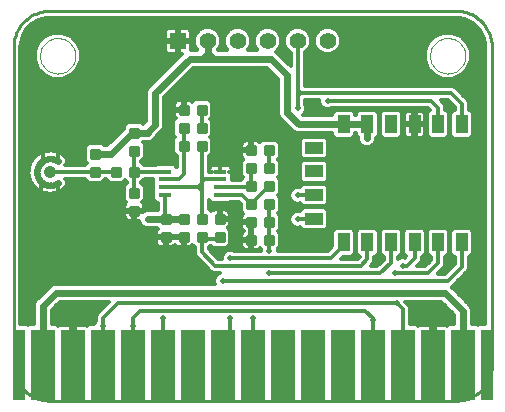
<source format=gtl>
G75*
G70*
%OFA0B0*%
%FSLAX24Y24*%
%IPPOS*%
%LPD*%
%AMOC8*
5,1,8,0,0,1.08239X$1,22.5*
%
%ADD10C,0.0100*%
%ADD11R,0.0787X0.2362*%
%ADD12R,0.0394X0.2362*%
%ADD13C,0.0000*%
%ADD14R,0.0550X0.0550*%
%ADD15C,0.0550*%
%ADD16R,0.0394X0.0591*%
%ADD17R,0.0591X0.0394*%
%ADD18C,0.0088*%
%ADD19R,0.0433X0.0157*%
%ADD20C,0.0394*%
%ADD21C,0.0010*%
%ADD22C,0.0118*%
%ADD23C,0.0120*%
%ADD24C,0.0200*%
%ADD25C,0.0240*%
D10*
X001547Y001364D02*
X001547Y011956D01*
X001549Y012023D01*
X001555Y012090D01*
X001564Y012157D01*
X001577Y012223D01*
X001594Y012288D01*
X001614Y012352D01*
X001638Y012415D01*
X001666Y012477D01*
X001697Y012536D01*
X001731Y012594D01*
X001768Y012650D01*
X001809Y012704D01*
X001852Y012756D01*
X001898Y012805D01*
X001947Y012851D01*
X001999Y012894D01*
X002053Y012935D01*
X002109Y012972D01*
X002167Y013006D01*
X002226Y013037D01*
X002288Y013065D01*
X002351Y013089D01*
X002415Y013109D01*
X002480Y013126D01*
X002546Y013139D01*
X002613Y013148D01*
X002680Y013154D01*
X002747Y013156D01*
X016292Y013156D01*
X016359Y013154D01*
X016426Y013148D01*
X016493Y013139D01*
X016559Y013126D01*
X016624Y013109D01*
X016688Y013089D01*
X016751Y013065D01*
X016813Y013037D01*
X016872Y013006D01*
X016930Y012972D01*
X016986Y012935D01*
X017040Y012894D01*
X017092Y012851D01*
X017141Y012805D01*
X017187Y012756D01*
X017230Y012704D01*
X017271Y012650D01*
X017308Y012594D01*
X017342Y012536D01*
X017373Y012477D01*
X017401Y012415D01*
X017425Y012352D01*
X017445Y012288D01*
X017462Y012223D01*
X017475Y012157D01*
X017484Y012090D01*
X017490Y012023D01*
X017492Y011956D01*
X017492Y001364D01*
X017490Y001297D01*
X017484Y001230D01*
X017475Y001163D01*
X017462Y001097D01*
X017445Y001032D01*
X017425Y000968D01*
X017401Y000905D01*
X017373Y000843D01*
X017342Y000784D01*
X017308Y000726D01*
X017271Y000670D01*
X017230Y000616D01*
X017187Y000564D01*
X017141Y000515D01*
X017092Y000469D01*
X017040Y000426D01*
X016986Y000385D01*
X016930Y000348D01*
X016872Y000314D01*
X016813Y000283D01*
X016751Y000255D01*
X016688Y000231D01*
X016624Y000211D01*
X016559Y000194D01*
X016493Y000181D01*
X016426Y000172D01*
X016359Y000166D01*
X016292Y000164D01*
X002747Y000164D01*
X002680Y000166D01*
X002613Y000172D01*
X002546Y000181D01*
X002480Y000194D01*
X002415Y000211D01*
X002351Y000231D01*
X002288Y000255D01*
X002226Y000283D01*
X002167Y000314D01*
X002109Y000348D01*
X002053Y000385D01*
X001999Y000426D01*
X001947Y000469D01*
X001898Y000515D01*
X001852Y000564D01*
X001809Y000616D01*
X001768Y000670D01*
X001731Y000726D01*
X001697Y000784D01*
X001666Y000843D01*
X001638Y000905D01*
X001614Y000968D01*
X001594Y001032D01*
X001577Y001097D01*
X001564Y001163D01*
X001555Y001230D01*
X001549Y001297D01*
X001547Y001364D01*
D11*
X002519Y001348D03*
X003519Y001348D03*
X004519Y001348D03*
X005519Y001348D03*
X006519Y001348D03*
X007519Y001348D03*
X008519Y001348D03*
X009519Y001348D03*
X010519Y001348D03*
X011519Y001348D03*
X012519Y001348D03*
X013519Y001348D03*
X014519Y001348D03*
X015519Y001348D03*
X016519Y001348D03*
D12*
X017314Y001348D03*
X001724Y001348D03*
D13*
X002428Y011660D02*
X002430Y011708D01*
X002436Y011756D01*
X002446Y011803D01*
X002459Y011849D01*
X002477Y011894D01*
X002497Y011938D01*
X002522Y011980D01*
X002550Y012019D01*
X002580Y012056D01*
X002614Y012090D01*
X002651Y012122D01*
X002689Y012151D01*
X002730Y012176D01*
X002773Y012198D01*
X002818Y012216D01*
X002864Y012230D01*
X002911Y012241D01*
X002959Y012248D01*
X003007Y012251D01*
X003055Y012250D01*
X003103Y012245D01*
X003151Y012236D01*
X003197Y012224D01*
X003242Y012207D01*
X003286Y012187D01*
X003328Y012164D01*
X003368Y012137D01*
X003406Y012107D01*
X003441Y012074D01*
X003473Y012038D01*
X003503Y012000D01*
X003529Y011959D01*
X003551Y011916D01*
X003571Y011872D01*
X003586Y011827D01*
X003598Y011780D01*
X003606Y011732D01*
X003610Y011684D01*
X003610Y011636D01*
X003606Y011588D01*
X003598Y011540D01*
X003586Y011493D01*
X003571Y011448D01*
X003551Y011404D01*
X003529Y011361D01*
X003503Y011320D01*
X003473Y011282D01*
X003441Y011246D01*
X003406Y011213D01*
X003368Y011183D01*
X003328Y011156D01*
X003286Y011133D01*
X003242Y011113D01*
X003197Y011096D01*
X003151Y011084D01*
X003103Y011075D01*
X003055Y011070D01*
X003007Y011069D01*
X002959Y011072D01*
X002911Y011079D01*
X002864Y011090D01*
X002818Y011104D01*
X002773Y011122D01*
X002730Y011144D01*
X002689Y011169D01*
X002651Y011198D01*
X002614Y011230D01*
X002580Y011264D01*
X002550Y011301D01*
X002522Y011340D01*
X002497Y011382D01*
X002477Y011426D01*
X002459Y011471D01*
X002446Y011517D01*
X002436Y011564D01*
X002430Y011612D01*
X002428Y011660D01*
X015428Y011660D02*
X015430Y011708D01*
X015436Y011756D01*
X015446Y011803D01*
X015459Y011849D01*
X015477Y011894D01*
X015497Y011938D01*
X015522Y011980D01*
X015550Y012019D01*
X015580Y012056D01*
X015614Y012090D01*
X015651Y012122D01*
X015689Y012151D01*
X015730Y012176D01*
X015773Y012198D01*
X015818Y012216D01*
X015864Y012230D01*
X015911Y012241D01*
X015959Y012248D01*
X016007Y012251D01*
X016055Y012250D01*
X016103Y012245D01*
X016151Y012236D01*
X016197Y012224D01*
X016242Y012207D01*
X016286Y012187D01*
X016328Y012164D01*
X016368Y012137D01*
X016406Y012107D01*
X016441Y012074D01*
X016473Y012038D01*
X016503Y012000D01*
X016529Y011959D01*
X016551Y011916D01*
X016571Y011872D01*
X016586Y011827D01*
X016598Y011780D01*
X016606Y011732D01*
X016610Y011684D01*
X016610Y011636D01*
X016606Y011588D01*
X016598Y011540D01*
X016586Y011493D01*
X016571Y011448D01*
X016551Y011404D01*
X016529Y011361D01*
X016503Y011320D01*
X016473Y011282D01*
X016441Y011246D01*
X016406Y011213D01*
X016368Y011183D01*
X016328Y011156D01*
X016286Y011133D01*
X016242Y011113D01*
X016197Y011096D01*
X016151Y011084D01*
X016103Y011075D01*
X016055Y011070D01*
X016007Y011069D01*
X015959Y011072D01*
X015911Y011079D01*
X015864Y011090D01*
X015818Y011104D01*
X015773Y011122D01*
X015730Y011144D01*
X015689Y011169D01*
X015651Y011198D01*
X015614Y011230D01*
X015580Y011264D01*
X015550Y011301D01*
X015522Y011340D01*
X015497Y011382D01*
X015477Y011426D01*
X015459Y011471D01*
X015446Y011517D01*
X015436Y011564D01*
X015430Y011612D01*
X015428Y011660D01*
D14*
X007019Y012160D03*
D15*
X008019Y012160D03*
X009019Y012160D03*
X010019Y012160D03*
X011019Y012160D03*
X012019Y012160D03*
D16*
X012551Y009379D03*
X013338Y009379D03*
X014125Y009379D03*
X014913Y009379D03*
X015700Y009379D03*
X016488Y009379D03*
X016488Y005441D03*
X015700Y005441D03*
X014913Y005441D03*
X014125Y005441D03*
X013338Y005441D03*
X012551Y005441D03*
D17*
X011566Y006229D03*
X011566Y007016D03*
X011566Y007804D03*
X011566Y008591D03*
D18*
X010200Y008641D02*
X009938Y008641D01*
X010200Y008641D02*
X010200Y008379D01*
X009938Y008379D01*
X009938Y008641D01*
X009938Y008466D02*
X010200Y008466D01*
X010200Y008553D02*
X009938Y008553D01*
X009938Y008640D02*
X010200Y008640D01*
X009600Y008641D02*
X009338Y008641D01*
X009600Y008641D02*
X009600Y008379D01*
X009338Y008379D01*
X009338Y008641D01*
X009338Y008466D02*
X009600Y008466D01*
X009600Y008553D02*
X009338Y008553D01*
X009338Y008640D02*
X009600Y008640D01*
X009600Y008041D02*
X009338Y008041D01*
X009600Y008041D02*
X009600Y007779D01*
X009338Y007779D01*
X009338Y008041D01*
X009338Y007866D02*
X009600Y007866D01*
X009600Y007953D02*
X009338Y007953D01*
X009338Y008040D02*
X009600Y008040D01*
X009938Y008041D02*
X010200Y008041D01*
X010200Y007779D01*
X009938Y007779D01*
X009938Y008041D01*
X009938Y007866D02*
X010200Y007866D01*
X010200Y007953D02*
X009938Y007953D01*
X009938Y008040D02*
X010200Y008040D01*
X010200Y007179D02*
X009938Y007179D01*
X009938Y007441D01*
X010200Y007441D01*
X010200Y007179D01*
X010200Y007266D02*
X009938Y007266D01*
X009938Y007353D02*
X010200Y007353D01*
X010200Y007440D02*
X009938Y007440D01*
X009600Y007179D02*
X009338Y007179D01*
X009338Y007441D01*
X009600Y007441D01*
X009600Y007179D01*
X009600Y007266D02*
X009338Y007266D01*
X009338Y007353D02*
X009600Y007353D01*
X009600Y007440D02*
X009338Y007440D01*
X009338Y006579D02*
X009600Y006579D01*
X009338Y006579D02*
X009338Y006841D01*
X009600Y006841D01*
X009600Y006579D01*
X009600Y006666D02*
X009338Y006666D01*
X009338Y006753D02*
X009600Y006753D01*
X009600Y006840D02*
X009338Y006840D01*
X009938Y006579D02*
X010200Y006579D01*
X009938Y006579D02*
X009938Y006841D01*
X010200Y006841D01*
X010200Y006579D01*
X010200Y006666D02*
X009938Y006666D01*
X009938Y006753D02*
X010200Y006753D01*
X010200Y006840D02*
X009938Y006840D01*
X009938Y005979D02*
X010200Y005979D01*
X009938Y005979D02*
X009938Y006241D01*
X010200Y006241D01*
X010200Y005979D01*
X010200Y006066D02*
X009938Y006066D01*
X009938Y006153D02*
X010200Y006153D01*
X010200Y006240D02*
X009938Y006240D01*
X009600Y005979D02*
X009338Y005979D01*
X009338Y006241D01*
X009600Y006241D01*
X009600Y005979D01*
X009600Y006066D02*
X009338Y006066D01*
X009338Y006153D02*
X009600Y006153D01*
X009600Y006240D02*
X009338Y006240D01*
X009338Y005379D02*
X009600Y005379D01*
X009338Y005379D02*
X009338Y005641D01*
X009600Y005641D01*
X009600Y005379D01*
X009600Y005466D02*
X009338Y005466D01*
X009338Y005553D02*
X009600Y005553D01*
X009600Y005640D02*
X009338Y005640D01*
X009938Y005379D02*
X010200Y005379D01*
X009938Y005379D02*
X009938Y005641D01*
X010200Y005641D01*
X010200Y005379D01*
X010200Y005466D02*
X009938Y005466D01*
X009938Y005553D02*
X010200Y005553D01*
X010200Y005640D02*
X009938Y005640D01*
X008288Y005741D02*
X008288Y005479D01*
X008288Y005741D02*
X008550Y005741D01*
X008550Y005479D01*
X008288Y005479D01*
X008288Y005566D02*
X008550Y005566D01*
X008550Y005653D02*
X008288Y005653D01*
X008288Y005740D02*
X008550Y005740D01*
X008288Y006079D02*
X008288Y006341D01*
X008550Y006341D01*
X008550Y006079D01*
X008288Y006079D01*
X008288Y006166D02*
X008550Y006166D01*
X008550Y006253D02*
X008288Y006253D01*
X008288Y006340D02*
X008550Y006340D01*
X007950Y006341D02*
X007950Y006079D01*
X007688Y006079D01*
X007688Y006341D01*
X007950Y006341D01*
X007950Y006166D02*
X007688Y006166D01*
X007688Y006253D02*
X007950Y006253D01*
X007950Y006340D02*
X007688Y006340D01*
X007350Y006341D02*
X007350Y006079D01*
X007088Y006079D01*
X007088Y006341D01*
X007350Y006341D01*
X007350Y006166D02*
X007088Y006166D01*
X007088Y006253D02*
X007350Y006253D01*
X007350Y006340D02*
X007088Y006340D01*
X006750Y006341D02*
X006750Y006079D01*
X006488Y006079D01*
X006488Y006341D01*
X006750Y006341D01*
X006750Y006166D02*
X006488Y006166D01*
X006488Y006253D02*
X006750Y006253D01*
X006750Y006340D02*
X006488Y006340D01*
X006750Y005741D02*
X006750Y005479D01*
X006488Y005479D01*
X006488Y005741D01*
X006750Y005741D01*
X006750Y005566D02*
X006488Y005566D01*
X006488Y005653D02*
X006750Y005653D01*
X006750Y005740D02*
X006488Y005740D01*
X007350Y005741D02*
X007350Y005479D01*
X007088Y005479D01*
X007088Y005741D01*
X007350Y005741D01*
X007350Y005566D02*
X007088Y005566D01*
X007088Y005653D02*
X007350Y005653D01*
X007350Y005740D02*
X007088Y005740D01*
X007950Y005741D02*
X007950Y005479D01*
X007688Y005479D01*
X007688Y005741D01*
X007950Y005741D01*
X007950Y005566D02*
X007688Y005566D01*
X007688Y005653D02*
X007950Y005653D01*
X007950Y005740D02*
X007688Y005740D01*
X005438Y006354D02*
X005438Y006616D01*
X005700Y006616D01*
X005700Y006354D01*
X005438Y006354D01*
X005438Y006441D02*
X005700Y006441D01*
X005700Y006528D02*
X005438Y006528D01*
X005438Y006615D02*
X005700Y006615D01*
X005438Y006954D02*
X005438Y007216D01*
X005700Y007216D01*
X005700Y006954D01*
X005438Y006954D01*
X005438Y007041D02*
X005700Y007041D01*
X005700Y007128D02*
X005438Y007128D01*
X005438Y007215D02*
X005700Y007215D01*
X005700Y007654D02*
X005438Y007654D01*
X005438Y007916D01*
X005700Y007916D01*
X005700Y007654D01*
X005700Y007741D02*
X005438Y007741D01*
X005438Y007828D02*
X005700Y007828D01*
X005700Y007915D02*
X005438Y007915D01*
X005100Y007654D02*
X004838Y007654D01*
X004838Y007916D01*
X005100Y007916D01*
X005100Y007654D01*
X005100Y007741D02*
X004838Y007741D01*
X004838Y007828D02*
X005100Y007828D01*
X005100Y007915D02*
X004838Y007915D01*
X004138Y007916D02*
X004138Y007654D01*
X004138Y007916D02*
X004400Y007916D01*
X004400Y007654D01*
X004138Y007654D01*
X004138Y007741D02*
X004400Y007741D01*
X004400Y007828D02*
X004138Y007828D01*
X004138Y007915D02*
X004400Y007915D01*
X004138Y008254D02*
X004138Y008516D01*
X004400Y008516D01*
X004400Y008254D01*
X004138Y008254D01*
X004138Y008341D02*
X004400Y008341D01*
X004400Y008428D02*
X004138Y008428D01*
X004138Y008515D02*
X004400Y008515D01*
X005438Y008616D02*
X005438Y008354D01*
X005438Y008616D02*
X005700Y008616D01*
X005700Y008354D01*
X005438Y008354D01*
X005438Y008441D02*
X005700Y008441D01*
X005700Y008528D02*
X005438Y008528D01*
X005438Y008615D02*
X005700Y008615D01*
X005438Y008954D02*
X005438Y009216D01*
X005700Y009216D01*
X005700Y008954D01*
X005438Y008954D01*
X005438Y009041D02*
X005700Y009041D01*
X005700Y009128D02*
X005438Y009128D01*
X005438Y009215D02*
X005700Y009215D01*
X007088Y009129D02*
X007350Y009129D01*
X007088Y009129D02*
X007088Y009391D01*
X007350Y009391D01*
X007350Y009129D01*
X007350Y009216D02*
X007088Y009216D01*
X007088Y009303D02*
X007350Y009303D01*
X007350Y009390D02*
X007088Y009390D01*
X007088Y009729D02*
X007350Y009729D01*
X007088Y009729D02*
X007088Y009991D01*
X007350Y009991D01*
X007350Y009729D01*
X007350Y009816D02*
X007088Y009816D01*
X007088Y009903D02*
X007350Y009903D01*
X007350Y009990D02*
X007088Y009990D01*
X007688Y009729D02*
X007950Y009729D01*
X007688Y009729D02*
X007688Y009991D01*
X007950Y009991D01*
X007950Y009729D01*
X007950Y009816D02*
X007688Y009816D01*
X007688Y009903D02*
X007950Y009903D01*
X007950Y009990D02*
X007688Y009990D01*
X007688Y009129D02*
X007950Y009129D01*
X007688Y009129D02*
X007688Y009391D01*
X007950Y009391D01*
X007950Y009129D01*
X007950Y009216D02*
X007688Y009216D01*
X007688Y009303D02*
X007950Y009303D01*
X007950Y009390D02*
X007688Y009390D01*
X007688Y008529D02*
X007950Y008529D01*
X007688Y008529D02*
X007688Y008791D01*
X007950Y008791D01*
X007950Y008529D01*
X007950Y008616D02*
X007688Y008616D01*
X007688Y008703D02*
X007950Y008703D01*
X007950Y008790D02*
X007688Y008790D01*
X007350Y008529D02*
X007088Y008529D01*
X007088Y008791D01*
X007350Y008791D01*
X007350Y008529D01*
X007350Y008616D02*
X007088Y008616D01*
X007088Y008703D02*
X007350Y008703D01*
X007350Y008790D02*
X007088Y008790D01*
D19*
X006594Y007794D03*
X006594Y007538D03*
X006594Y007282D03*
X006594Y007026D03*
X008444Y007026D03*
X008444Y007282D03*
X008444Y007538D03*
X008444Y007794D03*
D20*
X002769Y007785D02*
X002770Y007785D01*
X002770Y007784D01*
X002769Y007784D01*
X002768Y007784D01*
X002768Y007785D01*
X002768Y007786D01*
X002769Y007786D01*
X002770Y007786D01*
X002770Y007785D01*
D21*
X002782Y007254D02*
X002783Y007254D01*
X002783Y007334D01*
X002782Y007334D02*
X002782Y007254D01*
X002781Y007254D02*
X002781Y007334D01*
X002779Y007334D02*
X002779Y007254D01*
X002778Y007254D02*
X002778Y007334D01*
X002777Y007334D02*
X002777Y007254D01*
X002776Y007254D02*
X002776Y007334D01*
X002774Y007335D02*
X002774Y007254D01*
X002773Y007254D02*
X002773Y007335D01*
X002772Y007335D02*
X002772Y007254D01*
X002771Y007254D02*
X002771Y007335D01*
X002769Y007336D02*
X002769Y007254D01*
X002768Y007254D02*
X002768Y007336D01*
X002767Y007337D02*
X002767Y007254D01*
X002766Y007254D02*
X002766Y007337D01*
X002764Y007338D02*
X002764Y007254D01*
X002763Y007254D02*
X002763Y007338D01*
X002762Y007339D02*
X002762Y007254D01*
X002761Y007254D02*
X002761Y007340D01*
X002759Y007340D02*
X002759Y007254D01*
X002758Y007254D02*
X002758Y007341D01*
X002757Y007342D02*
X002757Y007254D01*
X002756Y007254D02*
X002756Y007343D01*
X002754Y007344D02*
X002754Y007254D01*
X002753Y007254D02*
X002753Y007345D01*
X002752Y007347D02*
X002752Y007254D01*
X002751Y007254D02*
X002751Y007348D01*
X002749Y007349D02*
X002749Y007254D01*
X002748Y007254D02*
X002748Y007351D01*
X002747Y007353D02*
X002747Y007254D01*
X002746Y007254D02*
X002746Y007355D01*
X002744Y007358D02*
X002744Y007254D01*
X002743Y007254D02*
X002743Y007361D01*
X002742Y007365D02*
X002742Y007254D01*
X002741Y007254D02*
X002741Y007429D01*
X002742Y007429D02*
X002742Y007382D01*
X002743Y007387D02*
X002743Y007429D01*
X002744Y007429D02*
X002744Y007390D01*
X002746Y007393D02*
X002746Y007429D01*
X002747Y007429D02*
X002747Y007395D01*
X002748Y007397D02*
X002748Y007429D01*
X002749Y007428D02*
X002749Y007398D01*
X002751Y007400D02*
X002751Y007428D01*
X002752Y007428D02*
X002752Y007401D01*
X002753Y007403D02*
X002753Y007428D01*
X002754Y007428D02*
X002754Y007404D01*
X002756Y007405D02*
X002756Y007428D01*
X002757Y007428D02*
X002757Y007406D01*
X002758Y007407D02*
X002758Y007428D01*
X002759Y007428D02*
X002759Y007408D01*
X002761Y007408D02*
X002761Y007428D01*
X002762Y007428D02*
X002762Y007409D01*
X002763Y007410D02*
X002763Y007428D01*
X002764Y007428D02*
X002764Y007410D01*
X002766Y007411D02*
X002766Y007428D01*
X002767Y007428D02*
X002767Y007411D01*
X002768Y007412D02*
X002768Y007428D01*
X002769Y007428D02*
X002769Y007412D01*
X002771Y007412D02*
X002771Y007428D01*
X002772Y007428D02*
X002772Y007413D01*
X002773Y007413D02*
X002773Y007428D01*
X002774Y007428D02*
X002774Y007413D01*
X002776Y007413D02*
X002776Y007428D01*
X002777Y007428D02*
X002777Y007414D01*
X002778Y007414D02*
X002778Y007428D01*
X002779Y007428D02*
X002779Y007414D01*
X002781Y007414D02*
X002781Y007428D01*
X002782Y007428D02*
X002782Y007414D01*
X002783Y007414D02*
X002783Y007428D01*
X002784Y007428D02*
X002784Y007414D01*
X002786Y007414D02*
X002786Y007428D01*
X002787Y007428D02*
X002787Y007413D01*
X002788Y007413D02*
X002788Y007428D01*
X002789Y007428D02*
X002789Y007413D01*
X002791Y007413D02*
X002791Y007429D01*
X002792Y007429D02*
X002792Y007412D01*
X002793Y007412D02*
X002793Y007429D01*
X002794Y007429D02*
X002794Y007411D01*
X002796Y007411D02*
X002796Y007429D01*
X002797Y007429D02*
X002797Y007410D01*
X002798Y007410D02*
X002798Y007429D01*
X002799Y007429D02*
X002799Y007409D01*
X002801Y007409D02*
X002801Y007429D01*
X002802Y007429D02*
X002802Y007408D01*
X002803Y007407D02*
X002803Y007430D01*
X002804Y007430D02*
X002804Y007406D01*
X002806Y007405D02*
X002806Y007430D01*
X002807Y007430D02*
X002807Y007404D01*
X002808Y007403D02*
X002808Y007430D01*
X002809Y007430D02*
X002809Y007402D01*
X002811Y007400D02*
X002811Y007430D01*
X002812Y007430D02*
X002812Y007399D01*
X002813Y007397D02*
X002813Y007431D01*
X002814Y007431D02*
X002814Y007395D01*
X002816Y007393D02*
X002816Y007431D01*
X002817Y007431D02*
X002817Y007391D01*
X002818Y007388D02*
X002818Y007431D01*
X002819Y007431D02*
X002819Y007384D01*
X002821Y007376D02*
X002821Y007432D01*
X002822Y007432D02*
X002822Y007256D01*
X002823Y007256D02*
X002823Y007432D01*
X002824Y007432D02*
X002824Y007256D01*
X002826Y007257D02*
X002826Y007432D01*
X002827Y007433D02*
X002827Y007257D01*
X002828Y007257D02*
X002828Y007433D01*
X002829Y007433D02*
X002829Y007257D01*
X002831Y007257D02*
X002831Y007433D01*
X002832Y007433D02*
X002832Y007257D01*
X002833Y007257D02*
X002833Y007434D01*
X002834Y007434D02*
X002834Y007258D01*
X002836Y007258D02*
X002836Y007434D01*
X002837Y007434D02*
X002837Y007258D01*
X002838Y007258D02*
X002838Y007435D01*
X002839Y007435D02*
X002839Y007258D01*
X002841Y007258D02*
X002841Y007435D01*
X002842Y007435D02*
X002842Y007259D01*
X002843Y007259D02*
X002843Y007436D01*
X002844Y007436D02*
X002844Y007259D01*
X002846Y007259D02*
X002846Y007436D01*
X002847Y007436D02*
X002847Y007259D01*
X002848Y007259D02*
X002848Y007437D01*
X002849Y007437D02*
X002849Y007260D01*
X002851Y007260D02*
X002851Y007437D01*
X002852Y007438D02*
X002852Y007260D01*
X002853Y007260D02*
X002853Y007438D01*
X002854Y007438D02*
X002854Y007260D01*
X002856Y007261D02*
X002856Y007439D01*
X002857Y007439D02*
X002857Y007261D01*
X002858Y007261D02*
X002858Y007439D01*
X002859Y007440D02*
X002859Y007261D01*
X002861Y007261D02*
X002861Y007440D01*
X002862Y007440D02*
X002862Y007262D01*
X002863Y007262D02*
X002863Y007441D01*
X002864Y007441D02*
X002864Y007262D01*
X002866Y007262D02*
X002866Y007441D01*
X002867Y007442D02*
X002867Y007263D01*
X002868Y007263D02*
X002868Y007442D01*
X002869Y007442D02*
X002869Y007263D01*
X002871Y007263D02*
X002871Y007443D01*
X002872Y007443D02*
X002872Y007264D01*
X002873Y007264D02*
X002873Y007443D01*
X002874Y007444D02*
X002874Y007264D01*
X002876Y007264D02*
X002876Y007444D01*
X002877Y007445D02*
X002877Y007265D01*
X002878Y007265D02*
X002878Y007445D01*
X002879Y007445D02*
X002879Y007265D01*
X002881Y007265D02*
X002881Y007446D01*
X002882Y007446D02*
X002882Y007266D01*
X002883Y007266D02*
X002883Y007447D01*
X002884Y007447D02*
X002884Y007266D01*
X002886Y007266D02*
X002886Y007447D01*
X002887Y007448D02*
X002887Y007267D01*
X002888Y007267D02*
X002888Y007448D01*
X002889Y007449D02*
X002889Y007267D01*
X002891Y007268D02*
X002891Y007449D01*
X002892Y007450D02*
X002892Y007268D01*
X002893Y007268D02*
X002893Y007450D01*
X002894Y007451D02*
X002894Y007268D01*
X002896Y007269D02*
X002896Y007451D01*
X002897Y007452D02*
X002897Y007269D01*
X002898Y007269D02*
X002898Y007452D01*
X002899Y007453D02*
X002899Y007270D01*
X002901Y007270D02*
X002901Y007453D01*
X002902Y007454D02*
X002902Y007270D01*
X002903Y007271D02*
X002903Y007454D01*
X002904Y007455D02*
X002904Y007271D01*
X002906Y007271D02*
X002906Y007455D01*
X002907Y007456D02*
X002907Y007272D01*
X002908Y007272D02*
X002908Y007456D01*
X002909Y007457D02*
X002909Y007272D01*
X002911Y007273D02*
X002911Y007457D01*
X002912Y007458D02*
X002912Y007273D01*
X002913Y007273D02*
X002913Y007458D01*
X002914Y007459D02*
X002914Y007274D01*
X002916Y007274D02*
X002916Y007459D01*
X002917Y007460D02*
X002917Y007274D01*
X002918Y007275D02*
X002918Y007460D01*
X002919Y007461D02*
X002919Y007275D01*
X002921Y007276D02*
X002921Y007462D01*
X002922Y007462D02*
X002922Y007276D01*
X002923Y007276D02*
X002923Y007463D01*
X002924Y007463D02*
X002924Y007277D01*
X002926Y007277D02*
X002926Y007464D01*
X002927Y007465D02*
X002927Y007277D01*
X002928Y007278D02*
X002928Y007465D01*
X002929Y007466D02*
X002929Y007278D01*
X002931Y007279D02*
X002931Y007467D01*
X002932Y007467D02*
X002932Y007279D01*
X002933Y007279D02*
X002933Y007468D01*
X002934Y007468D02*
X002934Y007280D01*
X002936Y007280D02*
X002936Y007469D01*
X002937Y007470D02*
X002937Y007281D01*
X002938Y007281D02*
X002938Y007470D01*
X002939Y007471D02*
X002939Y007282D01*
X002941Y007282D02*
X002941Y007472D01*
X002942Y007472D02*
X002942Y007282D01*
X002943Y007283D02*
X002943Y007473D01*
X002944Y007474D02*
X002944Y007283D01*
X002946Y007284D02*
X002946Y007475D01*
X002947Y007475D02*
X002947Y007284D01*
X002948Y007285D02*
X002948Y007476D01*
X002949Y007477D02*
X002949Y007285D01*
X002951Y007285D02*
X002951Y007477D01*
X002952Y007478D02*
X002952Y007286D01*
X002953Y007286D02*
X002953Y007479D01*
X002954Y007480D02*
X002954Y007287D01*
X002956Y007287D02*
X002956Y007481D01*
X002957Y007481D02*
X002957Y007288D01*
X002958Y007288D02*
X002958Y007482D01*
X002959Y007483D02*
X002959Y007289D01*
X002961Y007289D02*
X002961Y007484D01*
X002962Y007484D02*
X002962Y007290D01*
X002963Y007290D02*
X002963Y007485D01*
X002964Y007486D02*
X002964Y007291D01*
X002966Y007291D02*
X002966Y007487D01*
X002967Y007488D02*
X002967Y007292D01*
X002968Y007292D02*
X002968Y007489D01*
X002969Y007489D02*
X002969Y007293D01*
X002971Y007293D02*
X002971Y007490D01*
X002972Y007491D02*
X002972Y007294D01*
X002973Y007294D02*
X002973Y007492D01*
X002974Y007493D02*
X002974Y007295D01*
X002976Y007295D02*
X002976Y007494D01*
X002977Y007495D02*
X002977Y007296D01*
X002978Y007296D02*
X002978Y007495D01*
X002979Y007496D02*
X002979Y007297D01*
X002981Y007297D02*
X002981Y007497D01*
X002982Y007498D02*
X002982Y007298D01*
X002983Y007299D02*
X002983Y007499D01*
X002984Y007500D02*
X002984Y007299D01*
X002986Y007300D02*
X002986Y007501D01*
X002987Y007502D02*
X002987Y007300D01*
X002988Y007301D02*
X002988Y007503D01*
X002989Y007504D02*
X002989Y007301D01*
X002991Y007302D02*
X002991Y007505D01*
X002992Y007506D02*
X002992Y007302D01*
X002993Y007303D02*
X002993Y007507D01*
X002994Y007508D02*
X002994Y007304D01*
X002996Y007304D02*
X002996Y007509D01*
X002997Y007510D02*
X002997Y007305D01*
X002998Y007305D02*
X002998Y007511D01*
X002999Y007512D02*
X002999Y007306D01*
X003001Y007307D02*
X003001Y007513D01*
X003002Y007514D02*
X003002Y007307D01*
X003003Y007308D02*
X003003Y007515D01*
X003004Y007516D02*
X003004Y007308D01*
X003006Y007309D02*
X003006Y007517D01*
X003007Y007519D02*
X003007Y007310D01*
X003008Y007310D02*
X003008Y007520D01*
X003009Y007521D02*
X003009Y007311D01*
X003011Y007312D02*
X003011Y007522D01*
X003012Y007523D02*
X003012Y007312D01*
X003013Y007313D02*
X003013Y007524D01*
X003014Y007525D02*
X003014Y007313D01*
X003016Y007314D02*
X003016Y007527D01*
X003017Y007528D02*
X003017Y007315D01*
X003018Y007315D02*
X003018Y007529D01*
X003019Y007530D02*
X003019Y007316D01*
X003021Y007317D02*
X003021Y007532D01*
X003022Y007532D02*
X003022Y007317D01*
X003023Y007318D02*
X003023Y007531D01*
X003022Y007532D01*
X003023Y007531D02*
X003024Y007530D01*
X003024Y007319D01*
X003026Y007320D02*
X003026Y007528D01*
X003024Y007530D01*
X003026Y007528D02*
X003027Y007527D01*
X003027Y007320D01*
X003028Y007321D02*
X003028Y007526D01*
X003027Y007527D01*
X003028Y007526D02*
X003029Y007525D01*
X003029Y007322D01*
X003031Y007322D02*
X003031Y007523D01*
X003029Y007525D01*
X003031Y007523D02*
X003032Y007522D01*
X003032Y007323D01*
X003033Y007324D02*
X003033Y007521D01*
X003032Y007522D01*
X003033Y007521D02*
X003034Y007520D01*
X003034Y007324D01*
X003036Y007325D02*
X003036Y007518D01*
X003034Y007520D01*
X003036Y007518D02*
X003037Y007517D01*
X003037Y007326D01*
X003038Y007327D02*
X003038Y007516D01*
X003037Y007517D01*
X003038Y007516D02*
X003039Y007515D01*
X003039Y007327D01*
X003041Y007328D02*
X003041Y007513D01*
X003039Y007515D01*
X003041Y007513D02*
X003042Y007512D01*
X003042Y007329D01*
X003043Y007330D02*
X003043Y007511D01*
X003042Y007512D01*
X003043Y007511D02*
X003044Y007510D01*
X003044Y007330D01*
X003046Y007331D02*
X003046Y007508D01*
X003044Y007510D01*
X003046Y007508D02*
X003047Y007507D01*
X003047Y007332D01*
X003048Y007333D02*
X003048Y007506D01*
X003047Y007507D01*
X003048Y007506D02*
X003049Y007505D01*
X003049Y007333D01*
X003051Y007334D02*
X003051Y007503D01*
X003049Y007505D01*
X003051Y007503D02*
X003052Y007502D01*
X003052Y007335D01*
X003053Y007336D02*
X003053Y007501D01*
X003052Y007502D01*
X003053Y007501D02*
X003054Y007500D01*
X003054Y007337D01*
X003056Y007337D02*
X003056Y007498D01*
X003054Y007500D01*
X003056Y007498D02*
X003057Y007497D01*
X003057Y007338D01*
X003058Y007339D02*
X003058Y007496D01*
X003057Y007497D01*
X003058Y007496D02*
X003059Y007495D01*
X003059Y007340D01*
X003061Y007341D02*
X003061Y007493D01*
X003059Y007495D01*
X003061Y007493D02*
X003062Y007492D01*
X003062Y007341D01*
X003063Y007342D02*
X003063Y007491D01*
X003062Y007492D01*
X003063Y007491D02*
X003064Y007490D01*
X003064Y007343D01*
X003066Y007344D02*
X003066Y007488D01*
X003064Y007490D01*
X003066Y007488D02*
X003067Y007487D01*
X003067Y007345D01*
X003068Y007346D02*
X003068Y007486D01*
X003067Y007487D01*
X003068Y007486D02*
X003069Y007485D01*
X003069Y007346D01*
X003071Y007347D02*
X003071Y007483D01*
X003069Y007485D01*
X003071Y007483D02*
X003072Y007482D01*
X003072Y007348D01*
X003073Y007349D02*
X003073Y007481D01*
X003072Y007482D01*
X003073Y007481D02*
X003074Y007480D01*
X003074Y007350D01*
X003076Y007351D02*
X003076Y007478D01*
X003074Y007480D01*
X003076Y007478D02*
X003077Y007477D01*
X003077Y007352D01*
X003078Y007353D02*
X003078Y007476D01*
X003077Y007477D01*
X003078Y007476D02*
X003079Y007475D01*
X003079Y007353D01*
X003081Y007354D02*
X003081Y007473D01*
X003079Y007475D01*
X003081Y007473D02*
X003082Y007472D01*
X003082Y007355D01*
X003083Y007356D02*
X003083Y007471D01*
X003082Y007472D01*
X003083Y007471D02*
X003084Y007470D01*
X003084Y007357D01*
X003086Y007358D02*
X003086Y007468D01*
X003084Y007470D01*
X003086Y007468D02*
X003087Y007467D01*
X003087Y007359D01*
X003088Y007360D02*
X003088Y007466D01*
X003087Y007467D01*
X003088Y007466D02*
X003089Y007465D01*
X003089Y007361D01*
X003091Y007362D02*
X003091Y007463D01*
X003089Y007465D01*
X003091Y007463D02*
X003092Y007462D01*
X003092Y007363D01*
X003093Y007364D02*
X003093Y007461D01*
X003092Y007462D01*
X003093Y007461D02*
X003094Y007460D01*
X003094Y007365D01*
X003096Y007366D02*
X003096Y007458D01*
X003094Y007460D01*
X003096Y007458D02*
X003097Y007457D01*
X003097Y007367D01*
X003098Y007368D02*
X003098Y007456D01*
X003097Y007457D01*
X003098Y007456D02*
X003099Y007455D01*
X003099Y007369D01*
X003101Y007370D02*
X003101Y007453D01*
X003099Y007455D01*
X003101Y007453D02*
X003102Y007452D01*
X003102Y007371D01*
X003103Y007372D02*
X003103Y007451D01*
X003102Y007452D01*
X003103Y007451D02*
X003104Y007450D01*
X003104Y007373D01*
X003106Y007374D02*
X003106Y007448D01*
X003104Y007450D01*
X003106Y007448D02*
X003107Y007447D01*
X003107Y007375D01*
X003108Y007376D02*
X003108Y007446D01*
X003107Y007447D01*
X003108Y007446D02*
X003109Y007445D01*
X003109Y007377D01*
X003111Y007378D02*
X003111Y007443D01*
X003109Y007445D01*
X003111Y007443D02*
X003112Y007442D01*
X003112Y007379D01*
X003113Y007380D02*
X003113Y007441D01*
X003112Y007442D01*
X003113Y007441D02*
X003114Y007440D01*
X003114Y007381D01*
X003116Y007382D02*
X003116Y007438D01*
X003114Y007440D01*
X003116Y007438D02*
X003117Y007437D01*
X003117Y007383D01*
X003118Y007384D02*
X003118Y007436D01*
X003117Y007437D01*
X003118Y007436D02*
X003119Y007435D01*
X003119Y007385D01*
X003121Y007386D02*
X003121Y007433D01*
X003119Y007435D01*
X003121Y007433D02*
X003122Y007432D01*
X003122Y007387D01*
X003123Y007389D02*
X003123Y007431D01*
X003122Y007432D01*
X003123Y007431D02*
X003124Y007430D01*
X003124Y007390D01*
X003126Y007391D02*
X003126Y007428D01*
X003124Y007430D01*
X003126Y007428D02*
X003127Y007427D01*
X003127Y007392D01*
X003128Y007393D02*
X003128Y007426D01*
X003127Y007427D01*
X003128Y007426D02*
X003129Y007425D01*
X003129Y007394D01*
X003131Y007395D02*
X003131Y007423D01*
X003129Y007425D01*
X003131Y007423D02*
X003132Y007422D01*
X003132Y007397D01*
X003133Y007398D02*
X003133Y007421D01*
X003132Y007422D01*
X003133Y007421D02*
X003134Y007420D01*
X003134Y007399D01*
X003136Y007400D02*
X003136Y007418D01*
X003134Y007420D01*
X003136Y007418D02*
X003137Y007417D01*
X003137Y007401D01*
X003138Y007403D02*
X003138Y007416D01*
X003137Y007417D01*
X003138Y007416D02*
X003139Y007415D01*
X003139Y007404D01*
X003141Y007405D02*
X003141Y007413D01*
X003139Y007415D01*
X003141Y007413D02*
X003142Y007412D01*
X003142Y007406D01*
X003143Y007407D02*
X003143Y007411D01*
X003142Y007412D01*
X003143Y007411D02*
X003144Y007410D01*
X003144Y007409D01*
X003145Y007409D02*
X003144Y007410D01*
X002821Y007372D02*
X002821Y007256D01*
X002819Y007256D02*
X002819Y007364D01*
X002818Y007360D02*
X002818Y007256D01*
X002817Y007256D02*
X002817Y007357D01*
X002816Y007355D02*
X002816Y007256D01*
X002814Y007255D02*
X002814Y007352D01*
X002813Y007351D02*
X002813Y007255D01*
X002812Y007255D02*
X002812Y007349D01*
X002811Y007347D02*
X002811Y007255D01*
X002809Y007255D02*
X002809Y007346D01*
X002808Y007345D02*
X002808Y007255D01*
X002807Y007255D02*
X002807Y007344D01*
X002806Y007343D02*
X002806Y007255D01*
X002804Y007255D02*
X002804Y007342D01*
X002803Y007341D02*
X002803Y007255D01*
X002802Y007255D02*
X002802Y007340D01*
X002801Y007339D02*
X002801Y007254D01*
X002799Y007254D02*
X002799Y007339D01*
X002798Y007338D02*
X002798Y007254D01*
X002797Y007254D02*
X002797Y007337D01*
X002796Y007337D02*
X002796Y007254D01*
X002794Y007254D02*
X002794Y007336D01*
X002793Y007336D02*
X002793Y007254D01*
X002792Y007254D02*
X002792Y007336D01*
X002791Y007335D02*
X002791Y007254D01*
X002789Y007254D02*
X002789Y007335D01*
X002788Y007335D02*
X002788Y007254D01*
X002787Y007254D02*
X002787Y007335D01*
X002786Y007334D02*
X002786Y007254D01*
X002784Y007254D02*
X002784Y007334D01*
X002741Y007374D02*
X002743Y007386D01*
X002749Y007398D01*
X002757Y007406D01*
X002769Y007412D01*
X002781Y007414D01*
X002793Y007412D01*
X002805Y007406D01*
X002813Y007398D01*
X002819Y007386D01*
X002821Y007374D01*
X002819Y007362D01*
X002813Y007350D01*
X002805Y007342D01*
X002793Y007336D01*
X002781Y007334D01*
X002769Y007336D01*
X002757Y007342D01*
X002749Y007350D01*
X002743Y007362D01*
X002741Y007374D01*
X002739Y007429D02*
X002739Y007254D01*
X002738Y007254D02*
X002738Y007429D01*
X002737Y007429D02*
X002737Y007254D01*
X002736Y007255D02*
X002736Y007429D01*
X002734Y007430D02*
X002734Y007255D01*
X002733Y007255D02*
X002733Y007430D01*
X002732Y007430D02*
X002732Y007255D01*
X002731Y007255D02*
X002731Y007430D01*
X002729Y007430D02*
X002729Y007255D01*
X002728Y007255D02*
X002728Y007430D01*
X002727Y007430D02*
X002727Y007255D01*
X002726Y007255D02*
X002726Y007431D01*
X002724Y007431D02*
X002724Y007255D01*
X002723Y007255D02*
X002723Y007431D01*
X002722Y007431D02*
X002722Y007256D01*
X002721Y007256D02*
X002721Y007431D01*
X002719Y007431D02*
X002719Y007256D01*
X002718Y007256D02*
X002718Y007432D01*
X002717Y007432D02*
X002717Y007256D01*
X002716Y007256D02*
X002716Y007432D01*
X002714Y007432D02*
X002714Y007256D01*
X002713Y007256D02*
X002713Y007432D01*
X002712Y007433D02*
X002712Y007257D01*
X002711Y007257D02*
X002711Y007433D01*
X002709Y007433D02*
X002709Y007257D01*
X002708Y007257D02*
X002708Y007433D01*
X002707Y007433D02*
X002707Y007257D01*
X002706Y007257D02*
X002706Y007434D01*
X002704Y007434D02*
X002704Y007257D01*
X002703Y007258D02*
X002703Y007434D01*
X002702Y007434D02*
X002702Y007258D01*
X002701Y007258D02*
X002701Y007435D01*
X002699Y007435D02*
X002699Y007258D01*
X002698Y007258D02*
X002698Y007435D01*
X002697Y007435D02*
X002697Y007258D01*
X002696Y007259D02*
X002696Y007436D01*
X002694Y007436D02*
X002694Y007259D01*
X002693Y007259D02*
X002693Y007436D01*
X002692Y007436D02*
X002692Y007259D01*
X002691Y007259D02*
X002691Y007437D01*
X002689Y007437D02*
X002689Y007260D01*
X002688Y007260D02*
X002688Y007437D01*
X002687Y007437D02*
X002687Y007260D01*
X002686Y007260D02*
X002686Y007438D01*
X002684Y007438D02*
X002684Y007260D01*
X002683Y007261D02*
X002683Y007438D01*
X002682Y007439D02*
X002682Y007261D01*
X002681Y007261D02*
X002681Y007439D01*
X002679Y007439D02*
X002679Y007261D01*
X002678Y007261D02*
X002678Y007440D01*
X002677Y007440D02*
X002677Y007262D01*
X002676Y007262D02*
X002676Y007440D01*
X002674Y007441D02*
X002674Y007262D01*
X002673Y007262D02*
X002673Y007441D01*
X002672Y007441D02*
X002672Y007262D01*
X002671Y007263D02*
X002671Y007442D01*
X002669Y007442D02*
X002669Y007263D01*
X002668Y007263D02*
X002668Y007442D01*
X002667Y007443D02*
X002667Y007263D01*
X002666Y007264D02*
X002666Y007443D01*
X002664Y007444D02*
X002664Y007264D01*
X002663Y007264D02*
X002663Y007444D01*
X002662Y007444D02*
X002662Y007264D01*
X002661Y007265D02*
X002661Y007445D01*
X002659Y007445D02*
X002659Y007265D01*
X002658Y007265D02*
X002658Y007446D01*
X002657Y007446D02*
X002657Y007265D01*
X002656Y007266D02*
X002656Y007446D01*
X002654Y007447D02*
X002654Y007266D01*
X002653Y007266D02*
X002653Y007447D01*
X002652Y007448D02*
X002652Y007267D01*
X002651Y007267D02*
X002651Y007448D01*
X002649Y007449D02*
X002649Y007267D01*
X002648Y007267D02*
X002648Y007449D01*
X002647Y007449D02*
X002647Y007268D01*
X002646Y007268D02*
X002646Y007450D01*
X002644Y007450D02*
X002644Y007268D01*
X002643Y007269D02*
X002643Y007451D01*
X002642Y007451D02*
X002642Y007269D01*
X002641Y007269D02*
X002641Y007452D01*
X002639Y007452D02*
X002639Y007270D01*
X002638Y007270D02*
X002638Y007453D01*
X002637Y007453D02*
X002637Y007270D01*
X002636Y007271D02*
X002636Y007454D01*
X002634Y007454D02*
X002634Y007271D01*
X002633Y007271D02*
X002633Y007455D01*
X002632Y007455D02*
X002632Y007272D01*
X002631Y007272D02*
X002631Y007456D01*
X002629Y007456D02*
X002629Y007272D01*
X002628Y007273D02*
X002628Y007457D01*
X002627Y007457D02*
X002627Y007273D01*
X002626Y007273D02*
X002626Y007458D01*
X002624Y007459D02*
X002624Y007274D01*
X002623Y007274D02*
X002623Y007459D01*
X002622Y007460D02*
X002622Y007274D01*
X002621Y007275D02*
X002621Y007460D01*
X002619Y007461D02*
X002619Y007275D01*
X002618Y007275D02*
X002618Y007461D01*
X002617Y007462D02*
X002617Y007276D01*
X002616Y007276D02*
X002616Y007463D01*
X002614Y007463D02*
X002614Y007277D01*
X002613Y007277D02*
X002613Y007464D01*
X002612Y007464D02*
X002612Y007277D01*
X002611Y007278D02*
X002611Y007465D01*
X002609Y007466D02*
X002609Y007278D01*
X002608Y007278D02*
X002608Y007466D01*
X002607Y007467D02*
X002607Y007279D01*
X002606Y007279D02*
X002606Y007468D01*
X002604Y007468D02*
X002604Y007280D01*
X002603Y007280D02*
X002603Y007469D01*
X002602Y007469D02*
X002602Y007280D01*
X002601Y007281D02*
X002601Y007470D01*
X002599Y007471D02*
X002599Y007281D01*
X002598Y007282D02*
X002598Y007471D01*
X002597Y007472D02*
X002597Y007282D01*
X002596Y007283D02*
X002596Y007473D01*
X002594Y007474D02*
X002594Y007283D01*
X002593Y007283D02*
X002593Y007474D01*
X002592Y007475D02*
X002592Y007284D01*
X002591Y007284D02*
X002591Y007476D01*
X002589Y007476D02*
X002589Y007285D01*
X002588Y007285D02*
X002588Y007477D01*
X002587Y007478D02*
X002587Y007286D01*
X002586Y007286D02*
X002586Y007479D01*
X002584Y007479D02*
X002584Y007287D01*
X002583Y007287D02*
X002583Y007480D01*
X002582Y007481D02*
X002582Y007288D01*
X002581Y007288D02*
X002581Y007482D01*
X002579Y007482D02*
X002579Y007289D01*
X002578Y007289D02*
X002578Y007483D01*
X002577Y007484D02*
X002577Y007289D01*
X002576Y007290D02*
X002576Y007485D01*
X002574Y007486D02*
X002574Y007290D01*
X002573Y007291D02*
X002573Y007486D01*
X002572Y007487D02*
X002572Y007291D01*
X002571Y007292D02*
X002571Y007488D01*
X002569Y007489D02*
X002569Y007292D01*
X002568Y007293D02*
X002568Y007490D01*
X002567Y007491D02*
X002567Y007293D01*
X002566Y007294D02*
X002566Y007492D01*
X002564Y007492D02*
X002564Y007295D01*
X002563Y007295D02*
X002563Y007493D01*
X002562Y007494D02*
X002562Y007296D01*
X002561Y007296D02*
X002561Y007495D01*
X002559Y007496D02*
X002559Y007297D01*
X002558Y007297D02*
X002558Y007497D01*
X002557Y007498D02*
X002557Y007298D01*
X002556Y007298D02*
X002556Y007499D01*
X002554Y007500D02*
X002554Y007299D01*
X002553Y007299D02*
X002553Y007501D01*
X002552Y007502D02*
X002552Y007300D01*
X002551Y007300D02*
X002551Y007503D01*
X002549Y007503D02*
X002549Y007301D01*
X002548Y007302D02*
X002548Y007504D01*
X002547Y007505D02*
X002547Y007302D01*
X002546Y007303D02*
X002546Y007506D01*
X002544Y007507D02*
X002544Y007303D01*
X002543Y007304D02*
X002543Y007508D01*
X002542Y007510D02*
X002542Y007305D01*
X002541Y007305D02*
X002541Y007511D01*
X002539Y007512D02*
X002539Y007306D01*
X002538Y007306D02*
X002538Y007513D01*
X002537Y007514D02*
X002537Y007307D01*
X002536Y007308D02*
X002536Y007515D01*
X002534Y007516D02*
X002534Y007308D01*
X002533Y007309D02*
X002533Y007517D01*
X002532Y007518D02*
X002532Y007309D01*
X002531Y007310D02*
X002531Y007519D01*
X002529Y007520D02*
X002529Y007311D01*
X002528Y007311D02*
X002528Y007521D01*
X002527Y007523D02*
X002527Y007312D01*
X002526Y007313D02*
X002526Y007524D01*
X002524Y007525D02*
X002524Y007313D01*
X002523Y007314D02*
X002523Y007526D01*
X002522Y007527D02*
X002522Y007314D01*
X002521Y007315D02*
X002521Y007529D01*
X002519Y007530D02*
X002519Y007316D01*
X002518Y007316D02*
X002518Y007531D01*
X002517Y007532D02*
X002517Y007317D01*
X002516Y007318D02*
X002516Y007533D01*
X002514Y007535D02*
X002514Y007319D01*
X002513Y007319D02*
X002513Y007536D01*
X002512Y007537D02*
X002512Y007320D01*
X002511Y007321D02*
X002511Y007539D01*
X002509Y007540D02*
X002509Y007321D01*
X002508Y007322D02*
X002508Y007541D01*
X002507Y007543D02*
X002507Y007323D01*
X002506Y007323D02*
X002506Y007544D01*
X002504Y007545D02*
X002504Y007324D01*
X002503Y007325D02*
X002503Y007547D01*
X002502Y007548D02*
X002502Y007326D01*
X002501Y007326D02*
X002501Y007550D01*
X002499Y007551D02*
X002499Y007327D01*
X002498Y007328D02*
X002498Y007552D01*
X002497Y007554D02*
X002497Y007328D01*
X002496Y007329D02*
X002496Y007555D01*
X002494Y007557D02*
X002494Y007330D01*
X002493Y007331D02*
X002493Y007558D01*
X002492Y007560D02*
X002492Y007332D01*
X002491Y007332D02*
X002491Y007561D01*
X002489Y007563D02*
X002489Y007333D01*
X002488Y007334D02*
X002488Y007565D01*
X002487Y007566D02*
X002487Y007335D01*
X002486Y007335D02*
X002486Y007568D01*
X002484Y007569D02*
X002484Y007336D01*
X002483Y007337D02*
X002483Y007571D01*
X002482Y007573D02*
X002482Y007338D01*
X002481Y007339D02*
X002481Y007574D01*
X002479Y007576D02*
X002479Y007339D01*
X002478Y007340D02*
X002478Y007578D01*
X002477Y007580D02*
X002477Y007341D01*
X002476Y007342D02*
X002476Y007582D01*
X002474Y007583D02*
X002474Y007343D01*
X002473Y007344D02*
X002473Y007585D01*
X002472Y007587D02*
X002472Y007344D01*
X002471Y007345D02*
X002471Y007589D01*
X002469Y007591D02*
X002469Y007346D01*
X002468Y007347D02*
X002468Y007593D01*
X002467Y007595D02*
X002467Y007348D01*
X002466Y007349D02*
X002466Y007597D01*
X002464Y007599D02*
X002464Y007350D01*
X002463Y007350D02*
X002463Y007601D01*
X002462Y007603D02*
X002462Y007351D01*
X002461Y007352D02*
X002461Y007605D01*
X002459Y007607D02*
X002459Y007353D01*
X002458Y007354D02*
X002458Y007609D01*
X002457Y007612D02*
X002457Y007355D01*
X002456Y007356D02*
X002456Y007614D01*
X002454Y007616D02*
X002454Y007357D01*
X002453Y007358D02*
X002453Y007619D01*
X002452Y007621D02*
X002452Y007359D01*
X002451Y007359D02*
X002451Y007623D01*
X002449Y007626D02*
X002449Y007360D01*
X002448Y007361D02*
X002448Y007628D01*
X002447Y007631D02*
X002447Y007362D01*
X002446Y007363D02*
X002446Y007634D01*
X002444Y007636D02*
X002444Y007364D01*
X002443Y007365D02*
X002443Y007639D01*
X002442Y007642D02*
X002442Y007366D01*
X002441Y007367D02*
X002441Y007645D01*
X002439Y007648D02*
X002439Y007368D01*
X002438Y007369D02*
X002438Y007651D01*
X002437Y007654D02*
X002437Y007370D01*
X002436Y007371D02*
X002436Y007657D01*
X002434Y007661D02*
X002434Y007372D01*
X002433Y007373D02*
X002433Y007664D01*
X002432Y007667D02*
X002432Y007374D01*
X002431Y007375D02*
X002431Y007671D01*
X002429Y007675D02*
X002429Y007376D01*
X002428Y007377D02*
X002428Y007679D01*
X002427Y007683D02*
X002427Y007378D01*
X002426Y007379D02*
X002426Y007687D01*
X002424Y007692D02*
X002424Y007380D01*
X002423Y007382D02*
X002423Y007696D01*
X002422Y007702D02*
X002422Y007383D01*
X002421Y007384D02*
X002421Y007707D01*
X002419Y007713D02*
X002419Y007385D01*
X002418Y007386D02*
X002418Y007719D01*
X002417Y007726D02*
X002417Y007387D01*
X002416Y007388D02*
X002416Y007734D01*
X002414Y007744D02*
X002414Y007389D01*
X002413Y007390D02*
X002413Y007756D01*
X002413Y007814D02*
X002413Y007980D01*
X002412Y007980D02*
X002412Y007391D01*
X002411Y007393D02*
X002411Y007981D01*
X002409Y007981D02*
X002409Y007394D01*
X002408Y007395D02*
X002408Y007981D01*
X002407Y007981D02*
X002407Y007396D01*
X002406Y007397D02*
X002406Y007982D01*
X002404Y007982D02*
X002404Y007398D01*
X002403Y007400D02*
X002403Y007982D01*
X002402Y007983D02*
X002402Y007401D01*
X002401Y007402D02*
X002401Y007983D01*
X002399Y007984D02*
X002399Y007403D01*
X002398Y007404D02*
X002398Y007985D01*
X002397Y007985D02*
X002397Y007406D01*
X002396Y007407D02*
X002396Y007986D01*
X002394Y007987D02*
X002394Y007408D01*
X002393Y007409D02*
X002393Y007988D01*
X002392Y007989D02*
X002392Y007411D01*
X002391Y007412D02*
X002391Y007990D01*
X002389Y007991D02*
X002389Y007413D01*
X002388Y007414D02*
X002388Y007992D01*
X002387Y007993D02*
X002387Y007416D01*
X002386Y007417D02*
X002386Y007995D01*
X002384Y007997D02*
X002384Y007418D01*
X002383Y007420D02*
X002383Y007998D01*
X002382Y008001D02*
X002382Y007421D01*
X002381Y007422D02*
X002381Y008003D01*
X002379Y008006D02*
X002379Y007424D01*
X002378Y007425D02*
X002378Y008010D01*
X002378Y008030D02*
X002378Y008145D01*
X002377Y008144D02*
X002377Y007426D01*
X002376Y007428D02*
X002376Y008142D01*
X002374Y008141D02*
X002374Y007429D01*
X002373Y007430D02*
X002373Y008140D01*
X002372Y008138D02*
X002372Y007432D01*
X002371Y007433D02*
X002371Y008137D01*
X002369Y008135D02*
X002369Y007435D01*
X002368Y007436D02*
X002368Y008134D01*
X002367Y008132D02*
X002367Y007438D01*
X002366Y007439D02*
X002366Y008131D01*
X002364Y008130D02*
X002364Y007440D01*
X002363Y007442D02*
X002363Y008128D01*
X002362Y008127D02*
X002362Y007443D01*
X002361Y007445D02*
X002361Y008125D01*
X002359Y008124D02*
X002359Y007446D01*
X002358Y007448D02*
X002358Y008122D01*
X002357Y008121D02*
X002357Y007449D01*
X002356Y007451D02*
X002356Y008119D01*
X002354Y008117D02*
X002354Y007453D01*
X002353Y007454D02*
X002353Y008116D01*
X002352Y008114D02*
X002352Y007456D01*
X002351Y007457D02*
X002351Y008113D01*
X002349Y008111D02*
X002349Y007459D01*
X002348Y007461D02*
X002348Y008109D01*
X002347Y008108D02*
X002347Y007462D01*
X002346Y007464D02*
X002346Y008106D01*
X002344Y008105D02*
X002344Y007465D01*
X002343Y007467D02*
X002343Y008103D01*
X002342Y008101D02*
X002342Y007469D01*
X002341Y007470D02*
X002341Y008100D01*
X002339Y008098D02*
X002339Y007472D01*
X002338Y007474D02*
X002338Y008096D01*
X002337Y008094D02*
X002337Y007476D01*
X002336Y007477D02*
X002336Y008093D01*
X002334Y008091D02*
X002334Y007479D01*
X002333Y007481D02*
X002333Y008089D01*
X002332Y008087D02*
X002332Y007483D01*
X002331Y007485D02*
X002331Y008085D01*
X002329Y008084D02*
X002329Y007486D01*
X002328Y007488D02*
X002328Y008082D01*
X002327Y008080D02*
X002327Y007490D01*
X002326Y007492D02*
X002326Y008078D01*
X002324Y008076D02*
X002324Y007494D01*
X002323Y007496D02*
X002323Y008074D01*
X002322Y008072D02*
X002322Y007498D01*
X002321Y007500D02*
X002321Y008070D01*
X002319Y008068D02*
X002319Y007502D01*
X002318Y007504D02*
X002318Y008066D01*
X002317Y008064D02*
X002317Y007506D01*
X002316Y007508D02*
X002316Y008062D01*
X002314Y008060D02*
X002314Y007510D01*
X002313Y007512D02*
X002313Y008058D01*
X002312Y008056D02*
X002312Y007514D01*
X002311Y007516D02*
X002311Y008054D01*
X002309Y008052D02*
X002309Y007518D01*
X002308Y007520D02*
X002308Y008050D01*
X002307Y008047D02*
X002307Y007523D01*
X002306Y007525D02*
X002306Y008045D01*
X002304Y008043D02*
X002304Y007527D01*
X002303Y007529D02*
X002303Y008041D01*
X002302Y008038D02*
X002302Y007532D01*
X002301Y007534D02*
X002301Y008036D01*
X002299Y008034D02*
X002299Y007536D01*
X002298Y007539D02*
X002298Y008031D01*
X002297Y008029D02*
X002297Y007541D01*
X002296Y007543D02*
X002296Y008027D01*
X002294Y008024D02*
X002294Y007546D01*
X002293Y007548D02*
X002293Y008022D01*
X002292Y008019D02*
X002292Y007551D01*
X002291Y007554D02*
X002291Y008016D01*
X002289Y008014D02*
X002289Y007556D01*
X002288Y007559D02*
X002288Y008011D01*
X002287Y008009D02*
X002287Y007561D01*
X002286Y007564D02*
X002286Y008006D01*
X002284Y008003D02*
X002284Y007567D01*
X002283Y007570D02*
X002283Y008000D01*
X002282Y007997D02*
X002282Y007573D01*
X002281Y007575D02*
X002281Y007995D01*
X002279Y007992D02*
X002279Y007578D01*
X002278Y007581D02*
X002278Y007989D01*
X002277Y007986D02*
X002277Y007584D01*
X002276Y007588D02*
X002276Y007982D01*
X002274Y007979D02*
X002274Y007591D01*
X002273Y007594D02*
X002273Y007976D01*
X002272Y007973D02*
X002272Y007597D01*
X002271Y007601D02*
X002271Y007969D01*
X002269Y007966D02*
X002269Y007604D01*
X002268Y007607D02*
X002268Y007963D01*
X002267Y007959D02*
X002267Y007611D01*
X002266Y007615D02*
X002266Y007955D01*
X002264Y007952D02*
X002264Y007618D01*
X002263Y007622D02*
X002263Y007948D01*
X002262Y007944D02*
X002262Y007626D01*
X002261Y007630D02*
X002261Y007940D01*
X002259Y007936D02*
X002259Y007634D01*
X002258Y007639D02*
X002258Y007931D01*
X002257Y007927D02*
X002257Y007643D01*
X002256Y007648D02*
X002256Y007922D01*
X002254Y007918D02*
X002254Y007652D01*
X002253Y007657D02*
X002253Y007913D01*
X002252Y007907D02*
X002252Y007663D01*
X002251Y007668D02*
X002251Y007902D01*
X002249Y007896D02*
X002249Y007674D01*
X002248Y007680D02*
X002248Y007890D01*
X002247Y007884D02*
X002247Y007686D01*
X002246Y007693D02*
X002246Y007877D01*
X002244Y007870D02*
X002244Y007700D01*
X002243Y007708D02*
X002243Y007862D01*
X002242Y007852D02*
X002242Y007718D01*
X002241Y007728D02*
X002241Y007842D01*
X002239Y007829D02*
X002239Y007741D01*
X002238Y007761D02*
X002238Y007809D01*
X002414Y007826D02*
X002414Y007980D01*
X002416Y007980D02*
X002416Y007836D01*
X002417Y007844D02*
X002417Y007980D01*
X002418Y007980D02*
X002418Y007851D01*
X002419Y007857D02*
X002419Y007980D01*
X002421Y007980D02*
X002421Y007863D01*
X002422Y007868D02*
X002422Y007980D01*
X002423Y007981D02*
X002423Y007874D01*
X002424Y007878D02*
X002424Y007981D01*
X002426Y007981D02*
X002426Y007883D01*
X002427Y007887D02*
X002427Y007981D01*
X002428Y007982D02*
X002428Y007891D01*
X002429Y007895D02*
X002429Y007982D01*
X002431Y007983D02*
X002431Y007899D01*
X002432Y007903D02*
X002432Y007983D01*
X002433Y007984D02*
X002433Y007906D01*
X002434Y007909D02*
X002434Y007984D01*
X002436Y007985D02*
X002436Y007913D01*
X002437Y007916D02*
X002437Y007985D01*
X002438Y007986D02*
X002438Y007919D01*
X002439Y007922D02*
X002439Y007987D01*
X002441Y007988D02*
X002441Y007925D01*
X002442Y007928D02*
X002442Y007989D01*
X002443Y007990D02*
X002443Y007931D01*
X002444Y007934D02*
X002444Y007991D01*
X002446Y007992D02*
X002446Y007936D01*
X002447Y007939D02*
X002447Y007994D01*
X002448Y007995D02*
X002448Y007942D01*
X002449Y007944D02*
X002449Y007997D01*
X002451Y007999D02*
X002451Y007947D01*
X002452Y007949D02*
X002452Y008001D01*
X002453Y008004D02*
X002453Y007951D01*
X002454Y007954D02*
X002454Y008007D01*
X002456Y008011D02*
X002456Y007956D01*
X002457Y007958D02*
X002457Y008215D01*
X002456Y008214D02*
X002456Y008029D01*
X002454Y008033D02*
X002454Y008213D01*
X002453Y008212D02*
X002453Y008036D01*
X002452Y008039D02*
X002452Y008211D01*
X002451Y008211D02*
X002451Y008041D01*
X002449Y008043D02*
X002449Y008210D01*
X002448Y008209D02*
X002448Y008044D01*
X002447Y008046D02*
X002447Y008208D01*
X002446Y008207D02*
X002446Y008047D01*
X002444Y008049D02*
X002444Y008206D01*
X002443Y008205D02*
X002443Y008050D01*
X002442Y008051D02*
X002442Y008204D01*
X002441Y008203D02*
X002441Y008052D01*
X002439Y008053D02*
X002439Y008202D01*
X002438Y008201D02*
X002438Y008054D01*
X002437Y008054D02*
X002437Y008200D01*
X002436Y008199D02*
X002436Y008055D01*
X002434Y008056D02*
X002434Y008198D01*
X002433Y008197D02*
X002433Y008056D01*
X002432Y008057D02*
X002432Y008196D01*
X002431Y008195D02*
X002431Y008057D01*
X002429Y008058D02*
X002429Y008194D01*
X002428Y008193D02*
X002428Y008058D01*
X002427Y008058D02*
X002427Y008192D01*
X002426Y008191D02*
X002426Y008059D01*
X002424Y008059D02*
X002424Y008190D01*
X002423Y008188D02*
X002423Y008059D01*
X002422Y008059D02*
X002422Y008187D01*
X002421Y008186D02*
X002421Y008060D01*
X002419Y008060D02*
X002419Y008185D01*
X002418Y008184D02*
X002418Y008060D01*
X002417Y008060D02*
X002417Y008183D01*
X002416Y008182D02*
X002416Y008060D01*
X002414Y008060D02*
X002414Y008181D01*
X002413Y008180D02*
X002413Y008060D01*
X002412Y008059D02*
X002412Y008179D01*
X002411Y008177D02*
X002411Y008059D01*
X002409Y008059D02*
X002409Y008176D01*
X002408Y008175D02*
X002408Y008059D01*
X002407Y008059D02*
X002407Y008174D01*
X002406Y008173D02*
X002406Y008058D01*
X002404Y008058D02*
X002404Y008172D01*
X002403Y008170D02*
X002403Y008057D01*
X002402Y008057D02*
X002402Y008169D01*
X002401Y008168D02*
X002401Y008056D01*
X002399Y008056D02*
X002399Y008167D01*
X002398Y008166D02*
X002398Y008055D01*
X002397Y008054D02*
X002397Y008164D01*
X002396Y008163D02*
X002396Y008054D01*
X002394Y008053D02*
X002394Y008162D01*
X002393Y008161D02*
X002393Y008052D01*
X002392Y008051D02*
X002392Y008159D01*
X002391Y008158D02*
X002391Y008050D01*
X002389Y008049D02*
X002389Y008157D01*
X002388Y008156D02*
X002388Y008048D01*
X002387Y008046D02*
X002387Y008154D01*
X002386Y008153D02*
X002386Y008045D01*
X002384Y008043D02*
X002384Y008152D01*
X002383Y008150D02*
X002383Y008041D01*
X002382Y008039D02*
X002382Y008149D01*
X002381Y008148D02*
X002381Y008037D01*
X002379Y008034D02*
X002379Y008146D01*
X002458Y008216D02*
X002458Y007961D01*
X002459Y007963D02*
X002459Y008217D01*
X002461Y008218D02*
X002461Y007965D01*
X002462Y007967D02*
X002462Y008219D01*
X002463Y008220D02*
X002463Y007969D01*
X002464Y007971D02*
X002464Y008220D01*
X002466Y008221D02*
X002466Y007973D01*
X002467Y007975D02*
X002467Y008222D01*
X002468Y008223D02*
X002468Y007977D01*
X002469Y007979D02*
X002469Y008224D01*
X002471Y008225D02*
X002471Y007981D01*
X002472Y007983D02*
X002472Y008226D01*
X002473Y008226D02*
X002473Y007985D01*
X002474Y007987D02*
X002474Y008227D01*
X002476Y008228D02*
X002476Y007988D01*
X002477Y007990D02*
X002477Y008229D01*
X002478Y008230D02*
X002478Y007992D01*
X002479Y007994D02*
X002479Y008231D01*
X002481Y008231D02*
X002481Y007996D01*
X002482Y007997D02*
X002482Y008232D01*
X002483Y008233D02*
X002483Y007999D01*
X002484Y008001D02*
X002484Y008234D01*
X002486Y008235D02*
X002486Y008002D01*
X002487Y008004D02*
X002487Y008235D01*
X002488Y008236D02*
X002488Y008005D01*
X002489Y008007D02*
X002489Y008237D01*
X002491Y008238D02*
X002491Y008009D01*
X002492Y008010D02*
X002492Y008238D01*
X002493Y008239D02*
X002493Y008012D01*
X002494Y008013D02*
X002494Y008240D01*
X002496Y008241D02*
X002496Y008015D01*
X002497Y008016D02*
X002497Y008242D01*
X002498Y008242D02*
X002498Y008018D01*
X002499Y008019D02*
X002499Y008243D01*
X002501Y008244D02*
X002501Y008020D01*
X002502Y008022D02*
X002502Y008244D01*
X002503Y008245D02*
X002503Y008023D01*
X002504Y008025D02*
X002504Y008246D01*
X002506Y008247D02*
X002506Y008026D01*
X002507Y008027D02*
X002507Y008247D01*
X002508Y008248D02*
X002508Y008029D01*
X002509Y008030D02*
X002509Y008249D01*
X002511Y008249D02*
X002511Y008031D01*
X002512Y008033D02*
X002512Y008250D01*
X002513Y008251D02*
X002513Y008034D01*
X002514Y008035D02*
X002514Y008251D01*
X002516Y008252D02*
X002516Y008037D01*
X002517Y008038D02*
X002517Y008253D01*
X002518Y008254D02*
X002518Y008039D01*
X002519Y008040D02*
X002519Y008254D01*
X002521Y008255D02*
X002521Y008041D01*
X002522Y008043D02*
X002522Y008256D01*
X002523Y008256D02*
X002523Y008044D01*
X002524Y008045D02*
X002524Y008257D01*
X002526Y008257D02*
X002526Y008046D01*
X002527Y008047D02*
X002527Y008258D01*
X002528Y008259D02*
X002528Y008049D01*
X002529Y008050D02*
X002529Y008259D01*
X002531Y008260D02*
X002531Y008051D01*
X002532Y008052D02*
X002532Y008261D01*
X002533Y008261D02*
X002533Y008053D01*
X002534Y008054D02*
X002534Y008262D01*
X002536Y008262D02*
X002536Y008055D01*
X002537Y008056D02*
X002537Y008263D01*
X002538Y008264D02*
X002538Y008057D01*
X002539Y008058D02*
X002539Y008264D01*
X002541Y008265D02*
X002541Y008059D01*
X002542Y008060D02*
X002542Y008265D01*
X002543Y008266D02*
X002543Y008062D01*
X002544Y008063D02*
X002544Y008267D01*
X002546Y008267D02*
X002546Y008064D01*
X002547Y008065D02*
X002547Y008268D01*
X002548Y008268D02*
X002548Y008066D01*
X002549Y008067D02*
X002549Y008269D01*
X002551Y008270D02*
X002551Y008067D01*
X002552Y008068D02*
X002552Y008270D01*
X002553Y008271D02*
X002553Y008069D01*
X002554Y008070D02*
X002554Y008271D01*
X002556Y008272D02*
X002556Y008071D01*
X002557Y008072D02*
X002557Y008272D01*
X002558Y008273D02*
X002558Y008073D01*
X002559Y008074D02*
X002559Y008273D01*
X002561Y008274D02*
X002561Y008075D01*
X002562Y008076D02*
X002562Y008274D01*
X002563Y008275D02*
X002563Y008077D01*
X002564Y008078D02*
X002564Y008275D01*
X002566Y008276D02*
X002566Y008078D01*
X002567Y008079D02*
X002567Y008277D01*
X002568Y008277D02*
X002568Y008080D01*
X002569Y008081D02*
X002569Y008278D01*
X002571Y008278D02*
X002571Y008082D01*
X002572Y008083D02*
X002572Y008279D01*
X002573Y008279D02*
X002573Y008084D01*
X002574Y008084D02*
X002574Y008280D01*
X002576Y008280D02*
X002576Y008085D01*
X002577Y008086D02*
X002577Y008281D01*
X002578Y008281D02*
X002578Y008087D01*
X002579Y008088D02*
X002579Y008281D01*
X002581Y008282D02*
X002581Y008088D01*
X002582Y008089D02*
X002582Y008282D01*
X002583Y008283D02*
X002583Y008090D01*
X002584Y008091D02*
X002584Y008283D01*
X002586Y008284D02*
X002586Y008091D01*
X002587Y008092D02*
X002587Y008284D01*
X002588Y008285D02*
X002588Y008093D01*
X002589Y008094D02*
X002589Y008285D01*
X002591Y008286D02*
X002591Y008094D01*
X002592Y008095D02*
X002592Y008286D01*
X002593Y008287D02*
X002593Y008096D01*
X002594Y008096D02*
X002594Y008287D01*
X002596Y008287D02*
X002596Y008097D01*
X002597Y008098D02*
X002597Y008288D01*
X002598Y008288D02*
X002598Y008099D01*
X002599Y008099D02*
X002599Y008289D01*
X002601Y008289D02*
X002601Y008100D01*
X002602Y008101D02*
X002602Y008290D01*
X002603Y008290D02*
X002603Y008101D01*
X002604Y008102D02*
X002604Y008290D01*
X002606Y008291D02*
X002606Y008102D01*
X002607Y008103D02*
X002607Y008291D01*
X002608Y008292D02*
X002608Y008104D01*
X002609Y008104D02*
X002609Y008292D01*
X002611Y008292D02*
X002611Y008105D01*
X002612Y008106D02*
X002612Y008293D01*
X002613Y008293D02*
X002613Y008106D01*
X002614Y008107D02*
X002614Y008293D01*
X002616Y008294D02*
X002616Y008107D01*
X002617Y008108D02*
X002617Y008294D01*
X002618Y008295D02*
X002618Y008109D01*
X002619Y008109D02*
X002619Y008295D01*
X002621Y008295D02*
X002621Y008110D01*
X002622Y008110D02*
X002622Y008296D01*
X002623Y008296D02*
X002623Y008111D01*
X002624Y008111D02*
X002624Y008296D01*
X002626Y008297D02*
X002626Y008112D01*
X002627Y008113D02*
X002627Y008297D01*
X002628Y008297D02*
X002628Y008113D01*
X002629Y008114D02*
X002629Y008298D01*
X002631Y008298D02*
X002631Y008114D01*
X002632Y008115D02*
X002632Y008298D01*
X002633Y008299D02*
X002633Y008115D01*
X002634Y008116D02*
X002634Y008299D01*
X002636Y008299D02*
X002636Y008116D01*
X002637Y008117D02*
X002637Y008300D01*
X002638Y008300D02*
X002638Y008117D01*
X002639Y008118D02*
X002639Y008300D01*
X002641Y008301D02*
X002641Y008118D01*
X002642Y008119D02*
X002642Y008301D01*
X002643Y008301D02*
X002643Y008119D01*
X002644Y008120D02*
X002644Y008302D01*
X002646Y008302D02*
X002646Y008120D01*
X002647Y008121D02*
X002647Y008302D01*
X002648Y008303D02*
X002648Y008121D01*
X002649Y008121D02*
X002649Y008303D01*
X002651Y008303D02*
X002651Y008122D01*
X002652Y008122D02*
X002652Y008303D01*
X002653Y008304D02*
X002653Y008123D01*
X002654Y008123D02*
X002654Y008304D01*
X002656Y008304D02*
X002656Y008124D01*
X002657Y008124D02*
X002657Y008305D01*
X002658Y008305D02*
X002658Y008124D01*
X002659Y008125D02*
X002659Y008305D01*
X002661Y008305D02*
X002661Y008125D01*
X002662Y008126D02*
X002662Y008306D01*
X002663Y008306D02*
X002663Y008126D01*
X002664Y008126D02*
X002664Y008306D01*
X002666Y008306D02*
X002666Y008127D01*
X002667Y008127D02*
X002667Y008307D01*
X002668Y008307D02*
X002668Y008128D01*
X002669Y008128D02*
X002669Y008307D01*
X002671Y008307D02*
X002671Y008128D01*
X002672Y008129D02*
X002672Y008308D01*
X002673Y008308D02*
X002673Y008129D01*
X002674Y008129D02*
X002674Y008308D01*
X002676Y008308D02*
X002676Y008130D01*
X002677Y008130D02*
X002677Y008308D01*
X002678Y008309D02*
X002678Y008130D01*
X002679Y008131D02*
X002679Y008309D01*
X002681Y008309D02*
X002681Y008131D01*
X002682Y008131D02*
X002682Y008309D01*
X002683Y008310D02*
X002683Y008132D01*
X002684Y008132D02*
X002684Y008310D01*
X002686Y008310D02*
X002686Y008132D01*
X002687Y008133D02*
X002687Y008310D01*
X002688Y008310D02*
X002688Y008133D01*
X002689Y008133D02*
X002689Y008310D01*
X002691Y008311D02*
X002691Y008133D01*
X002692Y008134D02*
X002692Y008311D01*
X002693Y008311D02*
X002693Y008134D01*
X002694Y008134D02*
X002694Y008311D01*
X002696Y008311D02*
X002696Y008134D01*
X002697Y008135D02*
X002697Y008312D01*
X002698Y008312D02*
X002698Y008135D01*
X002699Y008135D02*
X002699Y008312D01*
X002701Y008312D02*
X002701Y008135D01*
X002702Y008136D02*
X002702Y008312D01*
X002703Y008312D02*
X002703Y008136D01*
X002704Y008136D02*
X002704Y008313D01*
X002706Y008313D02*
X002706Y008136D01*
X002707Y008137D02*
X002707Y008313D01*
X002708Y008313D02*
X002708Y008137D01*
X002709Y008137D02*
X002709Y008313D01*
X002711Y008313D02*
X002711Y008137D01*
X002712Y008137D02*
X002712Y008313D01*
X002713Y008314D02*
X002713Y008138D01*
X002714Y008138D02*
X002714Y008314D01*
X002716Y008314D02*
X002716Y008138D01*
X002717Y008138D02*
X002717Y008314D01*
X002718Y008314D02*
X002718Y008138D01*
X002719Y008139D02*
X002719Y008314D01*
X002721Y008314D02*
X002721Y008139D01*
X002722Y008139D02*
X002722Y008314D01*
X002723Y008315D02*
X002723Y008139D01*
X002724Y008139D02*
X002724Y008315D01*
X002726Y008315D02*
X002726Y008139D01*
X002727Y008140D02*
X002727Y008315D01*
X002728Y008315D02*
X002728Y008140D01*
X002729Y008140D02*
X002729Y008315D01*
X002731Y008315D02*
X002731Y008140D01*
X002732Y008140D02*
X002732Y008315D01*
X002733Y008315D02*
X002733Y008140D01*
X002734Y008140D02*
X002734Y008315D01*
X002736Y008315D02*
X002736Y008141D01*
X002737Y008141D02*
X002737Y008316D01*
X002738Y008316D02*
X002738Y008141D01*
X002739Y008141D02*
X002739Y008316D01*
X002741Y008316D02*
X002741Y008141D01*
X002742Y008141D02*
X002742Y008316D01*
X002743Y008316D02*
X002743Y008141D01*
X002744Y008141D02*
X002744Y008316D01*
X002746Y008316D02*
X002746Y008141D01*
X002747Y008141D02*
X002747Y008316D01*
X002748Y008316D02*
X002748Y008141D01*
X002749Y008142D02*
X002749Y008316D01*
X002751Y008316D02*
X002751Y008142D01*
X002752Y008142D02*
X002752Y008316D01*
X002753Y008316D02*
X002753Y008142D01*
X002754Y008142D02*
X002754Y008316D01*
X002756Y008316D02*
X002756Y008142D01*
X002757Y008142D02*
X002757Y008316D01*
X002758Y008316D02*
X002758Y008142D01*
X002759Y008142D02*
X002759Y008316D01*
X002761Y008316D02*
X002761Y008142D01*
X002762Y008142D02*
X002762Y008316D01*
X002763Y008316D02*
X002763Y008142D01*
X002764Y008142D02*
X002764Y008316D01*
X002766Y008316D02*
X002766Y008142D01*
X002767Y008142D02*
X002767Y008316D01*
X002768Y008316D02*
X002768Y008142D01*
X002769Y008142D02*
X002769Y008316D01*
X002771Y008316D02*
X002771Y008142D01*
X002772Y008142D02*
X002772Y008316D01*
X002773Y008316D02*
X002773Y008142D01*
X002774Y008142D02*
X002774Y008316D01*
X002776Y008316D02*
X002776Y008142D01*
X002777Y008142D02*
X002777Y008316D01*
X002778Y008316D02*
X002778Y008142D01*
X002779Y008142D02*
X002779Y008316D01*
X002781Y008316D02*
X002781Y008142D01*
X002782Y008142D02*
X002782Y008316D01*
X002783Y008316D02*
X002783Y008142D01*
X002784Y008142D02*
X002784Y008316D01*
X002786Y008316D02*
X002786Y008142D01*
X002787Y008142D02*
X002787Y008316D01*
X002788Y008316D02*
X002788Y008142D01*
X002789Y008142D02*
X002789Y008316D01*
X002791Y008316D02*
X002791Y008141D01*
X002792Y008141D02*
X002792Y008316D01*
X002793Y008316D02*
X002793Y008141D01*
X002794Y008141D02*
X002794Y008316D01*
X002796Y008316D02*
X002796Y008141D01*
X002797Y008141D02*
X002797Y008316D01*
X002798Y008316D02*
X002798Y008141D01*
X002799Y008141D02*
X002799Y008316D01*
X002801Y008316D02*
X002801Y008141D01*
X002802Y008141D02*
X002802Y008315D01*
X002803Y008315D02*
X002803Y008140D01*
X002804Y008140D02*
X002804Y008315D01*
X002806Y008315D02*
X002806Y008140D01*
X002807Y008140D02*
X002807Y008315D01*
X002808Y008315D02*
X002808Y008140D01*
X002809Y008140D02*
X002809Y008315D01*
X002811Y008315D02*
X002811Y008140D01*
X002812Y008140D02*
X002812Y008315D01*
X002813Y008315D02*
X002813Y008139D01*
X002814Y008139D02*
X002814Y008315D01*
X002816Y008314D02*
X002816Y008139D01*
X002817Y008139D02*
X002817Y008314D01*
X002818Y008314D02*
X002818Y008139D01*
X002819Y008139D02*
X002819Y008314D01*
X002821Y008314D02*
X002821Y008138D01*
X002822Y008138D02*
X002822Y008314D01*
X002823Y008314D02*
X002823Y008138D01*
X002824Y008138D02*
X002824Y008314D01*
X002826Y008313D02*
X002826Y008138D01*
X002827Y008137D02*
X002827Y008313D01*
X002828Y008313D02*
X002828Y008137D01*
X002829Y008137D02*
X002829Y008313D01*
X002831Y008313D02*
X002831Y008137D01*
X002832Y008137D02*
X002832Y008313D01*
X002833Y008313D02*
X002833Y008136D01*
X002834Y008136D02*
X002834Y008312D01*
X002836Y008312D02*
X002836Y008136D01*
X002837Y008136D02*
X002837Y008312D01*
X002838Y008312D02*
X002838Y008135D01*
X002839Y008135D02*
X002839Y008312D01*
X002841Y008312D02*
X002841Y008135D01*
X002842Y008135D02*
X002842Y008311D01*
X002843Y008311D02*
X002843Y008134D01*
X002844Y008134D02*
X002844Y008311D01*
X002846Y008311D02*
X002846Y008134D01*
X002847Y008134D02*
X002847Y008311D01*
X002848Y008311D02*
X002848Y008133D01*
X002849Y008133D02*
X002849Y008310D01*
X002851Y008310D02*
X002851Y008133D01*
X002852Y008132D02*
X002852Y008310D01*
X002853Y008310D02*
X002853Y008132D01*
X002854Y008132D02*
X002854Y008310D01*
X002856Y008309D02*
X002856Y008131D01*
X002857Y008131D02*
X002857Y008309D01*
X002858Y008309D02*
X002858Y008131D01*
X002859Y008130D02*
X002859Y008309D01*
X002861Y008309D02*
X002861Y008130D01*
X002862Y008130D02*
X002862Y008308D01*
X002863Y008308D02*
X002863Y008129D01*
X002864Y008129D02*
X002864Y008308D01*
X002866Y008308D02*
X002866Y008129D01*
X002867Y008128D02*
X002867Y008307D01*
X002868Y008307D02*
X002868Y008128D01*
X002869Y008128D02*
X002869Y008307D01*
X002871Y008307D02*
X002871Y008127D01*
X002872Y008127D02*
X002872Y008306D01*
X002873Y008306D02*
X002873Y008127D01*
X002874Y008126D02*
X002874Y008306D01*
X002876Y008306D02*
X002876Y008126D01*
X002877Y008125D02*
X002877Y008305D01*
X002878Y008305D02*
X002878Y008125D01*
X002879Y008125D02*
X002879Y008305D01*
X002881Y008305D02*
X002881Y008124D01*
X002882Y008124D02*
X002882Y008304D01*
X002883Y008304D02*
X002883Y008123D01*
X002884Y008123D02*
X002884Y008304D01*
X002886Y008304D02*
X002886Y008123D01*
X002887Y008122D02*
X002887Y008303D01*
X002888Y008303D02*
X002888Y008122D01*
X002889Y008121D02*
X002889Y008303D01*
X002891Y008302D02*
X002891Y008121D01*
X002892Y008120D02*
X002892Y008302D01*
X002893Y008302D02*
X002893Y008120D01*
X002894Y008119D02*
X002894Y008302D01*
X002896Y008301D02*
X002896Y008119D01*
X002897Y008118D02*
X002897Y008301D01*
X002898Y008301D02*
X002898Y008118D01*
X002899Y008117D02*
X002899Y008300D01*
X002901Y008300D02*
X002901Y008117D01*
X002902Y008116D02*
X002902Y008300D01*
X002903Y008299D02*
X002903Y008116D01*
X002904Y008115D02*
X002904Y008299D01*
X002906Y008299D02*
X002906Y008115D01*
X002907Y008114D02*
X002907Y008298D01*
X002908Y008298D02*
X002908Y008114D01*
X002909Y008113D02*
X002909Y008298D01*
X002911Y008297D02*
X002911Y008113D01*
X002912Y008112D02*
X002912Y008297D01*
X002913Y008297D02*
X002913Y008112D01*
X002914Y008111D02*
X002914Y008296D01*
X002916Y008296D02*
X002916Y008111D01*
X002917Y008110D02*
X002917Y008296D01*
X002918Y008295D02*
X002918Y008110D01*
X002919Y008109D02*
X002919Y008295D01*
X002921Y008294D02*
X002921Y008108D01*
X002922Y008108D02*
X002922Y008294D01*
X002923Y008294D02*
X002923Y008107D01*
X002924Y008107D02*
X002924Y008293D01*
X002926Y008293D02*
X002926Y008106D01*
X002927Y008105D02*
X002927Y008293D01*
X002928Y008292D02*
X002928Y008105D01*
X002929Y008104D02*
X002929Y008292D01*
X002931Y008291D02*
X002931Y008103D01*
X002932Y008103D02*
X002932Y008291D01*
X002933Y008291D02*
X002933Y008102D01*
X002934Y008102D02*
X002934Y008290D01*
X002936Y008290D02*
X002936Y008101D01*
X002937Y008100D02*
X002937Y008289D01*
X002938Y008289D02*
X002938Y008100D01*
X002939Y008099D02*
X002939Y008288D01*
X002941Y008288D02*
X002941Y008098D01*
X002942Y008098D02*
X002942Y008288D01*
X002943Y008287D02*
X002943Y008097D01*
X002944Y008096D02*
X002944Y008287D01*
X002946Y008286D02*
X002946Y008095D01*
X002947Y008095D02*
X002947Y008286D01*
X002948Y008285D02*
X002948Y008094D01*
X002949Y008093D02*
X002949Y008285D01*
X002951Y008285D02*
X002951Y008093D01*
X002952Y008092D02*
X002952Y008284D01*
X002953Y008284D02*
X002953Y008091D01*
X002954Y008090D02*
X002954Y008283D01*
X002956Y008283D02*
X002956Y008090D01*
X002957Y008089D02*
X002957Y008282D01*
X002958Y008282D02*
X002958Y008088D01*
X002959Y008087D02*
X002959Y008281D01*
X002961Y008281D02*
X002961Y008086D01*
X002962Y008086D02*
X002962Y008280D01*
X002963Y008280D02*
X002963Y008085D01*
X002964Y008084D02*
X002964Y008279D01*
X002966Y008279D02*
X002966Y008083D01*
X002967Y008082D02*
X002967Y008278D01*
X002968Y008278D02*
X002968Y008081D01*
X002969Y008081D02*
X002969Y008277D01*
X002971Y008277D02*
X002971Y008080D01*
X002972Y008079D02*
X002972Y008276D01*
X002973Y008276D02*
X002973Y008078D01*
X002974Y008077D02*
X002974Y008275D01*
X002976Y008275D02*
X002976Y008076D01*
X002977Y008075D02*
X002977Y008274D01*
X002978Y008274D02*
X002978Y008075D01*
X002979Y008074D02*
X002979Y008273D01*
X002981Y008273D02*
X002981Y008073D01*
X002982Y008072D02*
X002982Y008272D01*
X002983Y008271D02*
X002983Y008071D01*
X002984Y008070D02*
X002984Y008271D01*
X002986Y008270D02*
X002986Y008069D01*
X002987Y008068D02*
X002987Y008270D01*
X002988Y008269D02*
X002988Y008067D01*
X002989Y008066D02*
X002989Y008269D01*
X002991Y008268D02*
X002991Y008065D01*
X002992Y008064D02*
X002992Y008268D01*
X002993Y008267D02*
X002993Y008063D01*
X002994Y008062D02*
X002994Y008266D01*
X002996Y008266D02*
X002996Y008061D01*
X002997Y008060D02*
X002997Y008265D01*
X002998Y008265D02*
X002998Y008059D01*
X002999Y008058D02*
X002999Y008264D01*
X003001Y008263D02*
X003001Y008057D01*
X003002Y008056D02*
X003002Y008263D01*
X003003Y008262D02*
X003003Y008055D01*
X003004Y008054D02*
X003004Y008262D01*
X003006Y008261D02*
X003006Y008053D01*
X003007Y008051D02*
X003007Y008260D01*
X003008Y008260D02*
X003008Y008050D01*
X003009Y008049D02*
X003009Y008259D01*
X003011Y008258D02*
X003011Y008048D01*
X003012Y008047D02*
X003012Y008258D01*
X003013Y008257D02*
X003013Y008046D01*
X003014Y008045D02*
X003014Y008257D01*
X003016Y008256D02*
X003016Y008043D01*
X003017Y008042D02*
X003017Y008255D01*
X003018Y008255D02*
X003018Y008041D01*
X003019Y008040D02*
X003019Y008254D01*
X003021Y008253D02*
X003021Y008038D01*
X003022Y008038D02*
X003022Y008038D01*
X003022Y008253D01*
X003023Y008252D02*
X003023Y008039D01*
X003024Y008040D01*
X003024Y008251D01*
X003026Y008250D02*
X003026Y008042D01*
X003027Y008043D01*
X003027Y008250D01*
X003028Y008249D02*
X003028Y008044D01*
X003029Y008045D01*
X003029Y008248D01*
X003031Y008248D02*
X003031Y008047D01*
X003032Y008048D01*
X003032Y008247D01*
X003033Y008246D02*
X003033Y008049D01*
X003034Y008050D01*
X003034Y008246D01*
X003036Y008245D02*
X003036Y008052D01*
X003037Y008053D01*
X003037Y008244D01*
X003038Y008243D02*
X003038Y008054D01*
X003039Y008055D01*
X003039Y008243D01*
X003041Y008242D02*
X003041Y008057D01*
X003042Y008058D01*
X003042Y008241D01*
X003043Y008240D02*
X003043Y008059D01*
X003044Y008060D01*
X003044Y008240D01*
X003046Y008239D02*
X003046Y008062D01*
X003047Y008063D01*
X003047Y008238D01*
X003048Y008237D02*
X003048Y008064D01*
X003049Y008065D01*
X003049Y008237D01*
X003051Y008236D02*
X003051Y008067D01*
X003052Y008068D01*
X003052Y008235D01*
X003053Y008234D02*
X003053Y008069D01*
X003054Y008070D01*
X003054Y008233D01*
X003056Y008233D02*
X003056Y008072D01*
X003057Y008073D01*
X003057Y008232D01*
X003058Y008231D02*
X003058Y008074D01*
X003059Y008075D01*
X003059Y008230D01*
X003061Y008229D02*
X003061Y008077D01*
X003062Y008078D01*
X003062Y008229D01*
X003063Y008228D02*
X003063Y008079D01*
X003064Y008080D01*
X003064Y008227D01*
X003066Y008226D02*
X003066Y008082D01*
X003067Y008083D01*
X003067Y008225D01*
X003068Y008224D02*
X003068Y008084D01*
X003069Y008085D01*
X003069Y008224D01*
X003071Y008223D02*
X003071Y008087D01*
X003072Y008088D01*
X003072Y008222D01*
X003073Y008221D02*
X003073Y008089D01*
X003074Y008090D01*
X003074Y008220D01*
X003076Y008219D02*
X003076Y008092D01*
X003077Y008093D01*
X003077Y008218D01*
X003078Y008217D02*
X003078Y008094D01*
X003079Y008095D01*
X003079Y008217D01*
X003081Y008216D02*
X003081Y008097D01*
X003082Y008098D01*
X003082Y008215D01*
X003083Y008214D02*
X003083Y008099D01*
X003084Y008100D01*
X003084Y008213D01*
X003086Y008212D02*
X003086Y008102D01*
X003087Y008103D01*
X003087Y008211D01*
X003088Y008210D02*
X003088Y008104D01*
X003089Y008105D01*
X003089Y008209D01*
X003091Y008208D02*
X003091Y008107D01*
X003092Y008108D01*
X003092Y008207D01*
X003093Y008206D02*
X003093Y008109D01*
X003094Y008110D01*
X003094Y008205D01*
X003096Y008204D02*
X003096Y008112D01*
X003097Y008113D01*
X003097Y008203D01*
X003098Y008202D02*
X003098Y008114D01*
X003099Y008115D01*
X003099Y008201D01*
X003101Y008200D02*
X003101Y008117D01*
X003102Y008118D01*
X003102Y008199D01*
X003103Y008198D02*
X003103Y008119D01*
X003104Y008120D01*
X003104Y008197D01*
X003106Y008196D02*
X003106Y008122D01*
X003107Y008123D01*
X003107Y008195D01*
X003108Y008194D02*
X003108Y008124D01*
X003109Y008125D01*
X003109Y008193D01*
X003111Y008192D02*
X003111Y008127D01*
X003112Y008128D01*
X003112Y008191D01*
X003113Y008190D02*
X003113Y008129D01*
X003114Y008130D01*
X003114Y008189D01*
X003116Y008188D02*
X003116Y008132D01*
X003117Y008133D01*
X003117Y008187D01*
X003118Y008186D02*
X003118Y008134D01*
X003119Y008135D01*
X003119Y008185D01*
X003121Y008184D02*
X003121Y008137D01*
X003122Y008138D01*
X003122Y008183D01*
X003123Y008181D02*
X003123Y008139D01*
X003124Y008140D01*
X003124Y008180D01*
X003126Y008179D02*
X003126Y008142D01*
X003127Y008143D01*
X003127Y008178D01*
X003128Y008177D02*
X003128Y008144D01*
X003129Y008145D01*
X003129Y008176D01*
X003131Y008175D02*
X003131Y008147D01*
X003132Y008148D01*
X003132Y008173D01*
X003133Y008172D02*
X003133Y008149D01*
X003134Y008150D01*
X003134Y008171D01*
X003136Y008170D02*
X003136Y008152D01*
X003137Y008153D01*
X003137Y008169D01*
X003138Y008167D02*
X003138Y008154D01*
X003139Y008155D01*
X003139Y008166D01*
X003141Y008165D02*
X003141Y008157D01*
X003142Y008158D01*
X003142Y008164D01*
X003143Y008163D02*
X003143Y008159D01*
X003144Y008160D01*
X003144Y008161D01*
X003144Y008160D02*
X003145Y008161D01*
X003143Y008159D02*
X003142Y008158D01*
X003141Y008157D02*
X003139Y008155D01*
X003138Y008154D02*
X003137Y008153D01*
X003136Y008152D02*
X003134Y008150D01*
X003133Y008149D02*
X003132Y008148D01*
X003131Y008147D02*
X003129Y008145D01*
X003128Y008144D02*
X003127Y008143D01*
X003126Y008142D02*
X003124Y008140D01*
X003123Y008139D02*
X003122Y008138D01*
X003121Y008137D02*
X003119Y008135D01*
X003118Y008134D02*
X003117Y008133D01*
X003116Y008132D02*
X003114Y008130D01*
X003113Y008129D02*
X003112Y008128D01*
X003111Y008127D02*
X003109Y008125D01*
X003108Y008124D02*
X003107Y008123D01*
X003106Y008122D02*
X003104Y008120D01*
X003103Y008119D02*
X003102Y008118D01*
X003101Y008117D02*
X003099Y008115D01*
X003098Y008114D02*
X003097Y008113D01*
X003096Y008112D02*
X003094Y008110D01*
X003093Y008109D02*
X003092Y008108D01*
X003091Y008107D02*
X003089Y008105D01*
X003088Y008104D02*
X003087Y008103D01*
X003086Y008102D02*
X003084Y008100D01*
X003083Y008099D02*
X003082Y008098D01*
X003081Y008097D02*
X003079Y008095D01*
X003078Y008094D02*
X003077Y008093D01*
X003076Y008092D02*
X003074Y008090D01*
X003073Y008089D02*
X003072Y008088D01*
X003071Y008087D02*
X003069Y008085D01*
X003068Y008084D02*
X003067Y008083D01*
X003066Y008082D02*
X003064Y008080D01*
X003063Y008079D02*
X003062Y008078D01*
X003061Y008077D02*
X003059Y008075D01*
X003058Y008074D02*
X003057Y008073D01*
X003056Y008072D02*
X003054Y008070D01*
X003053Y008069D02*
X003052Y008068D01*
X003051Y008067D02*
X003049Y008065D01*
X003048Y008064D02*
X003047Y008063D01*
X003046Y008062D02*
X003044Y008060D01*
X003043Y008059D02*
X003042Y008058D01*
X003041Y008057D02*
X003039Y008055D01*
X003038Y008054D02*
X003037Y008053D01*
X003036Y008052D02*
X003034Y008050D01*
X003033Y008049D02*
X003032Y008048D01*
X003031Y008047D02*
X003029Y008045D01*
X003028Y008044D02*
X003027Y008043D01*
X003026Y008042D02*
X003024Y008040D01*
X003023Y008039D02*
X003022Y008038D01*
X002902Y007270D02*
X002904Y007270D01*
X002801Y007255D02*
X002800Y007255D01*
X002772Y008142D02*
X002771Y008142D01*
X002466Y007348D02*
X002467Y007347D01*
X002904Y007271D02*
X002905Y007272D01*
X002617Y007276D02*
X002616Y007277D01*
X003094Y007365D02*
X003095Y007366D01*
X002665Y007264D02*
X002664Y007264D01*
X003050Y007335D02*
X003052Y007335D01*
X002455Y007356D02*
X002454Y007356D01*
X002783Y007254D02*
X002786Y007254D01*
X002498Y007328D02*
X002497Y007329D01*
X002780Y007254D02*
X002782Y007254D01*
X003102Y007371D02*
X003105Y007374D01*
X002591Y007285D02*
X002589Y007285D01*
X002791Y007254D02*
X002792Y007255D01*
X002790Y007254D02*
X002788Y007254D01*
X002668Y007264D02*
X002666Y007264D01*
X002759Y007254D02*
X002762Y007254D01*
X002876Y007265D02*
X002878Y007265D01*
X003110Y007378D02*
X003113Y007380D01*
X003064Y007343D02*
X003063Y007343D01*
X002734Y007255D02*
X002733Y007255D01*
X003095Y007366D02*
X003097Y007367D01*
X002442Y007367D02*
X002440Y007369D01*
X002690Y007260D02*
X002691Y007260D01*
X002767Y007254D02*
X002771Y007254D01*
X002969Y007293D02*
X002974Y007295D01*
X003129Y007395D02*
X003130Y007396D01*
X003045Y007332D02*
X003044Y007331D01*
X002928Y007278D02*
X002924Y007277D01*
X002829Y007257D02*
X002825Y007257D01*
X002912Y007458D02*
X002913Y007458D01*
X002857Y007439D02*
X002854Y007438D01*
X002728Y007256D02*
X002722Y007256D01*
X002596Y007283D02*
X002592Y007284D01*
X002455Y007357D02*
X002454Y007358D01*
X003097Y007366D02*
X003099Y007367D01*
X003025Y007320D02*
X003022Y007318D01*
X002375Y007427D02*
X002371Y007432D01*
X002591Y007285D02*
X002592Y007284D01*
X002846Y007436D02*
X002849Y007437D01*
X002889Y007449D02*
X002894Y007451D01*
X002812Y007431D02*
X002809Y007430D01*
X002987Y007301D02*
X002989Y007302D01*
X002768Y007428D02*
X002764Y007428D01*
X002574Y007291D02*
X002572Y007292D01*
X002861Y007262D02*
X002862Y007262D01*
X003085Y007358D02*
X003088Y007360D01*
X003099Y007369D02*
X003100Y007370D01*
X003044Y007331D02*
X003043Y007330D01*
X002689Y007260D02*
X002679Y007262D01*
X003079Y007354D02*
X003085Y007358D01*
X003015Y007315D02*
X003010Y007312D01*
X002857Y007261D02*
X002847Y007260D01*
X002943Y007283D02*
X002945Y007284D01*
X002719Y007256D02*
X002706Y007258D01*
X002817Y007256D02*
X002818Y007256D01*
X002889Y007268D02*
X002902Y007271D01*
X002913Y007458D02*
X002915Y007459D01*
X002702Y007258D02*
X002693Y007259D01*
X002428Y007679D02*
X002424Y007692D01*
X003145Y008161D02*
X003144Y008163D01*
X003129Y007394D02*
X003128Y007393D01*
X002775Y007253D02*
X002774Y007253D01*
X003003Y007308D02*
X003004Y007309D01*
X002813Y007256D02*
X002804Y007255D01*
X002466Y007349D02*
X002456Y007356D01*
X003088Y007360D02*
X003091Y007361D01*
X002845Y007436D02*
X002842Y007435D01*
X003064Y007343D02*
X003065Y007344D01*
X002572Y007291D02*
X002567Y007293D01*
X002992Y007303D02*
X002997Y007305D01*
X003067Y007345D02*
X003077Y007352D01*
X002485Y007337D02*
X002467Y007348D01*
X003131Y007395D02*
X003138Y007402D01*
X002767Y007253D02*
X002762Y007253D01*
X002838Y007435D02*
X002842Y007436D01*
X002641Y007270D02*
X002621Y007275D01*
X002986Y007299D02*
X002987Y007300D01*
X002789Y007429D02*
X002779Y007428D01*
X002916Y007459D02*
X002923Y007463D01*
X002913Y007274D02*
X002904Y007271D01*
X002838Y007435D02*
X002831Y007433D01*
X002444Y007636D02*
X002441Y007645D01*
X003145Y008161D02*
X003145Y008161D01*
X003079Y007353D02*
X003077Y007351D01*
X003005Y007309D02*
X003004Y007309D01*
X002869Y007442D02*
X002863Y007441D01*
X002928Y007278D02*
X002939Y007282D01*
X002974Y007295D02*
X002983Y007299D01*
X002744Y007254D02*
X002735Y007254D01*
X003016Y007314D02*
X003022Y007317D01*
X002453Y007357D02*
X002448Y007361D01*
X002922Y007276D02*
X002925Y007276D01*
X002567Y007294D02*
X002548Y007302D01*
X003058Y007339D02*
X003063Y007342D01*
X003090Y007362D02*
X003094Y007365D01*
X002876Y007264D02*
X002862Y007261D01*
X002797Y007429D02*
X002789Y007429D01*
X002816Y007431D02*
X002826Y007433D01*
X002441Y007645D02*
X002434Y007661D01*
X002857Y007260D02*
X002861Y007261D01*
X002548Y007302D02*
X002518Y007317D01*
X003006Y007309D02*
X003011Y007311D01*
X003118Y007385D02*
X003128Y007393D01*
X003138Y007403D02*
X003144Y007409D01*
X002943Y007282D02*
X002939Y007281D01*
X003000Y007513D02*
X003021Y007533D01*
X002803Y007430D02*
X002797Y007429D01*
X002869Y007442D02*
X002876Y007444D01*
X002970Y007490D02*
X002986Y007501D01*
X003000Y007513D01*
X002841Y007258D02*
X002834Y007257D01*
X003138Y008168D02*
X003112Y008192D01*
X002786Y007253D02*
X002788Y007253D01*
X002478Y007992D02*
X002496Y008015D01*
X002515Y008036D01*
X002536Y008055D01*
X002734Y007254D02*
X002736Y007254D01*
X002393Y007410D02*
X002376Y007428D01*
X002728Y007255D02*
X002733Y007254D01*
X002943Y007473D02*
X002952Y007478D01*
X002798Y007255D02*
X002792Y007254D01*
X002759Y007254D02*
X002744Y007255D01*
X002894Y007451D02*
X002896Y007451D01*
X002928Y007465D02*
X002943Y007473D01*
X002969Y007293D02*
X002962Y007290D01*
X002434Y007661D02*
X002428Y007679D01*
X002802Y007254D02*
X002804Y007254D01*
X002372Y007432D02*
X002350Y007459D01*
X003066Y007344D02*
X003067Y007344D01*
X002608Y007278D02*
X002595Y007282D01*
X002997Y007304D02*
X003003Y007307D01*
X002419Y007713D02*
X002414Y007749D01*
X002412Y007786D01*
X002414Y007822D01*
X002420Y007858D01*
X002429Y007894D01*
X002442Y007928D01*
X002458Y007961D01*
X002478Y007992D01*
X002691Y007259D02*
X002693Y007258D01*
X003026Y007319D02*
X003040Y007327D01*
X002952Y007478D02*
X002965Y007487D01*
X002912Y007458D02*
X002902Y007454D01*
X002350Y007459D02*
X002324Y007496D01*
X002301Y007535D01*
X002281Y007576D01*
X002265Y007618D01*
X002253Y007661D01*
X002244Y007706D01*
X002239Y007751D01*
X002238Y007796D01*
X002241Y007841D01*
X002248Y007885D01*
X002258Y007929D01*
X002272Y007972D01*
X002290Y008014D01*
X002311Y008054D01*
X002336Y008092D01*
X002363Y008127D01*
X002394Y008161D01*
X002427Y008191D01*
X002463Y008219D01*
X002501Y008243D01*
X002541Y008264D01*
X002582Y008282D01*
X002625Y008296D01*
X002669Y008307D01*
X002714Y008313D01*
X002759Y008316D01*
X002804Y008315D01*
X002849Y008310D01*
X002893Y008301D01*
X002937Y008289D01*
X002979Y008273D01*
X003020Y008253D01*
X003058Y008230D01*
X003095Y008204D01*
X002722Y007255D02*
X002719Y007255D01*
X002435Y007373D02*
X002414Y007391D01*
X002393Y007410D01*
X002829Y007256D02*
X002834Y007257D01*
X002913Y007274D02*
X002922Y007276D01*
X002886Y008122D02*
X002851Y008132D01*
X002816Y008139D01*
X002781Y008142D01*
X003098Y007367D02*
X003100Y007368D01*
X002854Y007438D02*
X002849Y007437D01*
X002764Y007428D02*
X002728Y007430D01*
X002691Y007437D01*
X002656Y007446D01*
X002622Y007460D01*
X002589Y007477D01*
X002558Y007497D01*
X002530Y007520D01*
X002504Y007546D01*
X002481Y007574D01*
X002461Y007605D01*
X002617Y007275D02*
X002621Y007274D01*
X002966Y007487D02*
X002971Y007490D01*
X003053Y007336D02*
X003058Y007339D01*
X002508Y007322D02*
X002498Y007327D01*
X002608Y007279D02*
X002616Y007277D01*
X002881Y007446D02*
X002889Y007449D01*
X002536Y008055D02*
X002564Y008078D01*
X002595Y008097D01*
X002628Y008113D01*
X002663Y008126D01*
X002698Y008135D01*
X002734Y008140D01*
X002771Y008142D01*
X002989Y007301D02*
X002992Y007302D01*
X002454Y007616D02*
X002447Y007631D01*
X002442Y007367D02*
X002448Y007362D01*
X002878Y007264D02*
X002884Y007266D01*
X003021Y008037D02*
X002998Y008059D01*
X002972Y008079D01*
X002944Y008096D01*
X002916Y008111D01*
X002886Y008122D01*
X002798Y007254D02*
X002801Y007254D01*
X002781Y008142D02*
X002772Y008142D01*
X003052Y007335D02*
X003053Y007335D01*
X002880Y007446D02*
X002875Y007444D01*
X002779Y007428D02*
X002773Y007428D01*
X002896Y007451D02*
X002902Y007454D01*
X002497Y007328D02*
X002484Y007336D01*
X002826Y007433D02*
X002831Y007433D01*
X002847Y007259D02*
X002841Y007258D01*
X002809Y007430D02*
X002803Y007430D01*
X002818Y007255D02*
X002826Y007256D01*
X002664Y007263D02*
X002657Y007265D01*
X002768Y007428D02*
X002773Y007428D01*
X002923Y007463D02*
X002928Y007465D01*
X002424Y007692D02*
X002419Y007713D01*
X002702Y007257D02*
X002706Y007257D01*
X003101Y007369D02*
X003102Y007370D01*
X002589Y007284D02*
X002574Y007290D01*
X002946Y007283D02*
X002962Y007289D01*
X003111Y008191D02*
X003095Y008204D01*
X002986Y007299D02*
X002983Y007298D01*
X002657Y007265D02*
X002640Y007269D01*
X002458Y007609D02*
X002454Y007616D01*
X002771Y007253D02*
X002774Y007253D01*
X002518Y007316D02*
X002508Y007322D01*
X002857Y007439D02*
X002863Y007441D01*
X003106Y007373D02*
X003111Y007377D01*
X002817Y007255D02*
X002813Y007255D01*
X003040Y007327D02*
X003043Y007329D01*
X002779Y007253D02*
X002776Y007253D01*
X002679Y007261D02*
X002668Y007263D01*
X003046Y007331D02*
X003051Y007334D01*
X002439Y007368D02*
X002434Y007372D01*
X002447Y007631D02*
X002444Y007636D01*
X003138Y008167D02*
X003143Y008162D01*
X003118Y007384D02*
X003113Y007379D01*
X002816Y007431D02*
X002812Y007431D01*
X002461Y007605D02*
X002458Y007609D01*
X002884Y007266D02*
X002889Y007267D01*
D22*
X002781Y007374D02*
X002781Y007374D01*
X002781Y007374D01*
X002781Y007374D01*
X002781Y007374D01*
X002781Y007374D01*
X002781Y007374D01*
X002781Y007374D01*
X002781Y007374D01*
X003017Y007396D02*
X003018Y007396D01*
X003018Y007395D01*
X003017Y007395D01*
X003016Y007395D01*
X003016Y007396D01*
X003016Y007397D01*
X003017Y007397D01*
X003018Y007397D01*
X003018Y007396D01*
X002451Y007467D02*
X002452Y007467D01*
X002452Y007466D01*
X002451Y007466D01*
X002450Y007466D01*
X002450Y007467D01*
X002450Y007468D01*
X002451Y007468D01*
X002452Y007468D01*
X002452Y007467D01*
X002417Y008020D02*
X002417Y008020D01*
X002417Y008020D01*
X002417Y008020D01*
X002417Y008020D01*
X002417Y008020D01*
X002417Y008020D01*
X002417Y008020D01*
X002417Y008020D01*
X002522Y008174D02*
X002523Y008174D01*
X002523Y008173D01*
X002522Y008173D01*
X002521Y008173D01*
X002521Y008174D01*
X002521Y008175D01*
X002522Y008175D01*
X002523Y008175D01*
X002523Y008174D01*
X003017Y008174D02*
X003018Y008174D01*
X003018Y008173D01*
X003017Y008173D01*
X003016Y008173D01*
X003016Y008174D01*
X003016Y008175D01*
X003017Y008175D01*
X003018Y008175D01*
X003018Y008174D01*
D23*
X003017Y008174D02*
X003017Y008807D01*
X003069Y008860D01*
X002975Y008486D02*
X002974Y008486D01*
X002974Y008486D01*
X002973Y008486D01*
X002972Y008486D01*
X002971Y008486D01*
X002971Y008487D01*
X002970Y008487D01*
X002969Y008487D01*
X002969Y008487D01*
X002968Y008487D01*
X002967Y008487D01*
X002966Y008487D01*
X002966Y008488D01*
X002965Y008488D01*
X002964Y008488D01*
X002964Y008488D01*
X002963Y008488D01*
X002962Y008489D01*
X002961Y008489D01*
X002960Y008489D01*
X002960Y008489D01*
X002959Y008489D01*
X002959Y008489D01*
X002958Y008489D01*
X002957Y008490D01*
X002956Y008490D01*
X002955Y008490D01*
X002955Y008490D01*
X002954Y008490D01*
X002954Y008490D01*
X002953Y008490D01*
X002952Y008491D01*
X002951Y008491D01*
X002950Y008491D01*
X002950Y008491D01*
X002949Y008491D01*
X002949Y008491D01*
X002948Y008491D01*
X002947Y008492D01*
X002946Y008492D01*
X002945Y008492D01*
X002945Y008492D01*
X002944Y008492D01*
X002944Y008492D01*
X002943Y008492D01*
X002942Y008493D01*
X002941Y008493D01*
X002940Y008493D01*
X002940Y008493D01*
X002939Y008493D01*
X002939Y008493D01*
X002938Y008493D01*
X002937Y008494D01*
X002936Y008494D01*
X002935Y008494D01*
X002934Y008494D01*
X002934Y008494D01*
X002933Y008494D01*
X002932Y008494D01*
X002931Y008494D01*
X002931Y008495D01*
X002930Y008495D01*
X002929Y008495D01*
X002929Y008495D01*
X002928Y008495D01*
X002927Y008495D01*
X002926Y008495D01*
X002926Y008495D01*
X002925Y008495D01*
X002925Y008496D01*
X002924Y008496D01*
X002924Y008496D01*
X002923Y008496D01*
X002922Y008496D01*
X002921Y008496D01*
X002920Y008496D01*
X002920Y008496D01*
X002919Y008496D01*
X002919Y008496D01*
X002917Y008496D01*
X002917Y008497D01*
X002916Y008497D01*
X002915Y008497D01*
X002915Y008497D01*
X002914Y008497D01*
X002914Y008497D01*
X002912Y008497D01*
X002911Y008497D01*
X002911Y008497D01*
X002910Y008497D01*
X002910Y008498D01*
X002909Y008498D01*
X002909Y008498D01*
X002907Y008498D01*
X002906Y008498D01*
X002905Y008498D01*
X002905Y008498D01*
X002904Y008498D01*
X002904Y008498D01*
X002902Y008498D01*
X002902Y008498D01*
X002901Y008498D01*
X002901Y008499D01*
X002900Y008499D01*
X002899Y008499D01*
X002899Y008499D01*
X002897Y008499D01*
X002896Y008499D01*
X002895Y008499D01*
X002895Y008499D01*
X002894Y008499D01*
X002894Y008499D01*
X002892Y008499D01*
X002892Y008499D01*
X002891Y008499D01*
X002891Y008500D01*
X002890Y008500D01*
X002889Y008500D01*
X002889Y008500D01*
X002887Y008500D01*
X002886Y008500D01*
X002885Y008500D01*
X002885Y008500D01*
X002884Y008500D01*
X002884Y008500D01*
X002882Y008500D01*
X002881Y008500D01*
X002881Y008500D01*
X002880Y008500D01*
X002880Y008500D01*
X002879Y008500D01*
X002879Y008500D01*
X002877Y008500D01*
X002877Y008501D01*
X002876Y008501D01*
X002875Y008501D01*
X002874Y008501D01*
X002874Y008501D01*
X002872Y008501D01*
X002871Y008501D01*
X002870Y008501D01*
X002870Y008501D01*
X002869Y008501D01*
X002869Y008501D01*
X002867Y008501D01*
X002866Y008501D01*
X002865Y008501D01*
X002865Y008501D01*
X002864Y008501D01*
X002864Y008501D01*
X002862Y008501D01*
X002861Y008501D01*
X002861Y008501D01*
X002860Y008501D01*
X002860Y008501D01*
X002859Y008501D01*
X002800Y008516D01*
X002800Y008516D01*
X002710Y008501D01*
X002692Y008501D01*
X002690Y008501D01*
X002689Y008501D01*
X002688Y008501D01*
X002687Y008501D01*
X002685Y008501D01*
X002684Y008501D01*
X002683Y008501D01*
X002682Y008501D01*
X002682Y008501D01*
X002680Y008501D01*
X002679Y008501D01*
X002678Y008501D01*
X002677Y008501D01*
X002677Y008501D01*
X002675Y008501D01*
X002674Y008501D01*
X002673Y008501D01*
X002673Y008501D01*
X002672Y008501D01*
X002672Y008501D01*
X002670Y008501D01*
X002669Y008501D01*
X002669Y008501D01*
X002668Y008501D01*
X002668Y008501D01*
X002667Y008501D01*
X002667Y008501D01*
X002665Y008501D01*
X002664Y008501D01*
X002664Y008501D01*
X002663Y008501D01*
X002663Y008501D01*
X002662Y008501D01*
X002661Y008501D01*
X002660Y008501D01*
X002660Y008500D01*
X002659Y008500D01*
X002658Y008500D01*
X002657Y008500D01*
X002656Y008500D01*
X002655Y008500D01*
X002654Y008500D01*
X002653Y008500D01*
X002653Y008500D01*
X002652Y008500D01*
X002651Y008500D01*
X002650Y008500D01*
X002649Y008500D01*
X002649Y008500D01*
X002648Y008500D01*
X002648Y008500D01*
X002647Y008500D01*
X002646Y008499D01*
X002645Y008499D01*
X002644Y008499D01*
X002643Y008499D01*
X002643Y008499D01*
X002642Y008499D01*
X002641Y008499D01*
X002640Y008499D01*
X002639Y008499D01*
X002639Y008499D01*
X002638Y008499D01*
X002638Y008499D01*
X002637Y008499D01*
X002636Y008498D01*
X002635Y008498D01*
X002634Y008498D01*
X002633Y008498D01*
X002633Y008498D01*
X002632Y008498D01*
X002631Y008498D01*
X002630Y008498D01*
X002629Y008498D01*
X002629Y008498D01*
X002628Y008498D01*
X002628Y008497D01*
X002627Y008497D01*
X002626Y008497D01*
X002625Y008497D01*
X002624Y008497D01*
X002624Y008497D01*
X002623Y008497D01*
X002623Y008497D01*
X002622Y008497D01*
X002621Y008497D01*
X002620Y008497D01*
X002620Y008496D01*
X002619Y008496D01*
X002618Y008496D01*
X002618Y008496D01*
X002617Y008496D01*
X002616Y008496D01*
X002615Y008496D01*
X002615Y008496D01*
X002614Y008496D01*
X002614Y008495D01*
X002613Y008495D01*
X002612Y008495D01*
X002611Y008495D01*
X002610Y008495D01*
X002609Y008495D01*
X002609Y008495D01*
X002608Y008495D01*
X002608Y008495D01*
X002607Y008495D01*
X002606Y008494D01*
X002605Y008494D01*
X002604Y008494D01*
X002604Y008494D01*
X002603Y008494D01*
X002603Y008494D01*
X002602Y008494D01*
X002601Y008493D01*
X002600Y008493D01*
X002599Y008493D01*
X002598Y008493D01*
X002598Y008493D01*
X002597Y008493D01*
X002596Y008493D01*
X002595Y008493D01*
X002595Y008492D01*
X002594Y008492D01*
X002593Y008492D01*
X002593Y008492D01*
X002592Y008492D01*
X002591Y008492D01*
X002590Y008492D01*
X002590Y008491D01*
X002589Y008491D01*
X002588Y008491D01*
X002588Y008491D01*
X002587Y008491D01*
X002586Y008491D01*
X002585Y008491D01*
X002585Y008490D01*
X002584Y008490D01*
X002583Y008490D01*
X002583Y008490D01*
X002582Y008490D01*
X002581Y008490D01*
X002580Y008490D01*
X002580Y008489D01*
X002579Y008489D01*
X002578Y008489D01*
X002578Y008489D01*
X002577Y008489D01*
X002576Y008488D01*
X002575Y008488D01*
X002574Y008488D01*
X002574Y008488D01*
X002573Y008488D01*
X002573Y008488D01*
X002572Y008488D01*
X002571Y008487D01*
X002570Y008487D01*
X002569Y008487D01*
X002569Y008487D01*
X002568Y008487D01*
X002568Y008486D01*
X002567Y008486D01*
X002566Y008486D01*
X002565Y008486D01*
X002564Y008486D01*
X002564Y008485D01*
X002563Y008485D01*
X002562Y008485D01*
X002561Y008485D01*
X002560Y008485D01*
X002560Y008484D01*
X002559Y008484D01*
X002558Y008484D01*
X002557Y008484D01*
X002556Y008483D01*
X002555Y008483D01*
X002554Y008483D01*
X002554Y008483D01*
X002553Y008483D01*
X002552Y008482D01*
X002551Y008482D01*
X002550Y008482D01*
X002549Y008482D01*
X002549Y008481D01*
X002548Y008481D01*
X002547Y008481D01*
X002546Y008481D01*
X002545Y008481D01*
X002545Y008480D01*
X002544Y008480D01*
X002543Y008480D01*
X002542Y008480D01*
X002541Y008479D01*
X002540Y008479D01*
X002539Y008479D01*
X002539Y008478D01*
X002538Y008478D01*
X002537Y008478D01*
X002537Y008478D01*
X002536Y008478D01*
X002535Y008478D01*
X002535Y008477D01*
X002534Y008477D01*
X002534Y008477D01*
X002533Y008477D01*
X002532Y008477D01*
X002532Y008477D01*
X002531Y008476D01*
X002530Y008476D01*
X002529Y008476D01*
X002529Y008475D01*
X002528Y008475D01*
X002527Y008475D01*
X002527Y008475D01*
X002526Y008475D01*
X002525Y008475D01*
X002525Y008474D01*
X002524Y008474D01*
X002524Y008474D01*
X002523Y008474D01*
X002522Y008473D01*
X002522Y008473D01*
X002521Y008473D01*
X002520Y008473D01*
X002520Y008472D01*
X002519Y008472D01*
X002518Y008472D01*
X002517Y008472D01*
X002517Y008472D01*
X002516Y008471D01*
X002515Y008471D01*
X002515Y008471D01*
X002514Y008471D01*
X002514Y008470D01*
X002513Y008470D01*
X002512Y008470D01*
X002512Y008470D01*
X002511Y008469D01*
X002510Y008469D01*
X002509Y008469D01*
X002509Y008468D01*
X002508Y008468D01*
X002507Y008468D01*
X002507Y008468D01*
X002506Y008468D01*
X002503Y008467D01*
X002502Y008466D01*
X002502Y008466D01*
X002501Y008466D01*
X002501Y008466D01*
X002500Y008466D01*
X002500Y008465D01*
X002499Y008465D01*
X002499Y008465D01*
X002498Y008465D01*
X002497Y008464D01*
X002497Y008464D01*
X002496Y008464D01*
X002495Y008464D01*
X002495Y008463D01*
X002494Y008463D01*
X002494Y008463D01*
X002493Y008463D01*
X002492Y008462D01*
X002492Y008462D01*
X002491Y008462D01*
X002490Y008462D01*
X002490Y008461D01*
X002489Y008461D01*
X002489Y008460D01*
X002488Y008460D01*
X002487Y008460D01*
X002487Y008460D01*
X002486Y008459D01*
X002485Y008459D01*
X002484Y008459D01*
X002484Y008458D01*
X002483Y008458D01*
X002482Y008458D01*
X002482Y008458D01*
X002481Y008457D01*
X002480Y008457D01*
X002479Y008457D01*
X002479Y008456D01*
X002478Y008456D01*
X002477Y008456D01*
X002477Y008456D01*
X002476Y008455D01*
X002475Y008455D01*
X002475Y008455D01*
X002474Y008455D01*
X002474Y008454D01*
X002473Y008454D01*
X002472Y008453D01*
X002472Y008453D01*
X002471Y008453D01*
X002470Y008453D01*
X002470Y008452D01*
X002469Y008452D01*
X002468Y008452D01*
X002467Y008451D01*
X002467Y008451D01*
X002466Y008450D01*
X002465Y008450D01*
X002464Y008450D01*
X002463Y008449D01*
X002462Y008449D01*
X002462Y008449D01*
X002461Y008448D01*
X002460Y008448D01*
X002460Y008447D01*
X002459Y008447D01*
X002458Y008447D01*
X002457Y008446D01*
X002457Y008446D01*
X002456Y008446D01*
X002455Y008446D01*
X002455Y008445D01*
X002454Y008445D01*
X002453Y008444D01*
X002452Y008444D01*
X002452Y008444D01*
X002451Y008443D01*
X002450Y008443D01*
X002450Y008442D01*
X002449Y008442D01*
X002448Y008442D01*
X002447Y008441D01*
X002447Y008441D01*
X002446Y008441D01*
X002445Y008441D01*
X002445Y008440D01*
X002444Y008440D01*
X002443Y008439D01*
X002442Y008439D01*
X002442Y008439D01*
X002441Y008438D01*
X002440Y008438D01*
X002440Y008437D01*
X002439Y008437D01*
X002438Y008436D01*
X002437Y008436D01*
X002437Y008436D01*
X002436Y008435D01*
X002435Y008435D01*
X002435Y008434D01*
X002434Y008434D01*
X002433Y008434D01*
X002432Y008433D01*
X002432Y008433D01*
X002431Y008432D01*
X002430Y008432D01*
X002430Y008432D01*
X002429Y008432D01*
X002428Y008431D01*
X002427Y008430D01*
X002427Y008430D01*
X002426Y008429D01*
X002425Y008429D01*
X002424Y008429D01*
X002423Y008428D01*
X002422Y008427D01*
X002422Y008427D01*
X002421Y008426D01*
X002420Y008426D01*
X002419Y008426D01*
X002418Y008425D01*
X002417Y008424D01*
X002417Y008424D01*
X002416Y008423D01*
X002415Y008423D01*
X002414Y008423D01*
X002413Y008422D01*
X002412Y008421D01*
X002412Y008421D01*
X002411Y008420D01*
X002410Y008420D01*
X002410Y008420D01*
X002409Y008420D01*
X002408Y008419D01*
X002407Y008418D01*
X002407Y008418D01*
X002406Y008417D01*
X002405Y008417D01*
X002405Y008416D01*
X002404Y008416D01*
X002403Y008416D01*
X002402Y008415D01*
X002402Y008415D01*
X002401Y008414D01*
X002400Y008414D01*
X002399Y008413D01*
X002398Y008412D01*
X002397Y008411D01*
X002397Y008411D01*
X002396Y008411D01*
X002395Y008411D01*
X002394Y008410D01*
X002393Y008409D01*
X002392Y008408D01*
X002392Y008408D01*
X002391Y008407D01*
X002390Y008407D01*
X002389Y008406D01*
X002388Y008405D01*
X002387Y008405D01*
X002387Y008405D01*
X002386Y008404D01*
X002385Y008404D01*
X002384Y008403D01*
X002383Y008402D01*
X002383Y008402D01*
X002382Y008401D01*
X002382Y008401D01*
X002381Y008400D01*
X002380Y008400D01*
X002379Y008399D01*
X002378Y008398D01*
X002378Y008398D01*
X002377Y008397D01*
X002377Y008397D01*
X002376Y008396D01*
X002375Y008396D01*
X002374Y008396D01*
X002373Y008395D01*
X002373Y008395D01*
X002372Y008394D01*
X002372Y008394D01*
X002371Y008393D01*
X002370Y008393D01*
X002369Y008392D01*
X002368Y008391D01*
X002368Y008391D01*
X002367Y008390D01*
X002367Y008390D01*
X002366Y008389D01*
X002365Y008389D01*
X002364Y008388D01*
X002363Y008387D01*
X002363Y008387D01*
X002362Y008386D01*
X002362Y008386D01*
X002361Y008385D01*
X002360Y008385D01*
X002359Y008384D01*
X002358Y008383D01*
X002358Y008383D01*
X002357Y008382D01*
X002357Y008382D01*
X002356Y008381D01*
X002355Y008381D01*
X002354Y008380D01*
X002353Y008379D01*
X002353Y008379D01*
X002352Y008378D01*
X002352Y008378D01*
X002351Y008377D01*
X002350Y008377D01*
X002349Y008376D01*
X002348Y008375D01*
X002348Y008375D01*
X002347Y008373D01*
X002347Y008373D01*
X002345Y008372D01*
X002344Y008371D01*
X002343Y008370D01*
X002343Y008370D01*
X002342Y008369D01*
X002342Y008369D01*
X002340Y008368D01*
X002339Y008367D01*
X002338Y008366D01*
X002338Y008366D01*
X002337Y008365D01*
X002337Y008365D01*
X002335Y008364D01*
X002334Y008362D01*
X002333Y008361D01*
X002333Y008361D01*
X002332Y008360D01*
X002332Y008360D01*
X002330Y008359D01*
X002329Y008358D01*
X002328Y008357D01*
X002328Y008357D01*
X002327Y008355D01*
X002327Y008355D01*
X002325Y008354D01*
X002324Y008353D01*
X002323Y008352D01*
X002323Y008352D01*
X002322Y008351D01*
X002322Y008351D01*
X002320Y008349D01*
X002319Y008348D01*
X002318Y008347D01*
X002318Y008347D01*
X002315Y008344D01*
X002252Y008303D01*
X002252Y008303D01*
X002210Y008239D01*
X002208Y008237D01*
X002207Y008236D01*
X002206Y008235D01*
X002206Y008235D01*
X002204Y008234D01*
X002204Y008234D01*
X002203Y008232D01*
X002202Y008231D01*
X002202Y008231D01*
X002201Y008230D01*
X002201Y008230D01*
X002199Y008228D01*
X002198Y008227D01*
X002197Y008226D01*
X002197Y008226D01*
X002196Y008224D01*
X002194Y008223D01*
X002194Y008223D01*
X002193Y008222D01*
X002193Y008222D01*
X002192Y008220D01*
X002191Y008219D01*
X002191Y008219D01*
X002189Y008218D01*
X002189Y008217D01*
X002188Y008216D01*
X002187Y008215D01*
X002187Y008215D01*
X002186Y008213D01*
X002184Y008212D01*
X002184Y008212D01*
X002183Y008211D01*
X002183Y008210D01*
X002182Y008209D01*
X002182Y008209D01*
X002181Y008208D01*
X002181Y008207D01*
X002179Y008206D01*
X002178Y008205D01*
X002178Y008204D01*
X002177Y008203D01*
X002176Y008202D01*
X002176Y008201D01*
X002174Y008200D01*
X002173Y008199D01*
X002173Y008198D01*
X002172Y008197D01*
X002171Y008196D01*
X002171Y008195D01*
X002169Y008194D01*
X002169Y008194D01*
X002168Y008192D01*
X002167Y008191D01*
X002167Y008191D01*
X002166Y008189D01*
X002164Y008188D01*
X002164Y008187D01*
X002163Y008186D01*
X002163Y008186D01*
X002162Y008184D01*
X002161Y008183D01*
X002161Y008182D01*
X002159Y008181D01*
X002159Y008181D01*
X002158Y008180D01*
X002158Y008179D01*
X002157Y008178D01*
X002157Y008177D01*
X002156Y008176D01*
X002156Y008176D01*
X002154Y008174D01*
X002153Y008173D01*
X002153Y008172D01*
X002152Y008171D01*
X002152Y008170D01*
X002151Y008169D01*
X002151Y008169D01*
X002149Y008167D01*
X002148Y008166D01*
X002148Y008165D01*
X002147Y008164D01*
X002147Y008163D01*
X002146Y008162D01*
X002146Y008161D01*
X002144Y008160D01*
X002144Y008160D01*
X002143Y008158D01*
X002142Y008156D01*
X002141Y008155D01*
X002141Y008154D01*
X002139Y008153D01*
X002139Y008152D01*
X002138Y008151D01*
X002138Y008150D01*
X002137Y008149D01*
X002137Y008148D01*
X002136Y008147D01*
X002136Y008146D01*
X002134Y008145D01*
X002134Y008144D01*
X002133Y008143D01*
X002133Y008142D01*
X002132Y008141D01*
X002132Y008140D01*
X002131Y008139D01*
X002131Y008138D01*
X002129Y008137D01*
X002129Y008136D01*
X002128Y008135D01*
X002128Y008134D01*
X002127Y008133D01*
X002127Y008132D01*
X002126Y008131D01*
X002126Y008130D01*
X002124Y008128D01*
X002124Y008127D01*
X002123Y008126D01*
X002123Y008125D01*
X002122Y008124D01*
X002122Y008123D01*
X002121Y008122D01*
X002121Y008121D01*
X002119Y008120D01*
X002119Y008119D01*
X002118Y008117D01*
X002118Y008116D01*
X002117Y008115D01*
X002117Y008114D01*
X002116Y008113D01*
X002116Y008112D01*
X002114Y008110D01*
X002114Y008109D01*
X002113Y008108D01*
X002113Y008107D01*
X002112Y008106D01*
X002112Y008104D01*
X002111Y008103D01*
X002111Y008102D01*
X002109Y008101D01*
X002109Y008099D01*
X002108Y008098D01*
X002108Y008097D01*
X002107Y008096D01*
X002107Y008094D01*
X002106Y008093D01*
X002106Y008092D01*
X002104Y008090D01*
X002104Y008089D01*
X002103Y008088D01*
X002103Y008086D01*
X002102Y008085D01*
X002102Y008084D01*
X002101Y008082D01*
X001777Y008082D01*
X001777Y007964D02*
X002063Y007964D01*
X002063Y007962D02*
X002062Y007961D01*
X002062Y007955D01*
X002061Y007954D01*
X002061Y007948D01*
X002059Y007946D01*
X002059Y007939D01*
X002058Y007938D01*
X002058Y007930D01*
X002057Y007929D01*
X002057Y007920D01*
X002056Y007918D01*
X002056Y007907D01*
X002054Y007905D01*
X002054Y007887D01*
X002053Y007886D01*
X002053Y007848D01*
X002038Y007755D01*
X002053Y007694D01*
X002053Y007684D01*
X002054Y007683D01*
X002054Y007665D01*
X002056Y007664D01*
X002056Y007652D01*
X002057Y007650D01*
X002057Y007641D01*
X002058Y007640D01*
X002058Y007632D01*
X002059Y007631D01*
X002059Y007624D01*
X002061Y007622D01*
X002061Y007616D01*
X002062Y007615D01*
X002062Y007609D01*
X002063Y007608D01*
X001777Y007608D01*
X001777Y007490D02*
X002100Y007490D01*
X002099Y007490D02*
X002101Y007489D01*
X002101Y007488D01*
X002102Y007486D01*
X002102Y007485D01*
X002103Y007484D01*
X002103Y007482D01*
X002104Y007481D01*
X002104Y007480D01*
X002106Y007478D01*
X002106Y007477D01*
X002107Y007476D01*
X002107Y007474D01*
X002108Y007473D01*
X002108Y007472D01*
X002109Y007471D01*
X002109Y007469D01*
X002110Y007469D01*
X002111Y007464D01*
X002114Y007460D01*
X002114Y007460D01*
X002115Y007459D01*
X002116Y007458D01*
X002116Y007457D01*
X002117Y007456D01*
X002117Y007455D01*
X002118Y007454D01*
X002118Y007453D01*
X002119Y007451D01*
X002119Y007450D01*
X002121Y007449D01*
X002121Y007448D01*
X002122Y007447D01*
X002122Y007446D01*
X002123Y007445D01*
X002123Y007444D01*
X002124Y007443D01*
X002124Y007442D01*
X002126Y007440D01*
X002126Y007439D01*
X002127Y007438D01*
X002127Y007437D01*
X002128Y007436D01*
X002128Y007435D01*
X002129Y007434D01*
X002129Y007433D01*
X002131Y007432D01*
X002131Y007431D01*
X002132Y007430D01*
X002132Y007429D01*
X002133Y007428D01*
X002133Y007427D01*
X002134Y007426D01*
X002134Y007425D01*
X002136Y007424D01*
X002136Y007423D01*
X002137Y007422D01*
X002137Y007421D01*
X002138Y007420D01*
X002138Y007419D01*
X002139Y007418D01*
X002139Y007417D01*
X002141Y007416D01*
X002141Y007415D01*
X002142Y007414D01*
X002142Y007414D01*
X002143Y007412D01*
X002143Y007412D01*
X002144Y007410D01*
X002146Y007409D01*
X002146Y007408D01*
X002147Y007407D01*
X002147Y007406D01*
X002148Y007405D01*
X002148Y007404D01*
X002149Y007403D01*
X002149Y007403D01*
X002151Y007401D01*
X002152Y007400D01*
X002152Y007399D01*
X002153Y007398D01*
X002153Y007397D01*
X002154Y007396D01*
X002154Y007396D01*
X002156Y007394D01*
X002157Y007393D01*
X002157Y007392D01*
X002158Y007391D01*
X002158Y007390D01*
X002159Y007389D01*
X002161Y007388D01*
X002161Y007387D01*
X002162Y007386D01*
X002162Y007386D01*
X002163Y007384D01*
X002164Y007383D01*
X002164Y007382D01*
X002166Y007381D01*
X002166Y007381D01*
X002167Y007379D01*
X002168Y007378D01*
X002168Y007378D01*
X002169Y007376D01*
X002171Y007375D01*
X002171Y007374D01*
X002172Y007373D01*
X002172Y007373D01*
X002173Y007372D01*
X002173Y007371D01*
X002174Y007370D01*
X002174Y007370D01*
X002176Y007369D01*
X002176Y007368D01*
X002177Y007367D01*
X002177Y007367D01*
X002178Y007366D01*
X002178Y007365D01*
X002179Y007364D01*
X002179Y007364D01*
X002181Y007363D01*
X002181Y007362D01*
X002182Y007361D01*
X002183Y007360D01*
X002183Y007359D01*
X002184Y007358D01*
X002186Y007357D01*
X002186Y007357D01*
X002187Y007355D01*
X002188Y007354D01*
X002188Y007354D01*
X002189Y007353D01*
X002189Y007352D01*
X002191Y007351D01*
X002192Y007350D01*
X002192Y007350D01*
X002193Y007348D01*
X002194Y007347D01*
X002196Y007346D01*
X002196Y007346D01*
X002197Y007344D01*
X002198Y007343D01*
X002198Y007343D01*
X002199Y007342D01*
X002199Y007342D01*
X002201Y007340D01*
X002202Y007339D01*
X002203Y007338D01*
X002203Y007338D01*
X002204Y007336D01*
X002206Y007335D01*
X002207Y007334D01*
X002207Y007334D01*
X002208Y007333D01*
X002208Y007333D01*
X002231Y007310D01*
X002250Y007285D01*
X002256Y007284D01*
X002258Y007282D01*
X002258Y007277D01*
X002264Y007272D01*
X002265Y007271D01*
X002268Y007268D01*
X002268Y007268D01*
X002275Y007262D01*
X002275Y007260D01*
X002280Y007256D01*
X002282Y007255D01*
X002282Y007254D01*
X002283Y007253D01*
X002284Y007253D01*
X002285Y007252D01*
X002285Y007252D01*
X002285Y007252D01*
X002288Y007249D01*
X002290Y007247D01*
X002292Y007247D01*
X002297Y007243D01*
X002297Y007240D01*
X002299Y007239D01*
X002308Y007233D01*
X002317Y007224D01*
X002318Y007223D01*
X002319Y007222D01*
X002319Y007222D01*
X002320Y007221D01*
X002320Y007221D01*
X002322Y007219D01*
X002323Y007218D01*
X002324Y007217D01*
X002324Y007217D01*
X002325Y007216D01*
X002325Y007216D01*
X002327Y007215D01*
X002328Y007213D01*
X002329Y007212D01*
X002329Y007212D01*
X002330Y007211D01*
X002330Y007211D01*
X002332Y007210D01*
X002333Y007209D01*
X002334Y007208D01*
X002334Y007208D01*
X002335Y007206D01*
X002335Y007206D01*
X002337Y007205D01*
X002338Y007204D01*
X002339Y007203D01*
X002339Y007203D01*
X002340Y007202D01*
X002340Y007202D01*
X002342Y007201D01*
X002343Y007200D01*
X002344Y007199D01*
X002344Y007199D01*
X002345Y007198D01*
X002345Y007198D01*
X002347Y007197D01*
X002348Y007195D01*
X002349Y007194D01*
X002349Y007194D01*
X002350Y007193D01*
X002351Y007193D01*
X002352Y007192D01*
X002353Y007191D01*
X002354Y007190D01*
X002354Y007190D01*
X002355Y007189D01*
X002356Y007189D01*
X002357Y007188D01*
X002358Y007187D01*
X002359Y007186D01*
X002359Y007186D01*
X002360Y007185D01*
X002361Y007185D01*
X002362Y007184D01*
X002363Y007183D01*
X002364Y007182D01*
X002364Y007182D01*
X002365Y007181D01*
X002366Y007181D01*
X002367Y007180D01*
X002368Y007179D01*
X002369Y007178D01*
X002369Y007178D01*
X002370Y007177D01*
X002371Y007177D01*
X002372Y007176D01*
X002373Y007175D01*
X002374Y007174D01*
X002374Y007174D01*
X002375Y007174D01*
X002376Y007174D01*
X002377Y007173D01*
X002378Y007172D01*
X002379Y007171D01*
X002379Y007171D01*
X002380Y007170D01*
X002381Y007170D01*
X002382Y007169D01*
X002383Y007168D01*
X002384Y007167D01*
X002384Y007167D01*
X002385Y007166D01*
X002386Y007166D01*
X002387Y007165D01*
X002388Y007165D01*
X002388Y007165D01*
X002389Y007164D01*
X002389Y007164D01*
X002390Y007163D01*
X002391Y007163D01*
X002392Y007162D01*
X002393Y007161D01*
X002393Y007161D01*
X002394Y007160D01*
X002394Y007160D01*
X002395Y007159D01*
X002396Y007159D01*
X002397Y007159D01*
X002398Y007158D01*
X002398Y007158D01*
X002399Y007157D01*
X002399Y007157D01*
X002400Y007156D01*
X002401Y007156D01*
X002402Y007155D01*
X002403Y007154D01*
X002403Y007154D01*
X002404Y007154D01*
X002405Y007154D01*
X002405Y007153D01*
X002406Y007153D01*
X002407Y007152D01*
X002408Y007151D01*
X002408Y007151D01*
X002409Y007150D01*
X002410Y007150D01*
X002411Y007150D01*
X002412Y007149D01*
X002413Y007148D01*
X002413Y007148D01*
X002414Y007147D01*
X002415Y007147D01*
X002415Y007147D01*
X002416Y007147D01*
X002417Y007146D01*
X002418Y007145D01*
X002418Y007145D01*
X002419Y007144D01*
X002420Y007144D01*
X002420Y007143D01*
X002421Y007143D01*
X002422Y007143D01*
X002423Y007142D01*
X002423Y007142D01*
X002424Y007141D01*
X002425Y007141D01*
X002425Y007141D01*
X002426Y007141D01*
X002427Y007140D01*
X002428Y007139D01*
X002428Y007139D01*
X002429Y007138D01*
X002430Y007138D01*
X002431Y007138D01*
X002432Y007137D01*
X002433Y007136D01*
X002433Y007136D01*
X002434Y007136D01*
X002435Y007136D01*
X002435Y007135D01*
X002436Y007135D01*
X002437Y007134D01*
X002438Y007134D01*
X002438Y007134D01*
X002439Y007133D01*
X002440Y007133D01*
X002440Y007132D01*
X002441Y007132D01*
X002442Y007131D01*
X002443Y007131D01*
X002443Y007131D01*
X002444Y007130D01*
X002445Y007130D01*
X002445Y007129D01*
X002446Y007129D01*
X002447Y007129D01*
X002448Y007128D01*
X002448Y007128D01*
X002449Y007128D01*
X002450Y007128D01*
X002450Y007127D01*
X002451Y007127D01*
X002452Y007126D01*
X002453Y007126D01*
X002453Y007126D01*
X002454Y007125D01*
X002455Y007125D01*
X002455Y007124D01*
X002456Y007124D01*
X002457Y007124D01*
X002458Y007123D01*
X002458Y007123D01*
X002459Y007123D01*
X002460Y007123D01*
X002460Y007122D01*
X002461Y007122D01*
X002462Y007121D01*
X002463Y007121D01*
X002463Y007121D01*
X002464Y007120D01*
X002465Y007120D01*
X002465Y007120D01*
X002466Y007120D01*
X002467Y007119D01*
X002468Y007118D01*
X002468Y007118D01*
X002469Y007118D01*
X002470Y007118D01*
X002470Y007117D01*
X002471Y007117D01*
X002472Y007117D01*
X002473Y007116D01*
X002474Y007116D01*
X002474Y007115D01*
X002475Y007115D01*
X002476Y007115D01*
X002477Y007114D01*
X002478Y007114D01*
X002479Y007114D01*
X002479Y007113D01*
X002480Y007113D01*
X002480Y007113D01*
X002481Y007113D01*
X002482Y007112D01*
X002483Y007112D01*
X002484Y007112D01*
X002484Y007111D01*
X002485Y007111D01*
X002485Y007111D01*
X002486Y007111D01*
X002487Y007110D01*
X002488Y007110D01*
X002489Y007110D01*
X002489Y007109D01*
X002490Y007109D01*
X002490Y007108D01*
X002491Y007108D01*
X002492Y007108D01*
X002493Y007107D01*
X002494Y007107D01*
X002495Y007107D01*
X002495Y007106D01*
X002496Y007106D01*
X002497Y007106D01*
X002497Y007106D01*
X002498Y007105D01*
X002499Y007105D01*
X002500Y007105D01*
X002500Y007104D01*
X002501Y007104D01*
X002502Y007104D01*
X002503Y007104D01*
X002504Y007104D01*
X002504Y007103D01*
X002505Y007103D01*
X002505Y007103D01*
X002506Y007103D01*
X002507Y007102D01*
X002508Y007102D01*
X002509Y007102D01*
X002509Y007101D01*
X002510Y007101D01*
X002510Y007101D01*
X002511Y007101D01*
X002512Y007100D01*
X002513Y007100D01*
X002514Y007100D01*
X002514Y007099D01*
X002515Y007099D01*
X002516Y007099D01*
X002517Y007098D01*
X002518Y007098D01*
X002519Y007098D01*
X002519Y007098D01*
X002520Y007098D01*
X002520Y007097D01*
X002521Y007097D01*
X002522Y007097D01*
X002523Y007096D01*
X002524Y007096D01*
X002525Y007096D01*
X002525Y007095D01*
X002526Y007095D01*
X002527Y007095D01*
X002528Y007095D01*
X002529Y007095D01*
X002529Y007094D01*
X002530Y007094D01*
X002530Y007094D01*
X002531Y007094D01*
X002532Y007093D01*
X002533Y007093D01*
X002534Y007093D01*
X002535Y007093D01*
X002535Y007092D01*
X002536Y007092D01*
X002537Y007092D01*
X002538Y007092D01*
X002539Y007092D01*
X002539Y007091D01*
X002540Y007091D01*
X002540Y007091D01*
X002541Y007091D01*
X002542Y007090D01*
X002542Y007090D01*
X002543Y007090D01*
X002544Y007090D01*
X002544Y007090D01*
X002545Y007090D01*
X002545Y007089D01*
X002546Y007089D01*
X002547Y007089D01*
X002547Y007089D01*
X002548Y007089D01*
X002549Y007089D01*
X002549Y007088D01*
X002550Y007088D01*
X002550Y007088D01*
X002551Y007088D01*
X002552Y007088D01*
X002552Y007088D01*
X002553Y007087D01*
X002554Y007087D01*
X002555Y007087D01*
X002555Y007087D01*
X002556Y007087D01*
X002557Y007086D01*
X002557Y007086D01*
X002558Y007086D01*
X002559Y007086D01*
X002559Y007086D01*
X002560Y007086D01*
X002560Y007085D01*
X002561Y007085D01*
X002562Y007085D01*
X002563Y007085D01*
X002564Y007085D01*
X002564Y007084D01*
X002565Y007084D01*
X002565Y007084D01*
X002566Y007084D01*
X002567Y007084D01*
X002568Y007084D01*
X002568Y007083D01*
X002569Y007083D01*
X002570Y007083D01*
X002570Y007083D01*
X002571Y007083D01*
X002572Y007082D01*
X002573Y007082D01*
X002574Y007082D01*
X002575Y007082D01*
X002575Y007082D01*
X002576Y007082D01*
X002577Y007081D01*
X002578Y007081D01*
X002579Y007081D01*
X002579Y007081D01*
X002580Y007081D01*
X002580Y007080D01*
X002581Y007080D01*
X002582Y007080D01*
X002583Y007080D01*
X002584Y007080D01*
X002584Y007080D01*
X002585Y007080D01*
X002585Y007079D01*
X002586Y007079D01*
X002587Y007079D01*
X002588Y007079D01*
X002589Y007079D01*
X002589Y007079D01*
X002590Y007079D01*
X002590Y007078D01*
X002591Y007078D01*
X002592Y007078D01*
X002593Y007078D01*
X002594Y007078D01*
X002594Y007078D01*
X002595Y007078D01*
X002595Y007077D01*
X002596Y007077D01*
X002597Y007077D01*
X002598Y007077D01*
X002599Y007077D01*
X002599Y007077D01*
X002600Y007077D01*
X002600Y007077D01*
X002601Y007077D01*
X002602Y007076D01*
X002603Y007076D01*
X002604Y007076D01*
X002605Y007076D01*
X002605Y007076D01*
X002606Y007076D01*
X002607Y007076D01*
X002608Y007076D01*
X002608Y007075D01*
X002609Y007075D01*
X002610Y007075D01*
X002610Y007075D01*
X002611Y007075D01*
X002612Y007075D01*
X002613Y007075D01*
X002613Y007075D01*
X002614Y007075D01*
X002614Y007074D01*
X002615Y007074D01*
X002616Y007074D01*
X002617Y007074D01*
X002618Y007074D01*
X002619Y007074D01*
X002619Y007074D01*
X002620Y007074D01*
X002620Y007073D01*
X002621Y007073D01*
X002622Y007073D01*
X002623Y007073D01*
X002624Y007073D01*
X002625Y007073D01*
X002625Y007073D01*
X002626Y007073D01*
X002627Y007073D01*
X002628Y007073D01*
X002628Y007072D01*
X002629Y007072D01*
X002630Y007072D01*
X002630Y007072D01*
X002631Y007072D01*
X002632Y007072D01*
X002633Y007072D01*
X002634Y007072D01*
X002634Y007072D01*
X002635Y007072D01*
X002635Y007072D01*
X002636Y007072D01*
X002637Y007071D01*
X002638Y007071D01*
X002639Y007071D01*
X002640Y007071D01*
X002640Y007071D01*
X002641Y007071D01*
X002642Y007071D01*
X002643Y007071D01*
X002644Y007071D01*
X002644Y007071D01*
X002645Y007071D01*
X002645Y007071D01*
X002646Y007071D01*
X002647Y007070D01*
X002648Y007070D01*
X002649Y007070D01*
X002650Y007070D01*
X002650Y007070D01*
X002651Y007070D01*
X002652Y007070D01*
X002653Y007070D01*
X002654Y007070D01*
X002654Y007070D01*
X002655Y007070D01*
X002655Y007070D01*
X002656Y007070D01*
X002657Y007070D01*
X002658Y007070D01*
X002658Y007070D01*
X002659Y007070D01*
X002659Y007070D01*
X002660Y007070D01*
X002660Y007069D01*
X002661Y007069D01*
X002662Y007069D01*
X002663Y007069D01*
X002664Y007069D01*
X002665Y007069D01*
X002665Y007069D01*
X002667Y007069D01*
X002668Y007069D01*
X002669Y007069D01*
X002670Y007069D01*
X002670Y007069D01*
X002672Y007069D01*
X002673Y007069D01*
X002674Y007069D01*
X002674Y007069D01*
X002675Y007069D01*
X002675Y007069D01*
X002677Y007069D01*
X002678Y007069D01*
X002678Y007069D01*
X002679Y007069D01*
X002679Y007069D01*
X002680Y007069D01*
X002680Y007069D01*
X002682Y007069D01*
X002683Y007069D01*
X002683Y007069D01*
X002684Y007069D01*
X002684Y007069D01*
X002685Y007069D01*
X002685Y007069D01*
X002687Y007069D01*
X002688Y007069D01*
X002688Y007069D01*
X002689Y007069D01*
X002689Y007069D01*
X002690Y007069D01*
X002690Y007069D01*
X002692Y007069D01*
X002693Y007069D01*
X002694Y007069D01*
X002695Y007068D01*
X002699Y007068D01*
X002700Y007068D01*
X002701Y007068D01*
X002701Y007068D01*
X002702Y007068D01*
X002703Y007067D01*
X002703Y007068D01*
X002705Y007067D01*
X002705Y007068D01*
X002706Y007067D01*
X002706Y007067D01*
X002708Y007067D01*
X002709Y007067D01*
X002709Y007067D01*
X002709Y007067D01*
X002711Y007067D01*
X002712Y007067D01*
X002715Y007067D01*
X002715Y007066D01*
X002718Y007067D01*
X002718Y007066D01*
X002721Y007066D01*
X002721Y007066D01*
X002722Y007066D01*
X002723Y007066D01*
X002723Y007066D01*
X002723Y007066D01*
X002724Y007066D01*
X002730Y007066D01*
X002731Y007066D01*
X002732Y007065D01*
X002735Y007066D01*
X002735Y007065D01*
X002736Y007065D01*
X002737Y007065D01*
X002737Y007065D01*
X002737Y007065D01*
X002737Y007065D01*
X002738Y007065D01*
X002739Y007065D01*
X002740Y007065D01*
X002742Y007065D01*
X002743Y007065D01*
X002747Y007065D01*
X002752Y007065D01*
X002752Y007065D01*
X002753Y007065D01*
X002755Y007065D01*
X002756Y007065D01*
X002757Y007065D01*
X002757Y007065D01*
X002759Y007065D01*
X002759Y007064D01*
X002759Y007065D01*
X002759Y007065D01*
X002760Y007064D01*
X002760Y007065D01*
X002768Y007065D01*
X002769Y007064D01*
X002774Y007065D01*
X002774Y007064D01*
X002776Y007065D01*
X002778Y007064D01*
X002779Y007065D01*
X002781Y007065D01*
X002781Y007065D01*
X002781Y007065D01*
X002782Y007065D01*
X002786Y007065D01*
X002790Y007065D01*
X002790Y007065D01*
X002790Y007065D01*
X002790Y007065D01*
X002790Y007065D01*
X002793Y007065D01*
X002797Y007065D01*
X002797Y007065D01*
X002798Y007065D01*
X002798Y007065D01*
X002798Y007065D01*
X002799Y007065D01*
X002799Y007065D01*
X002799Y007065D01*
X002801Y007065D01*
X002805Y007066D01*
X002812Y007066D01*
X002812Y007066D01*
X002812Y007066D01*
X002812Y007066D01*
X002812Y007066D01*
X002816Y007066D01*
X002817Y007066D01*
X002819Y007066D01*
X002826Y007067D01*
X002833Y007067D01*
X002833Y007068D01*
X002836Y007068D01*
X002837Y007068D01*
X002838Y007068D01*
X002840Y007068D01*
X002841Y007068D01*
X002842Y007068D01*
X002843Y007068D01*
X002843Y007068D01*
X002843Y007069D01*
X002846Y007069D01*
X002847Y007069D01*
X002849Y007069D01*
X002850Y007069D01*
X002851Y007069D01*
X002852Y007069D01*
X002854Y007069D01*
X002855Y007069D01*
X002856Y007069D01*
X002857Y007069D01*
X002859Y007069D01*
X002860Y007069D01*
X002861Y007069D01*
X002862Y007069D01*
X002862Y007069D01*
X002864Y007069D01*
X002865Y007069D01*
X002866Y007069D01*
X002866Y007069D01*
X002867Y007069D01*
X002867Y007069D01*
X002869Y007069D01*
X002870Y007069D01*
X002871Y007069D01*
X002871Y007069D01*
X002872Y007069D01*
X002872Y007069D01*
X002874Y007069D01*
X002875Y007069D01*
X002875Y007069D01*
X002876Y007069D01*
X002876Y007069D01*
X002877Y007069D01*
X002877Y007070D01*
X002879Y007070D01*
X002880Y007070D01*
X002881Y007070D01*
X002882Y007070D01*
X002882Y007070D01*
X002884Y007070D01*
X002885Y007070D01*
X002886Y007070D01*
X002886Y007070D01*
X002887Y007070D01*
X002887Y007070D01*
X002889Y007070D01*
X002890Y007070D01*
X002890Y007070D01*
X002891Y007070D01*
X002891Y007071D01*
X002892Y007071D01*
X002894Y007071D01*
X002895Y007071D01*
X002896Y007071D01*
X002896Y007071D01*
X002897Y007071D01*
X002897Y007071D01*
X002899Y007071D01*
X002900Y007071D01*
X002900Y007071D01*
X002901Y007071D01*
X002901Y007072D01*
X002902Y007072D01*
X002904Y007072D01*
X002905Y007072D01*
X002906Y007072D01*
X002906Y007072D01*
X002907Y007072D01*
X002907Y007072D01*
X002909Y007072D01*
X002910Y007072D01*
X002910Y007073D01*
X002911Y007073D01*
X002912Y007073D01*
X002912Y007073D01*
X002914Y007073D01*
X002915Y007073D01*
X002916Y007073D01*
X002916Y007073D01*
X002917Y007073D01*
X002917Y007074D01*
X002919Y007074D01*
X002920Y007074D01*
X002921Y007074D01*
X002921Y007074D01*
X002922Y007074D01*
X002923Y007074D01*
X002924Y007074D01*
X002925Y007074D01*
X002925Y007075D01*
X002926Y007075D01*
X002927Y007075D01*
X002928Y007075D01*
X002929Y007075D01*
X002930Y007075D01*
X002930Y007075D01*
X002931Y007075D01*
X002931Y007076D01*
X002932Y007076D01*
X002933Y007076D01*
X002934Y007076D01*
X002935Y007076D01*
X002935Y007076D01*
X002936Y007076D01*
X002936Y007076D01*
X002937Y007076D01*
X002938Y007077D01*
X002939Y007077D01*
X002940Y007077D01*
X002941Y007077D01*
X002941Y007077D01*
X002942Y007077D01*
X002943Y007078D01*
X002944Y007078D01*
X002945Y007078D01*
X002946Y007078D01*
X002946Y007078D01*
X002947Y007078D01*
X002948Y007079D01*
X002949Y007079D01*
X002950Y007079D01*
X002951Y007079D01*
X002951Y007079D01*
X002952Y007079D01*
X002953Y007080D01*
X002954Y007080D01*
X002955Y007080D01*
X002956Y007080D01*
X002956Y007080D01*
X002957Y007080D01*
X002958Y007081D01*
X002959Y007081D01*
X002960Y007081D01*
X002961Y007081D01*
X002961Y007081D01*
X002962Y007081D01*
X002963Y007082D01*
X002964Y007082D01*
X002965Y007082D01*
X002965Y007082D01*
X002966Y007082D01*
X002966Y007083D01*
X002967Y007083D01*
X002968Y007083D01*
X002969Y007083D01*
X002970Y007083D01*
X002970Y007083D01*
X002971Y007083D01*
X002971Y007084D01*
X002972Y007084D01*
X002973Y007084D01*
X002974Y007084D01*
X002975Y007084D01*
X002975Y007085D01*
X002976Y007085D01*
X002976Y007085D01*
X002977Y007085D01*
X002978Y007085D01*
X002979Y007085D01*
X002979Y007086D01*
X002980Y007086D01*
X002981Y007086D01*
X002981Y007086D01*
X002982Y007086D01*
X002983Y007087D01*
X002984Y007087D01*
X002985Y007087D01*
X002985Y007087D01*
X002986Y007087D01*
X002986Y007088D01*
X002987Y007088D01*
X002988Y007088D01*
X002989Y007088D01*
X002990Y007088D01*
X002990Y007089D01*
X002991Y007089D01*
X002991Y007089D01*
X002992Y007089D01*
X002993Y007089D01*
X002994Y007089D01*
X002994Y007090D01*
X002995Y007090D01*
X002995Y007090D01*
X002996Y007090D01*
X002996Y007091D01*
X002997Y007091D01*
X002998Y007091D01*
X002999Y007091D01*
X003000Y007091D01*
X003000Y007092D01*
X003001Y007092D01*
X003001Y007092D01*
X003002Y007092D01*
X003003Y007092D01*
X003004Y007092D01*
X003004Y007093D01*
X003005Y007093D01*
X003005Y007093D01*
X003006Y007093D01*
X003006Y007094D01*
X003007Y007094D01*
X003008Y007094D01*
X003009Y007094D01*
X003009Y007094D01*
X003010Y007094D01*
X003010Y007095D01*
X003011Y007095D01*
X003011Y007095D01*
X003012Y007095D01*
X003013Y007096D01*
X003014Y007096D01*
X003015Y007096D01*
X003015Y007097D01*
X003016Y007097D01*
X003017Y007097D01*
X003018Y007097D01*
X003019Y007097D01*
X003019Y007098D01*
X003020Y007098D01*
X003020Y007098D01*
X003021Y007098D01*
X003022Y007099D01*
X003023Y007099D01*
X003024Y007099D01*
X003024Y007100D01*
X003025Y007100D01*
X003026Y007100D01*
X003027Y007100D01*
X003028Y007101D01*
X003029Y007101D01*
X003030Y007101D01*
X003030Y007102D01*
X003031Y007102D01*
X003032Y007102D01*
X003032Y007102D01*
X003033Y007103D01*
X003034Y007103D01*
X003035Y007103D01*
X003035Y007104D01*
X003036Y007104D01*
X003037Y007104D01*
X003038Y007105D01*
X003039Y007105D01*
X003040Y007105D01*
X003040Y007106D01*
X003041Y007106D01*
X003042Y007106D01*
X003043Y007107D01*
X003044Y007107D01*
X003045Y007107D01*
X003045Y007108D01*
X003046Y007108D01*
X003047Y007108D01*
X003048Y007109D01*
X003049Y007109D01*
X003050Y007109D01*
X003050Y007110D01*
X003051Y007110D01*
X003052Y007110D01*
X003053Y007111D01*
X003054Y007111D01*
X003055Y007111D01*
X003055Y007112D01*
X003056Y007112D01*
X003057Y007112D01*
X003058Y007113D01*
X003059Y007113D01*
X003059Y007114D01*
X003060Y007114D01*
X003061Y007114D01*
X003062Y007115D01*
X003063Y007115D01*
X003064Y007115D01*
X003064Y007116D01*
X003065Y007116D01*
X003065Y007116D01*
X003066Y007116D01*
X003067Y007117D01*
X003068Y007117D01*
X003069Y007117D01*
X003069Y007118D01*
X003070Y007118D01*
X003070Y007119D01*
X003071Y007119D01*
X003072Y007119D01*
X003073Y007120D01*
X003074Y007120D01*
X003075Y007120D01*
X003075Y007121D01*
X003076Y007121D01*
X003077Y007122D01*
X003078Y007122D01*
X003079Y007122D01*
X003079Y007123D01*
X003080Y007123D01*
X003080Y007123D01*
X003081Y007123D01*
X003082Y007124D01*
X003082Y007124D01*
X003083Y007125D01*
X003084Y007125D01*
X003085Y007125D01*
X003085Y007126D01*
X003086Y007126D01*
X003087Y007127D01*
X003087Y007127D01*
X003088Y007127D01*
X003089Y007127D01*
X003089Y007128D01*
X003090Y007128D01*
X003090Y007128D01*
X003091Y007128D01*
X003092Y007129D01*
X003092Y007129D01*
X003093Y007130D01*
X003094Y007130D01*
X003094Y007130D01*
X003095Y007130D01*
X003095Y007131D01*
X003096Y007131D01*
X003097Y007132D01*
X003097Y007132D01*
X003098Y007132D01*
X003099Y007132D01*
X003099Y007133D01*
X003100Y007133D01*
X003101Y007134D01*
X003102Y007135D01*
X003102Y007135D01*
X003103Y007135D01*
X003104Y007135D01*
X003104Y007136D01*
X003105Y007136D01*
X003106Y007137D01*
X003107Y007137D01*
X003107Y007137D01*
X003108Y007138D01*
X003109Y007138D01*
X003109Y007139D01*
X003110Y007139D01*
X003111Y007139D01*
X003112Y007140D01*
X003112Y007140D01*
X003113Y007141D01*
X003114Y007141D01*
X003114Y007142D01*
X003115Y007142D01*
X003116Y007142D01*
X003117Y007143D01*
X003117Y007143D01*
X003118Y007144D01*
X003119Y007144D01*
X003119Y007145D01*
X003120Y007145D01*
X003121Y007145D01*
X003122Y007146D01*
X003122Y007146D01*
X003123Y007147D01*
X003124Y007147D01*
X003124Y007148D01*
X003125Y007148D01*
X003126Y007148D01*
X003127Y007149D01*
X003127Y007149D01*
X003128Y007150D01*
X003129Y007150D01*
X003129Y007151D01*
X003130Y007151D01*
X003131Y007152D01*
X003132Y007152D01*
X003132Y007152D01*
X003133Y007153D01*
X003134Y007153D01*
X003134Y007154D01*
X003135Y007154D01*
X003136Y007155D01*
X003137Y007156D01*
X003137Y007156D01*
X003138Y007156D01*
X003139Y007156D01*
X003139Y007157D01*
X003140Y007157D01*
X003141Y007158D01*
X003142Y007159D01*
X003142Y007159D01*
X003143Y007160D01*
X003144Y007160D01*
X003144Y007161D01*
X003145Y007161D01*
X003146Y007161D01*
X003147Y007162D01*
X003147Y007162D01*
X003148Y007163D01*
X003149Y007163D01*
X003149Y007164D01*
X003150Y007164D01*
X003151Y007165D01*
X003152Y007166D01*
X003152Y007166D01*
X003153Y007167D01*
X003154Y007167D01*
X003154Y007168D01*
X003155Y007168D01*
X003156Y007168D01*
X003157Y007169D01*
X003157Y007169D01*
X003158Y007170D01*
X003159Y007170D01*
X003159Y007171D01*
X003160Y007171D01*
X003161Y007172D01*
X003162Y007173D01*
X003162Y007173D01*
X003163Y007174D01*
X003164Y007174D01*
X003165Y007175D01*
X003166Y007176D01*
X003167Y007177D01*
X003167Y007177D01*
X003168Y007178D01*
X003169Y007178D01*
X003170Y007179D01*
X003171Y007180D01*
X003172Y007181D01*
X003172Y007181D01*
X003173Y007182D01*
X003174Y007182D01*
X003175Y007183D01*
X003176Y007184D01*
X003177Y007185D01*
X003177Y007185D01*
X003178Y007186D01*
X003179Y007186D01*
X003180Y007187D01*
X003181Y007188D01*
X003182Y007189D01*
X003182Y007189D01*
X003183Y007190D01*
X003184Y007190D01*
X003185Y007191D01*
X003186Y007192D01*
X003187Y007193D01*
X003187Y007193D01*
X003188Y007194D01*
X003189Y007194D01*
X003190Y007195D01*
X003191Y007196D01*
X003192Y007197D01*
X003192Y007197D01*
X003193Y007198D01*
X003194Y007198D01*
X003195Y007199D01*
X003196Y007200D01*
X003196Y007200D01*
X003197Y007201D01*
X003197Y007201D01*
X003198Y007202D01*
X003199Y007202D01*
X003200Y007204D01*
X003201Y007205D01*
X003201Y007205D01*
X003202Y007206D01*
X003202Y007206D01*
X003203Y007207D01*
X003204Y007207D01*
X003205Y007208D01*
X003206Y007209D01*
X003206Y007209D01*
X003207Y007210D01*
X003207Y007210D01*
X003208Y007212D01*
X003209Y007212D01*
X003210Y007213D01*
X003211Y007214D01*
X003211Y007214D01*
X003212Y007215D01*
X003212Y007215D01*
X003214Y007216D01*
X003215Y007218D01*
X003216Y007219D01*
X003216Y007219D01*
X003217Y007220D01*
X003217Y007220D01*
X003220Y007222D01*
X003221Y007224D01*
X003222Y007224D01*
X003223Y007225D01*
X003223Y007225D01*
X003223Y007225D01*
X003226Y007228D01*
X003229Y007231D01*
X003231Y007232D01*
X003233Y007233D01*
X003233Y007233D01*
X003234Y007234D01*
X003235Y007237D01*
X003247Y007245D01*
X003247Y007246D01*
X003250Y007248D01*
X003250Y007249D01*
X003257Y007255D01*
X003258Y007256D01*
X003261Y007258D01*
X003261Y007259D01*
X003264Y007261D01*
X003264Y007262D01*
X003268Y007265D01*
X003268Y007266D01*
X003270Y007267D01*
X003271Y007268D01*
X003271Y007269D01*
X003273Y007270D01*
X003274Y007271D01*
X003274Y007272D01*
X003276Y007273D01*
X003278Y007274D01*
X003278Y007275D01*
X003282Y007279D01*
X003282Y007280D01*
X003288Y007285D01*
X003288Y007286D01*
X003291Y007288D01*
X003291Y007290D01*
X003297Y007295D01*
X003298Y007297D01*
X003310Y007308D01*
X003310Y007309D01*
X003311Y007310D01*
X003311Y007311D01*
X003313Y007312D01*
X003313Y007314D01*
X003322Y007323D01*
X003322Y007324D01*
X003330Y007333D01*
X003330Y007409D01*
X003330Y007486D01*
X003329Y007486D01*
X003329Y007487D01*
X003276Y007540D01*
X003273Y007543D01*
X003271Y007545D01*
X003930Y007545D01*
X004045Y007430D01*
X004493Y007430D01*
X004608Y007545D01*
X004630Y007545D01*
X004745Y007430D01*
X005193Y007430D01*
X005269Y007506D01*
X005329Y007446D01*
X005329Y007424D01*
X005214Y007309D01*
X005214Y006861D01*
X005304Y006771D01*
X005275Y006741D01*
X005248Y006695D01*
X005234Y006643D01*
X005234Y006513D01*
X005542Y006513D01*
X005542Y006457D01*
X005597Y006457D01*
X005597Y006150D01*
X005719Y006150D01*
X005765Y006040D01*
X005849Y005956D01*
X005959Y005910D01*
X006340Y005910D01*
X006354Y005896D01*
X006325Y005866D01*
X006298Y005820D01*
X006284Y005768D01*
X006284Y005638D01*
X006592Y005638D01*
X006592Y005582D01*
X006647Y005582D01*
X006647Y005275D01*
X006777Y005275D01*
X006829Y005289D01*
X006876Y005316D01*
X006913Y005354D01*
X006919Y005364D01*
X006925Y005354D01*
X006963Y005316D01*
X007009Y005289D01*
X007061Y005275D01*
X007192Y005275D01*
X007192Y005582D01*
X007247Y005582D01*
X007247Y005275D01*
X007377Y005275D01*
X007429Y005289D01*
X007476Y005316D01*
X007505Y005345D01*
X007579Y005271D01*
X007579Y005062D01*
X007616Y004974D01*
X007683Y004907D01*
X008133Y004457D01*
X008221Y004420D01*
X008415Y004420D01*
X008361Y004397D01*
X008282Y004319D01*
X008239Y004216D01*
X008239Y004104D01*
X008258Y004060D01*
X002909Y004060D01*
X002799Y004014D01*
X002715Y003930D01*
X002265Y003480D01*
X002219Y003370D01*
X002219Y002709D01*
X002051Y002709D01*
X002023Y002681D01*
X001995Y002709D01*
X001777Y002709D01*
X001777Y011956D01*
X001785Y012083D01*
X001851Y012327D01*
X001977Y012547D01*
X002156Y012726D01*
X002376Y012852D01*
X002620Y012918D01*
X002747Y012926D01*
X016292Y012926D01*
X016418Y012918D01*
X016663Y012852D01*
X016882Y012726D01*
X017061Y012547D01*
X017188Y012327D01*
X017253Y012083D01*
X017262Y011956D01*
X017262Y002709D01*
X017043Y002709D01*
X017015Y002681D01*
X016987Y002709D01*
X016819Y002709D01*
X016819Y003220D01*
X016773Y003330D01*
X016689Y003414D01*
X016149Y003954D01*
X016155Y003957D01*
X016624Y004425D01*
X016691Y004493D01*
X016728Y004581D01*
X016728Y004966D01*
X016759Y004966D01*
X016865Y005072D01*
X016865Y005811D01*
X016759Y005917D01*
X016216Y005917D01*
X016111Y005811D01*
X016111Y005072D01*
X016216Y004966D01*
X016248Y004966D01*
X016248Y004728D01*
X015920Y004400D01*
X015699Y004400D01*
X015904Y004605D01*
X015940Y004693D01*
X015940Y004966D01*
X015972Y004966D01*
X016077Y005072D01*
X016077Y005811D01*
X015972Y005917D01*
X015429Y005917D01*
X015323Y005811D01*
X015323Y005072D01*
X015429Y004966D01*
X015460Y004966D01*
X015460Y004841D01*
X015270Y004650D01*
X014997Y004650D01*
X015116Y004769D01*
X015153Y004857D01*
X015153Y004966D01*
X015184Y004966D01*
X015290Y005072D01*
X015290Y005811D01*
X015184Y005917D01*
X014641Y005917D01*
X014536Y005811D01*
X014536Y005072D01*
X014638Y004970D01*
X014599Y004930D01*
X014575Y004940D01*
X014463Y004940D01*
X014365Y004899D01*
X014365Y004966D01*
X014397Y004966D01*
X014502Y005072D01*
X014502Y005811D01*
X014397Y005917D01*
X013854Y005917D01*
X013749Y005811D01*
X013749Y005072D01*
X013854Y004966D01*
X013885Y004966D01*
X013885Y004866D01*
X013670Y004650D01*
X013449Y004650D01*
X013542Y004743D01*
X013578Y004831D01*
X013578Y004966D01*
X013609Y004966D01*
X013715Y005072D01*
X013715Y005811D01*
X013609Y005917D01*
X013067Y005917D01*
X012961Y005811D01*
X012961Y005072D01*
X013067Y004966D01*
X013086Y004966D01*
X013020Y004900D01*
X012449Y004900D01*
X012515Y004966D01*
X012822Y004966D01*
X012927Y005072D01*
X012927Y005811D01*
X012822Y005917D01*
X012279Y005917D01*
X012174Y005811D01*
X012174Y005304D01*
X012020Y005150D01*
X010349Y005150D01*
X010349Y005211D01*
X010424Y005286D01*
X010424Y005734D01*
X010348Y005810D01*
X010424Y005886D01*
X010424Y006334D01*
X010348Y006410D01*
X010424Y006486D01*
X010424Y006934D01*
X010348Y007010D01*
X010424Y007086D01*
X010424Y007534D01*
X010348Y007610D01*
X010424Y007686D01*
X010424Y008134D01*
X010348Y008210D01*
X010424Y008286D01*
X010424Y008734D01*
X010293Y008865D01*
X009845Y008865D01*
X009755Y008775D01*
X009726Y008804D01*
X009679Y008831D01*
X009627Y008845D01*
X009497Y008845D01*
X009497Y008538D01*
X009442Y008538D01*
X009442Y008845D01*
X009311Y008845D01*
X009259Y008831D01*
X009213Y008804D01*
X009175Y008766D01*
X009148Y008720D01*
X009134Y008668D01*
X009134Y008538D01*
X009442Y008538D01*
X009442Y008482D01*
X009134Y008482D01*
X009134Y008352D01*
X009148Y008300D01*
X009175Y008254D01*
X009204Y008224D01*
X009114Y008134D01*
X009114Y007686D01*
X009190Y007610D01*
X009114Y007534D01*
X009114Y007522D01*
X008841Y007522D01*
X008841Y007691D01*
X008821Y007711D01*
X008821Y007794D01*
X008821Y007894D01*
X008810Y007934D01*
X008789Y007971D01*
X008759Y008001D01*
X008723Y008022D01*
X008682Y008033D01*
X008444Y008033D01*
X008207Y008033D01*
X008166Y008022D01*
X008130Y008001D01*
X008100Y007971D01*
X008079Y007934D01*
X008068Y007894D01*
X008068Y007794D01*
X008150Y007794D01*
X008068Y007794D01*
X008068Y007778D01*
X008059Y007778D01*
X008059Y008321D01*
X008174Y008436D01*
X008174Y008884D01*
X008098Y008960D01*
X008174Y009036D01*
X008174Y009484D01*
X008098Y009560D01*
X008174Y009636D01*
X008174Y010084D01*
X008043Y010215D01*
X007595Y010215D01*
X007505Y010125D01*
X007476Y010154D01*
X007429Y010181D01*
X007377Y010195D01*
X007247Y010195D01*
X007247Y009888D01*
X007192Y009888D01*
X007192Y010195D01*
X007061Y010195D01*
X007009Y010181D01*
X006963Y010154D01*
X006925Y010116D01*
X006898Y010070D01*
X006884Y010018D01*
X006884Y009888D01*
X007192Y009888D01*
X007192Y009832D01*
X006884Y009832D01*
X006884Y009702D01*
X006898Y009650D01*
X006925Y009604D01*
X006954Y009574D01*
X006864Y009484D01*
X006864Y009036D01*
X006940Y008960D01*
X006864Y008884D01*
X006864Y008436D01*
X006979Y008321D01*
X006979Y007958D01*
X006885Y008053D01*
X006303Y008053D01*
X006284Y008034D01*
X005899Y008034D01*
X005809Y008124D01*
X005809Y008146D01*
X005924Y008261D01*
X005924Y008709D01*
X005848Y008785D01*
X006079Y008785D01*
X006189Y008831D01*
X006273Y008915D01*
X006291Y008958D01*
X006439Y009106D01*
X006523Y009190D01*
X006569Y009300D01*
X006569Y010286D01*
X007543Y011260D01*
X009995Y011260D01*
X010369Y010886D01*
X010369Y009700D01*
X010415Y009590D01*
X010499Y009506D01*
X010881Y009124D01*
X010991Y009079D01*
X012174Y009079D01*
X012174Y009009D01*
X012279Y008903D01*
X012822Y008903D01*
X012927Y009009D01*
X012927Y009079D01*
X012961Y009079D01*
X012961Y009009D01*
X013019Y008951D01*
X013019Y008850D01*
X013065Y008740D01*
X013149Y008656D01*
X013259Y008610D01*
X013379Y008610D01*
X013489Y008656D01*
X013592Y008759D01*
X013638Y008869D01*
X013638Y008932D01*
X013715Y009009D01*
X013715Y009748D01*
X013609Y009854D01*
X013067Y009854D01*
X012961Y009748D01*
X012961Y009679D01*
X012927Y009679D01*
X012927Y009748D01*
X012822Y009854D01*
X012279Y009854D01*
X012174Y009748D01*
X012174Y009679D01*
X011184Y009679D01*
X011257Y009751D01*
X011299Y009854D01*
X011299Y009966D01*
X011259Y010062D01*
X011259Y010170D01*
X011739Y010170D01*
X011739Y010104D01*
X011782Y010001D01*
X011861Y009923D01*
X011963Y009880D01*
X012075Y009880D01*
X012171Y009920D01*
X015370Y009920D01*
X015436Y009854D01*
X015429Y009854D01*
X015323Y009748D01*
X015323Y009009D01*
X015429Y008903D01*
X015972Y008903D01*
X016077Y009009D01*
X016077Y009748D01*
X015972Y009854D01*
X015940Y009854D01*
X015940Y009977D01*
X015904Y010065D01*
X015799Y010170D01*
X016020Y010170D01*
X016248Y009942D01*
X016248Y009854D01*
X016216Y009854D01*
X016111Y009748D01*
X016111Y009009D01*
X016216Y008903D01*
X016759Y008903D01*
X016865Y009009D01*
X016865Y009748D01*
X016759Y009854D01*
X016728Y009854D01*
X016728Y010089D01*
X016691Y010177D01*
X016323Y010546D01*
X016255Y010613D01*
X016167Y010650D01*
X011259Y010650D01*
X011259Y011767D01*
X011277Y011774D01*
X011405Y011902D01*
X011474Y012069D01*
X011474Y012251D01*
X011405Y012418D01*
X011277Y012546D01*
X011110Y012615D01*
X010929Y012615D01*
X010761Y012546D01*
X010633Y012418D01*
X010564Y012251D01*
X010564Y012069D01*
X010633Y011902D01*
X010761Y011774D01*
X010779Y011767D01*
X010779Y011324D01*
X010373Y011730D01*
X010303Y011800D01*
X010405Y011902D01*
X010474Y012069D01*
X010474Y012251D01*
X010405Y012418D01*
X010277Y012546D01*
X010110Y012615D01*
X009929Y012615D01*
X009761Y012546D01*
X009633Y012418D01*
X009564Y012251D01*
X009564Y012069D01*
X009633Y011902D01*
X009676Y011860D01*
X009363Y011860D01*
X009405Y011902D01*
X009474Y012069D01*
X009474Y012251D01*
X009405Y012418D01*
X009277Y012546D01*
X009110Y012615D01*
X008929Y012615D01*
X008761Y012546D01*
X008633Y012418D01*
X008564Y012251D01*
X008564Y012069D01*
X008633Y011902D01*
X008676Y011860D01*
X008363Y011860D01*
X008405Y011902D01*
X008474Y012069D01*
X008474Y012251D01*
X008405Y012418D01*
X008277Y012546D01*
X008110Y012615D01*
X007929Y012615D01*
X007761Y012546D01*
X007633Y012418D01*
X007564Y012251D01*
X007564Y012069D01*
X007633Y011902D01*
X007676Y011860D01*
X007453Y011860D01*
X007454Y011864D01*
X007454Y012132D01*
X007047Y012132D01*
X007047Y011725D01*
X007160Y011725D01*
X006099Y010664D01*
X006015Y010580D01*
X005969Y010470D01*
X005969Y009484D01*
X005870Y009385D01*
X005848Y009385D01*
X005793Y009440D01*
X005345Y009440D01*
X005214Y009309D01*
X005214Y009229D01*
X004670Y008685D01*
X004548Y008685D01*
X004493Y008740D01*
X004045Y008740D01*
X003914Y008609D01*
X003914Y008161D01*
X003990Y008085D01*
X003930Y008025D01*
X003271Y008025D01*
X003275Y008029D01*
X003277Y008031D01*
X003277Y008031D01*
X003277Y008032D01*
X003330Y008084D01*
X003330Y008084D01*
X003330Y008084D01*
X003330Y008161D01*
X003330Y008237D01*
X003330Y008237D01*
X003330Y008237D01*
X003329Y008238D01*
X003329Y008238D01*
X003329Y008238D01*
X003329Y008238D01*
X003328Y008240D01*
X003322Y008246D01*
X003322Y008247D01*
X003290Y008278D01*
X003290Y008283D01*
X003270Y008300D01*
X003270Y008303D01*
X003244Y008323D01*
X003222Y008346D01*
X003222Y008346D01*
X003220Y008348D01*
X003220Y008348D01*
X003219Y008349D01*
X003219Y008349D01*
X003217Y008350D01*
X003216Y008351D01*
X003215Y008352D01*
X003215Y008352D01*
X003214Y008354D01*
X003213Y008354D01*
X003212Y008355D01*
X003211Y008356D01*
X003210Y008357D01*
X003210Y008357D01*
X003209Y008358D01*
X003208Y008358D01*
X003207Y008360D01*
X003206Y008361D01*
X003205Y008362D01*
X003205Y008362D01*
X003204Y008363D01*
X003203Y008363D01*
X003202Y008364D01*
X003201Y008365D01*
X003200Y008366D01*
X003200Y008366D01*
X003199Y008368D01*
X003198Y008368D01*
X003197Y008369D01*
X003196Y008370D01*
X003196Y008370D01*
X003195Y008371D01*
X003195Y008371D01*
X003194Y008372D01*
X003193Y008372D01*
X003192Y008373D01*
X003191Y008374D01*
X003191Y008374D01*
X003190Y008375D01*
X003190Y008375D01*
X003189Y008376D01*
X003188Y008376D01*
X003187Y008377D01*
X003186Y008378D01*
X003186Y008378D01*
X003185Y008379D01*
X003185Y008379D01*
X003184Y008380D01*
X003183Y008380D01*
X003182Y008381D01*
X003181Y008382D01*
X003181Y008382D01*
X003180Y008383D01*
X003180Y008383D01*
X003179Y008384D01*
X003178Y008384D01*
X003177Y008385D01*
X003176Y008386D01*
X003176Y008386D01*
X003175Y008387D01*
X003175Y008387D01*
X003174Y008388D01*
X003173Y008388D01*
X003172Y008389D01*
X003171Y008390D01*
X003171Y008390D01*
X003170Y008391D01*
X003170Y008391D01*
X003169Y008392D01*
X003168Y008392D01*
X003167Y008393D01*
X003166Y008394D01*
X003166Y008394D01*
X003165Y008395D01*
X003165Y008395D01*
X003164Y008396D01*
X003163Y008396D01*
X003162Y008397D01*
X003161Y008398D01*
X003161Y008398D01*
X003160Y008399D01*
X003159Y008399D01*
X003159Y008400D01*
X003158Y008400D01*
X003157Y008401D01*
X003156Y008402D01*
X003156Y008402D01*
X003155Y008402D01*
X003154Y008402D01*
X003154Y008403D01*
X003153Y008403D01*
X003152Y008404D01*
X003151Y008405D01*
X003151Y008405D01*
X003150Y008406D01*
X003149Y008406D01*
X003149Y008407D01*
X003148Y008407D01*
X003147Y008408D01*
X003146Y008409D01*
X003146Y008409D01*
X003145Y008409D01*
X003144Y008409D01*
X003144Y008410D01*
X003143Y008410D01*
X003142Y008411D01*
X003141Y008412D01*
X003141Y008412D01*
X003140Y008413D01*
X003139Y008413D01*
X003139Y008414D01*
X003138Y008414D01*
X003137Y008414D01*
X003136Y008415D01*
X003136Y008415D01*
X003135Y008416D01*
X003134Y008416D01*
X003134Y008417D01*
X003133Y008417D01*
X003132Y008418D01*
X003131Y008418D01*
X003131Y008418D01*
X003130Y008419D01*
X003129Y008419D01*
X003129Y008420D01*
X003128Y008420D01*
X003127Y008421D01*
X003126Y008422D01*
X003126Y008422D01*
X003125Y008422D01*
X003124Y008422D01*
X003124Y008423D01*
X003123Y008423D01*
X003122Y008424D01*
X003121Y008425D01*
X003121Y008425D01*
X003120Y008425D01*
X003119Y008425D01*
X003119Y008426D01*
X003118Y008426D01*
X003117Y008427D01*
X003116Y008428D01*
X003116Y008428D01*
X003115Y008428D01*
X003114Y008428D01*
X003114Y008429D01*
X003113Y008429D01*
X003112Y008430D01*
X003111Y008431D01*
X003111Y008431D01*
X003110Y008431D01*
X003109Y008431D01*
X003109Y008432D01*
X003108Y008432D01*
X003107Y008433D01*
X003106Y008433D01*
X003106Y008433D01*
X003105Y008434D01*
X003104Y008434D01*
X003104Y008435D01*
X003103Y008435D01*
X003102Y008435D01*
X003101Y008436D01*
X003101Y008436D01*
X003100Y008437D01*
X003099Y008437D01*
X003099Y008438D01*
X003098Y008438D01*
X003097Y008438D01*
X003096Y008439D01*
X003096Y008439D01*
X003095Y008439D01*
X003095Y008440D01*
X003095Y008440D01*
X003091Y008443D01*
X003086Y008444D01*
X003085Y008444D01*
X003085Y008445D01*
X003084Y008445D01*
X003084Y008445D01*
X003083Y008445D01*
X003082Y008446D01*
X003081Y008447D01*
X003080Y008447D01*
X003079Y008447D01*
X003079Y008448D01*
X003078Y008448D01*
X003077Y008448D01*
X003077Y008448D01*
X003076Y008449D01*
X003075Y008449D01*
X003075Y008450D01*
X003074Y008450D01*
X003074Y008450D01*
X003073Y008450D01*
X003072Y008451D01*
X003072Y008451D01*
X003071Y008451D01*
X003070Y008451D01*
X003070Y008452D01*
X003069Y008452D01*
X003069Y008453D01*
X003068Y008453D01*
X003067Y008453D01*
X003067Y008453D01*
X003066Y008454D01*
X003065Y008454D01*
X003064Y008454D01*
X003064Y008455D01*
X003063Y008455D01*
X003062Y008455D01*
X003062Y008455D01*
X003061Y008456D01*
X003060Y008456D01*
X003060Y008456D01*
X003059Y008456D01*
X003059Y008457D01*
X003058Y008457D01*
X003057Y008458D01*
X003057Y008458D01*
X003056Y008458D01*
X003055Y008458D01*
X003055Y008459D01*
X003054Y008459D01*
X003054Y008459D01*
X003053Y008459D01*
X003052Y008460D01*
X003052Y008460D01*
X003051Y008460D01*
X003050Y008460D01*
X003050Y008461D01*
X003049Y008461D01*
X003049Y008461D01*
X003048Y008461D01*
X003047Y008462D01*
X003047Y008462D01*
X003046Y008462D01*
X003045Y008462D01*
X003045Y008463D01*
X003044Y008463D01*
X003044Y008463D01*
X003043Y008463D01*
X003042Y008464D01*
X003042Y008464D01*
X003041Y008464D01*
X003040Y008464D01*
X003040Y008465D01*
X003039Y008465D01*
X003039Y008465D01*
X003038Y008465D01*
X003037Y008466D01*
X003037Y008466D01*
X003036Y008466D01*
X003035Y008466D01*
X003035Y008467D01*
X003034Y008467D01*
X003034Y008467D01*
X003033Y008467D01*
X003032Y008468D01*
X003032Y008468D01*
X003031Y008468D01*
X003030Y008468D01*
X003030Y008469D01*
X003029Y008469D01*
X003029Y008469D01*
X003028Y008469D01*
X003027Y008470D01*
X003027Y008470D01*
X003026Y008470D01*
X003025Y008470D01*
X003025Y008470D01*
X003024Y008470D01*
X003024Y008471D01*
X003023Y008471D01*
X003022Y008471D01*
X003022Y008471D01*
X003021Y008472D01*
X003020Y008472D01*
X003019Y008472D01*
X003019Y008473D01*
X003018Y008473D01*
X003017Y008473D01*
X003016Y008473D01*
X003015Y008473D01*
X003015Y008474D01*
X003014Y008474D01*
X003014Y008474D01*
X003013Y008474D01*
X003012Y008475D01*
X003011Y008475D01*
X003010Y008475D01*
X003010Y008476D01*
X003009Y008476D01*
X003008Y008476D01*
X003007Y008476D01*
X003006Y008476D01*
X003006Y008477D01*
X003005Y008477D01*
X003004Y008477D01*
X003004Y008478D01*
X003003Y008478D01*
X003002Y008478D01*
X003001Y008478D01*
X003000Y008478D01*
X003000Y008479D01*
X002999Y008479D01*
X002999Y008479D01*
X002998Y008479D01*
X002997Y008479D01*
X002996Y008479D01*
X002996Y008480D01*
X002995Y008480D01*
X002994Y008480D01*
X002994Y008481D01*
X002993Y008481D01*
X002992Y008481D01*
X002991Y008481D01*
X002990Y008481D01*
X002990Y008482D01*
X002989Y008482D01*
X002989Y008482D01*
X002988Y008482D01*
X002987Y008482D01*
X002986Y008482D01*
X002986Y008483D01*
X002985Y008483D01*
X002984Y008483D01*
X002984Y008483D01*
X002983Y008483D01*
X002982Y008484D01*
X002981Y008484D01*
X002980Y008484D01*
X002980Y008484D01*
X002979Y008484D01*
X002979Y008485D01*
X002978Y008485D01*
X002977Y008485D01*
X002976Y008485D01*
X002975Y008485D01*
X002975Y008486D01*
X002976Y008485D02*
X002976Y008485D01*
X002981Y008484D02*
X002981Y008484D01*
X002985Y008483D02*
X002985Y008483D01*
X002991Y008481D02*
X002991Y008481D01*
X002995Y008480D02*
X002995Y008480D01*
X003001Y008478D02*
X003001Y008478D01*
X003005Y008477D02*
X003005Y008477D01*
X003009Y008476D02*
X003009Y008476D01*
X003011Y008475D02*
X003011Y008475D01*
X003016Y008473D02*
X003016Y008473D01*
X003020Y008472D02*
X003020Y008472D01*
X003065Y008454D02*
X003065Y008454D01*
X003080Y008447D02*
X003080Y008447D01*
X003082Y008446D02*
X003082Y008446D01*
X003086Y008444D02*
X003086Y008444D01*
X003091Y008443D02*
X003091Y008443D01*
X003097Y008438D02*
X003097Y008438D01*
X003099Y008438D02*
X003914Y008438D01*
X003914Y008556D02*
X001777Y008556D01*
X001777Y008438D02*
X002440Y008438D01*
X002438Y008436D02*
X002438Y008436D01*
X002433Y008434D02*
X002433Y008434D01*
X002428Y008431D02*
X002428Y008431D01*
X002425Y008429D02*
X002425Y008429D01*
X002423Y008428D02*
X002423Y008428D01*
X002420Y008426D02*
X002420Y008426D01*
X002418Y008425D02*
X002418Y008425D01*
X002415Y008423D02*
X002415Y008423D01*
X002413Y008422D02*
X002413Y008422D01*
X002408Y008419D02*
X002408Y008419D01*
X002403Y008416D02*
X002403Y008416D01*
X002399Y008413D02*
X002399Y008413D01*
X002398Y008412D02*
X002398Y008412D01*
X002394Y008410D02*
X002394Y008410D01*
X002393Y008409D02*
X002393Y008409D01*
X002389Y008406D02*
X002389Y008406D01*
X002388Y008405D02*
X002388Y008405D01*
X002384Y008403D02*
X002384Y008403D01*
X002379Y008399D02*
X002379Y008399D01*
X002374Y008396D02*
X002374Y008396D01*
X002369Y008392D02*
X002369Y008392D01*
X002364Y008388D02*
X002364Y008388D01*
X002359Y008384D02*
X002359Y008384D01*
X002354Y008380D02*
X002354Y008380D01*
X002349Y008376D02*
X002349Y008376D01*
X002345Y008372D02*
X002345Y008372D01*
X002344Y008371D02*
X002344Y008371D01*
X002340Y008368D02*
X002340Y008368D01*
X002339Y008367D02*
X002339Y008367D01*
X002335Y008364D02*
X002335Y008364D01*
X002334Y008362D02*
X002334Y008362D01*
X002330Y008359D02*
X002330Y008359D01*
X002329Y008358D02*
X002329Y008358D01*
X002325Y008354D02*
X002325Y008354D01*
X002324Y008353D02*
X002324Y008353D01*
X002320Y008349D02*
X002320Y008349D01*
X002319Y008348D02*
X002319Y008348D01*
X002276Y008319D02*
X001777Y008319D01*
X001777Y008201D02*
X002175Y008201D01*
X002174Y008200D02*
X002174Y008200D01*
X002172Y008197D02*
X002172Y008197D01*
X002168Y008192D02*
X002168Y008192D01*
X002166Y008189D02*
X002166Y008189D01*
X002162Y008184D02*
X002162Y008184D01*
X002154Y008174D02*
X002154Y008174D01*
X002149Y008167D02*
X002149Y008167D01*
X002143Y008158D02*
X002143Y008158D01*
X002142Y008156D02*
X002142Y008156D01*
X002177Y008203D02*
X002177Y008203D01*
X002179Y008206D02*
X002179Y008206D01*
X002186Y008213D02*
X002186Y008213D01*
X002188Y008216D02*
X002188Y008216D01*
X002192Y008220D02*
X002192Y008220D01*
X002196Y008224D02*
X002196Y008224D01*
X002198Y008227D02*
X002198Y008227D01*
X002199Y008228D02*
X002199Y008228D01*
X002203Y008232D02*
X002203Y008232D01*
X002207Y008236D02*
X002207Y008236D01*
X002208Y008237D02*
X002208Y008237D01*
X002252Y008303D02*
X002252Y008303D01*
X002443Y008439D02*
X002443Y008439D01*
X002448Y008442D02*
X002448Y008442D01*
X002453Y008444D02*
X002453Y008444D01*
X002458Y008447D02*
X002458Y008447D01*
X002463Y008449D02*
X002463Y008449D01*
X002465Y008450D02*
X002465Y008450D01*
X002468Y008452D02*
X002468Y008452D01*
X002480Y008457D02*
X002480Y008457D01*
X002485Y008459D02*
X002485Y008459D01*
X002503Y008467D02*
X002503Y008467D01*
X002510Y008469D02*
X002510Y008469D01*
X002519Y008472D02*
X002519Y008472D01*
X002530Y008476D02*
X002530Y008476D01*
X002540Y008479D02*
X002540Y008479D01*
X002542Y008480D02*
X002542Y008480D01*
X002544Y008480D02*
X002544Y008480D01*
X002547Y008481D02*
X002547Y008481D01*
X002550Y008482D02*
X002550Y008482D01*
X002552Y008482D02*
X002552Y008482D01*
X002555Y008483D02*
X002555Y008483D01*
X002557Y008484D02*
X002557Y008484D01*
X002559Y008484D02*
X002559Y008484D01*
X002562Y008485D02*
X002562Y008485D01*
X002565Y008486D02*
X002565Y008486D01*
X002570Y008487D02*
X002570Y008487D01*
X002575Y008488D02*
X002575Y008488D01*
X002579Y008489D02*
X002579Y008489D01*
X002584Y008490D02*
X002584Y008490D01*
X002589Y008491D02*
X002589Y008491D01*
X002594Y008492D02*
X002594Y008492D01*
X002599Y008493D02*
X002599Y008493D01*
X002600Y008493D02*
X002600Y008493D01*
X002605Y008494D02*
X002605Y008494D01*
X002610Y008495D02*
X002610Y008495D01*
X002613Y008495D02*
X002613Y008495D01*
X002619Y008496D02*
X002619Y008496D01*
X002625Y008497D02*
X002625Y008497D01*
X002630Y008498D02*
X002630Y008498D01*
X002634Y008498D02*
X002634Y008498D01*
X002635Y008498D02*
X002635Y008498D01*
X002640Y008499D02*
X002640Y008499D01*
X002644Y008499D02*
X002644Y008499D01*
X002645Y008499D02*
X002645Y008499D01*
X002650Y008500D02*
X002650Y008500D01*
X002654Y008500D02*
X002654Y008500D01*
X002655Y008500D02*
X002655Y008500D01*
X002658Y008500D02*
X002658Y008500D01*
X002659Y008500D02*
X002659Y008500D01*
X002665Y008501D02*
X002665Y008501D01*
X002670Y008501D02*
X002670Y008501D01*
X002674Y008501D02*
X002674Y008501D01*
X002675Y008501D02*
X002675Y008501D01*
X002678Y008501D02*
X002678Y008501D01*
X002679Y008501D02*
X002679Y008501D01*
X002680Y008501D02*
X002680Y008501D01*
X002683Y008501D02*
X002683Y008501D01*
X002684Y008501D02*
X002684Y008501D01*
X002685Y008501D02*
X002685Y008501D01*
X002687Y008501D02*
X002687Y008501D01*
X002688Y008501D02*
X002688Y008501D01*
X002689Y008501D02*
X002689Y008501D01*
X002690Y008501D02*
X002690Y008501D01*
X002692Y008501D02*
X002692Y008501D01*
X002862Y008501D02*
X002862Y008501D01*
X002866Y008501D02*
X002866Y008501D01*
X002867Y008501D02*
X002867Y008501D01*
X002871Y008501D02*
X002871Y008501D01*
X002872Y008501D02*
X002872Y008501D01*
X002875Y008501D02*
X002875Y008501D01*
X002876Y008501D02*
X002876Y008501D01*
X002882Y008500D02*
X002882Y008500D01*
X002886Y008500D02*
X002886Y008500D01*
X002887Y008500D02*
X002887Y008500D01*
X002890Y008500D02*
X002890Y008500D01*
X002896Y008499D02*
X002896Y008499D01*
X002897Y008499D02*
X002897Y008499D01*
X002900Y008499D02*
X002900Y008499D01*
X002906Y008498D02*
X002906Y008498D01*
X002907Y008498D02*
X002907Y008498D01*
X002912Y008497D02*
X002912Y008497D01*
X002916Y008497D02*
X002916Y008497D01*
X002921Y008496D02*
X002921Y008496D01*
X002930Y008495D02*
X002930Y008495D01*
X002935Y008494D02*
X002935Y008494D01*
X002936Y008494D02*
X002936Y008494D01*
X002941Y008493D02*
X002941Y008493D01*
X002946Y008492D02*
X002946Y008492D01*
X002951Y008491D02*
X002951Y008491D01*
X002956Y008490D02*
X002956Y008490D01*
X002961Y008489D02*
X002961Y008489D01*
X002965Y008488D02*
X002965Y008488D01*
X002970Y008487D02*
X002970Y008487D01*
X003102Y008435D02*
X003102Y008435D01*
X003107Y008433D02*
X003107Y008433D01*
X003112Y008430D02*
X003112Y008430D01*
X003117Y008427D02*
X003117Y008427D01*
X003122Y008424D02*
X003122Y008424D01*
X003127Y008421D02*
X003127Y008421D01*
X003132Y008418D02*
X003132Y008418D01*
X003137Y008414D02*
X003137Y008414D01*
X003142Y008411D02*
X003142Y008411D01*
X003147Y008408D02*
X003147Y008408D01*
X003152Y008404D02*
X003152Y008404D01*
X003157Y008401D02*
X003157Y008401D01*
X003162Y008397D02*
X003162Y008397D01*
X003167Y008393D02*
X003167Y008393D01*
X003172Y008389D02*
X003172Y008389D01*
X003177Y008385D02*
X003177Y008385D01*
X003182Y008381D02*
X003182Y008381D01*
X003187Y008377D02*
X003187Y008377D01*
X003192Y008373D02*
X003192Y008373D01*
X003197Y008369D02*
X003197Y008369D01*
X003201Y008365D02*
X003201Y008365D01*
X003202Y008364D02*
X003202Y008364D01*
X003206Y008361D02*
X003206Y008361D01*
X003207Y008360D02*
X003207Y008360D01*
X003211Y008356D02*
X003211Y008356D01*
X003212Y008355D02*
X003212Y008355D01*
X003216Y008351D02*
X003216Y008351D01*
X003217Y008350D02*
X003217Y008350D01*
X003250Y008319D02*
X003914Y008319D01*
X003914Y008201D02*
X003330Y008201D01*
X003328Y008240D02*
X003328Y008240D01*
X003328Y008082D02*
X003987Y008082D01*
X004269Y007785D02*
X002769Y007785D01*
X002451Y007467D02*
X002451Y006728D01*
X002469Y006710D01*
X002569Y006610D01*
X002469Y006710D01*
X002563Y007085D02*
X002563Y007085D01*
X002569Y007083D02*
X002569Y007083D01*
X002573Y007082D02*
X002573Y007082D01*
X002574Y007082D02*
X002574Y007082D01*
X002578Y007081D02*
X002578Y007081D01*
X002583Y007080D02*
X002583Y007080D01*
X002588Y007079D02*
X002588Y007079D01*
X002593Y007078D02*
X002593Y007078D01*
X002598Y007077D02*
X002598Y007077D01*
X002603Y007076D02*
X002603Y007076D01*
X002604Y007076D02*
X002604Y007076D01*
X002609Y007075D02*
X002609Y007075D01*
X002615Y007074D02*
X002615Y007074D01*
X002618Y007074D02*
X002618Y007074D01*
X002623Y007073D02*
X002623Y007073D01*
X002624Y007073D02*
X002624Y007073D01*
X002629Y007072D02*
X002629Y007072D01*
X002633Y007072D02*
X002633Y007072D01*
X002638Y007071D02*
X002638Y007071D01*
X002639Y007071D02*
X002639Y007071D01*
X002643Y007071D02*
X002643Y007071D01*
X002648Y007070D02*
X002648Y007070D01*
X002649Y007070D02*
X002649Y007070D01*
X002653Y007070D02*
X002653Y007070D01*
X002663Y007069D02*
X002663Y007069D01*
X002664Y007069D02*
X002664Y007069D01*
X002667Y007069D02*
X002667Y007069D01*
X002668Y007069D02*
X002668Y007069D01*
X002669Y007069D02*
X002669Y007069D01*
X002672Y007069D02*
X002672Y007069D01*
X002673Y007069D02*
X002673Y007069D01*
X002677Y007069D02*
X002677Y007069D01*
X002682Y007069D02*
X002682Y007069D01*
X002687Y007069D02*
X002687Y007069D01*
X002692Y007069D02*
X002692Y007069D01*
X002693Y007069D02*
X002693Y007068D01*
X002693Y007069D01*
X002699Y007068D02*
X002699Y007068D01*
X002708Y007067D02*
X002708Y007067D01*
X002724Y007066D02*
X002724Y007066D01*
X002724Y007066D01*
X002735Y007066D02*
X002735Y007066D01*
X002738Y007065D02*
X002738Y007065D01*
X002740Y007065D02*
X002740Y007065D01*
X002740Y007065D01*
X002743Y007065D02*
X002743Y007065D01*
X002755Y007065D02*
X002755Y007065D01*
X002782Y007065D02*
X002782Y007065D01*
X002801Y007065D02*
X002801Y007065D01*
X002819Y007066D02*
X002819Y007066D01*
X002837Y007068D02*
X002837Y007068D01*
X002841Y007068D02*
X002841Y007068D01*
X002846Y007069D02*
X002846Y007069D01*
X002847Y007069D02*
X002847Y007069D01*
X002849Y007069D02*
X002849Y007069D01*
X002850Y007069D02*
X002850Y007069D01*
X002851Y007069D02*
X002851Y007069D01*
X002852Y007069D02*
X002852Y007069D01*
X002854Y007069D02*
X002854Y007069D01*
X002855Y007069D02*
X002855Y007069D01*
X002856Y007069D02*
X002856Y007069D01*
X002857Y007069D02*
X002857Y007069D01*
X002859Y007069D02*
X002859Y007069D01*
X002860Y007069D02*
X002860Y007069D01*
X002861Y007069D02*
X002861Y007069D01*
X002864Y007069D02*
X002864Y007069D01*
X002865Y007069D02*
X002865Y007069D01*
X002869Y007069D02*
X002869Y007069D01*
X002870Y007069D02*
X002870Y007069D01*
X002874Y007069D02*
X002874Y007069D01*
X002879Y007070D02*
X002879Y007070D01*
X002880Y007070D02*
X002880Y007070D01*
X002881Y007070D02*
X002881Y007070D01*
X002884Y007070D02*
X002884Y007070D01*
X002885Y007070D02*
X002885Y007070D01*
X002889Y007070D02*
X002889Y007070D01*
X002892Y007071D02*
X002892Y007071D01*
X002894Y007071D02*
X002894Y007071D01*
X002895Y007071D02*
X002895Y007071D01*
X002899Y007071D02*
X002899Y007071D01*
X002902Y007072D02*
X002902Y007072D01*
X002904Y007072D02*
X002904Y007072D01*
X002905Y007072D02*
X002905Y007072D01*
X002909Y007072D02*
X002909Y007072D01*
X002911Y007073D02*
X002911Y007073D01*
X002914Y007073D02*
X002914Y007073D01*
X002915Y007073D02*
X002915Y007073D01*
X002919Y007074D02*
X002919Y007074D01*
X002920Y007074D02*
X002920Y007074D01*
X002924Y007074D02*
X002924Y007074D01*
X002926Y007075D02*
X002926Y007075D01*
X002929Y007075D02*
X002929Y007075D01*
X002934Y007076D02*
X002934Y007076D01*
X002939Y007077D02*
X002939Y007077D01*
X002940Y007077D02*
X002940Y007077D01*
X002944Y007078D02*
X002944Y007078D01*
X002945Y007078D02*
X002945Y007078D01*
X002949Y007079D02*
X002949Y007079D01*
X002950Y007079D02*
X002950Y007079D01*
X002954Y007080D02*
X002954Y007080D01*
X002955Y007080D02*
X002955Y007080D01*
X002959Y007081D02*
X002959Y007081D01*
X002960Y007081D02*
X002960Y007081D01*
X002964Y007082D02*
X002964Y007082D01*
X002969Y007083D02*
X002969Y007083D01*
X002974Y007084D02*
X002974Y007084D01*
X002980Y007086D02*
X002980Y007086D01*
X002984Y007087D02*
X002984Y007087D01*
X002989Y007088D02*
X002989Y007088D01*
X002999Y007091D02*
X002999Y007091D01*
X003014Y007096D02*
X003014Y007096D01*
X003017Y007097D02*
X003017Y007097D01*
X003022Y007099D02*
X003022Y007099D01*
X003025Y007100D02*
X003025Y007100D01*
X003027Y007100D02*
X003027Y007100D01*
X003029Y007101D02*
X003029Y007101D01*
X003034Y007103D02*
X003034Y007103D01*
X003037Y007104D02*
X003037Y007104D01*
X003039Y007105D02*
X003039Y007105D01*
X003042Y007106D02*
X003042Y007106D01*
X003044Y007107D02*
X003044Y007107D01*
X003047Y007108D02*
X003047Y007108D01*
X003049Y007109D02*
X003049Y007109D01*
X003052Y007110D02*
X003052Y007110D01*
X003054Y007111D02*
X003054Y007111D01*
X003057Y007112D02*
X003057Y007112D01*
X003060Y007114D02*
X003060Y007114D01*
X003062Y007115D02*
X003062Y007115D01*
X003067Y007117D02*
X003067Y007117D01*
X003072Y007119D02*
X003072Y007119D01*
X003074Y007120D02*
X003074Y007120D01*
X003077Y007122D02*
X003077Y007122D01*
X003084Y007125D02*
X003084Y007125D01*
X003101Y007134D02*
X003101Y007134D01*
X005214Y007134D01*
X005214Y007016D02*
X001777Y007016D01*
X001777Y007134D02*
X002437Y007134D01*
X002437Y007134D01*
X002442Y007131D02*
X002442Y007131D01*
X002447Y007129D02*
X002447Y007129D01*
X002452Y007126D02*
X002452Y007126D01*
X002457Y007124D02*
X002457Y007124D01*
X002462Y007121D02*
X002462Y007121D01*
X002467Y007119D02*
X002467Y007119D01*
X002472Y007117D02*
X002472Y007117D01*
X002475Y007115D02*
X002475Y007115D01*
X002477Y007114D02*
X002477Y007114D01*
X002482Y007112D02*
X002482Y007112D01*
X002487Y007110D02*
X002487Y007110D01*
X002492Y007108D02*
X002492Y007108D01*
X002494Y007107D02*
X002494Y007107D01*
X002499Y007105D02*
X002499Y007105D01*
X002502Y007104D02*
X002502Y007104D01*
X002507Y007102D02*
X002507Y007102D01*
X002512Y007100D02*
X002512Y007100D01*
X002515Y007099D02*
X002515Y007099D01*
X002517Y007098D02*
X002517Y007098D01*
X002522Y007097D02*
X002522Y007097D01*
X002524Y007096D02*
X002524Y007096D01*
X002527Y007095D02*
X002527Y007095D01*
X002532Y007093D02*
X002532Y007093D01*
X002534Y007093D02*
X002534Y007093D01*
X002537Y007092D02*
X002537Y007092D01*
X002554Y007087D02*
X002554Y007087D01*
X002432Y007137D02*
X002432Y007137D01*
X002430Y007138D02*
X002430Y007138D01*
X002427Y007140D02*
X002427Y007140D01*
X002422Y007143D02*
X002422Y007143D01*
X002417Y007146D02*
X002417Y007146D01*
X002412Y007149D02*
X002412Y007149D01*
X002410Y007150D02*
X002410Y007150D01*
X002407Y007152D02*
X002407Y007152D01*
X002402Y007155D02*
X002402Y007155D01*
X002397Y007159D02*
X002397Y007159D01*
X002392Y007162D02*
X002392Y007162D01*
X002387Y007165D02*
X002387Y007165D01*
X002383Y007168D02*
X002383Y007168D01*
X002382Y007169D02*
X002382Y007169D01*
X002378Y007172D02*
X002378Y007172D01*
X002377Y007173D02*
X002377Y007173D01*
X002373Y007175D02*
X002373Y007175D01*
X002372Y007176D02*
X002372Y007176D01*
X002368Y007179D02*
X002368Y007179D01*
X002367Y007180D02*
X002367Y007180D01*
X002363Y007183D02*
X002363Y007183D01*
X002362Y007184D02*
X002362Y007184D01*
X002358Y007187D02*
X002358Y007187D01*
X002357Y007188D02*
X002357Y007188D01*
X002353Y007191D02*
X002353Y007191D01*
X002352Y007192D02*
X002352Y007192D01*
X002348Y007195D02*
X002348Y007195D01*
X002347Y007197D02*
X002347Y007197D01*
X002343Y007200D02*
X002343Y007200D01*
X002342Y007201D02*
X002342Y007201D01*
X002338Y007204D02*
X002338Y007204D01*
X002337Y007205D02*
X002337Y007205D01*
X002333Y007209D02*
X002333Y007209D01*
X002332Y007210D02*
X002332Y007210D01*
X002328Y007213D02*
X002328Y007213D01*
X002327Y007215D02*
X002327Y007215D01*
X002323Y007218D02*
X002323Y007218D01*
X002322Y007219D02*
X002322Y007219D01*
X002318Y007223D02*
X002318Y007223D01*
X002317Y007224D02*
X002317Y007224D01*
X002317Y007224D01*
X002317Y007224D01*
X002299Y007239D02*
X002299Y007239D01*
X002284Y007253D02*
X001777Y007253D01*
X001777Y007371D02*
X002174Y007371D01*
X002169Y007376D02*
X002169Y007376D01*
X002167Y007379D02*
X002167Y007379D01*
X002163Y007384D02*
X002163Y007384D01*
X002159Y007389D02*
X002159Y007389D01*
X002156Y007394D02*
X002156Y007394D01*
X002151Y007401D02*
X002151Y007401D01*
X002144Y007410D02*
X002144Y007410D01*
X002182Y007361D02*
X002182Y007361D01*
X002184Y007358D02*
X002184Y007358D01*
X002187Y007355D02*
X002187Y007355D01*
X002191Y007351D02*
X002191Y007351D01*
X002193Y007348D02*
X002193Y007348D01*
X002194Y007347D02*
X002194Y007347D01*
X002197Y007344D02*
X002197Y007344D01*
X002201Y007340D02*
X002201Y007340D01*
X002202Y007339D02*
X002202Y007339D01*
X002204Y007336D02*
X002204Y007336D01*
X002206Y007335D02*
X002206Y007335D01*
X002283Y007253D02*
X002283Y007253D01*
X002111Y007464D02*
X002111Y007464D01*
X002099Y007490D02*
X002099Y007492D01*
X002098Y007493D01*
X002098Y007495D01*
X002097Y007496D01*
X002097Y007498D01*
X002096Y007499D01*
X002096Y007501D01*
X002094Y007502D01*
X002094Y007504D01*
X002093Y007505D01*
X002093Y007507D01*
X002092Y007508D01*
X002092Y007510D01*
X002091Y007511D01*
X002091Y007513D01*
X002089Y007514D01*
X002089Y007516D01*
X002088Y007517D01*
X002088Y007519D01*
X002087Y007521D01*
X002087Y007523D01*
X002086Y007524D01*
X002086Y007526D01*
X002084Y007527D01*
X002084Y007530D01*
X002083Y007531D01*
X002083Y007533D01*
X002082Y007534D01*
X002082Y007537D01*
X002081Y007538D01*
X002081Y007540D01*
X002079Y007542D01*
X002079Y007544D01*
X002078Y007546D01*
X002078Y007548D01*
X002077Y007550D01*
X002077Y007552D01*
X002076Y007554D01*
X002076Y007556D01*
X002074Y007558D01*
X002074Y007561D01*
X002073Y007562D01*
X002073Y007565D01*
X002072Y007566D01*
X002072Y007570D01*
X002071Y007571D01*
X002071Y007575D01*
X002069Y007576D01*
X002069Y007580D01*
X002068Y007581D01*
X002068Y007585D01*
X002067Y007586D01*
X002067Y007590D01*
X002066Y007591D01*
X002066Y007596D01*
X002064Y007597D01*
X002064Y007602D01*
X002063Y007603D01*
X002063Y007608D01*
X002045Y007727D02*
X001777Y007727D01*
X001777Y007845D02*
X002053Y007845D01*
X002038Y007755D02*
X002038Y007755D01*
X002063Y007962D02*
X002063Y007967D01*
X002064Y007968D01*
X002064Y007973D01*
X002066Y007974D01*
X002066Y007979D01*
X002067Y007980D01*
X002067Y007984D01*
X002068Y007985D01*
X002068Y007989D01*
X002069Y007990D01*
X002069Y007994D01*
X002071Y007995D01*
X002071Y007999D01*
X002072Y008000D01*
X002072Y008004D01*
X002073Y008005D01*
X002073Y008008D01*
X002074Y008009D01*
X002074Y008012D01*
X002076Y008014D01*
X002076Y008016D01*
X002077Y008018D01*
X002077Y008020D01*
X002078Y008022D01*
X002078Y008024D01*
X002079Y008026D01*
X002079Y008028D01*
X002081Y008030D01*
X002081Y008032D01*
X002082Y008033D01*
X002082Y008036D01*
X002083Y008037D01*
X002083Y008039D01*
X002084Y008040D01*
X002084Y008043D01*
X002086Y008044D01*
X002086Y008046D01*
X002087Y008047D01*
X002087Y008049D01*
X002087Y008049D01*
X002087Y008049D01*
X002087Y008052D01*
X002087Y008052D01*
X002089Y008055D01*
X002089Y008056D01*
X002091Y008057D01*
X002091Y008059D01*
X002092Y008060D01*
X002092Y008062D01*
X002093Y008063D01*
X002093Y008065D01*
X002094Y008066D01*
X002094Y008068D01*
X002096Y008069D01*
X002096Y008071D01*
X002097Y008072D01*
X002097Y008074D01*
X002098Y008075D01*
X002098Y008077D01*
X002099Y008078D01*
X002099Y008080D01*
X002101Y008081D01*
X002101Y008082D01*
X002522Y008174D02*
X002522Y008807D01*
X002519Y008810D01*
X001777Y008793D02*
X004778Y008793D01*
X004896Y008912D02*
X001777Y008912D01*
X001777Y009030D02*
X005015Y009030D01*
X005133Y009149D02*
X001777Y009149D01*
X001777Y009267D02*
X005214Y009267D01*
X005291Y009386D02*
X001777Y009386D01*
X001777Y009504D02*
X005969Y009504D01*
X005969Y009623D02*
X001777Y009623D01*
X001777Y009741D02*
X005969Y009741D01*
X005969Y009860D02*
X001777Y009860D01*
X001777Y009978D02*
X005969Y009978D01*
X005969Y010097D02*
X001777Y010097D01*
X001777Y010215D02*
X005969Y010215D01*
X005969Y010334D02*
X001777Y010334D01*
X001777Y010452D02*
X005969Y010452D01*
X006011Y010571D02*
X001777Y010571D01*
X001777Y010689D02*
X006124Y010689D01*
X006099Y010664D02*
X006099Y010664D01*
X006242Y010808D02*
X001777Y010808D01*
X001777Y010926D02*
X002778Y010926D01*
X002866Y010889D02*
X003172Y010889D01*
X003456Y011007D01*
X003672Y011224D01*
X003790Y011507D01*
X003790Y011813D01*
X003672Y012096D01*
X003456Y012313D01*
X003172Y012431D01*
X002866Y012431D01*
X002583Y012313D01*
X002366Y012096D01*
X002249Y011813D01*
X002249Y011507D01*
X002366Y011224D01*
X002583Y011007D01*
X002866Y010889D01*
X002545Y011045D02*
X001777Y011045D01*
X001777Y011163D02*
X002426Y011163D01*
X002342Y011282D02*
X001777Y011282D01*
X001777Y011400D02*
X002293Y011400D01*
X002249Y011519D02*
X001777Y011519D01*
X001777Y011637D02*
X002249Y011637D01*
X002249Y011756D02*
X001777Y011756D01*
X001777Y011874D02*
X002274Y011874D01*
X002323Y011993D02*
X001779Y011993D01*
X001793Y012111D02*
X002380Y012111D01*
X002499Y012230D02*
X001824Y012230D01*
X001863Y012348D02*
X002667Y012348D01*
X002323Y012822D02*
X016715Y012822D01*
X016904Y012704D02*
X002134Y012704D01*
X002016Y012585D02*
X006686Y012585D01*
X006682Y012584D02*
X006646Y012563D01*
X006616Y012533D01*
X006595Y012497D01*
X006584Y012456D01*
X006584Y012188D01*
X006992Y012188D01*
X006992Y012595D01*
X006723Y012595D01*
X006682Y012584D01*
X006587Y012467D02*
X001931Y012467D01*
X003372Y012348D02*
X006584Y012348D01*
X006584Y012230D02*
X003539Y012230D01*
X003658Y012111D02*
X006584Y012111D01*
X006584Y012132D02*
X006584Y011864D01*
X006595Y011823D01*
X006616Y011787D01*
X006646Y011757D01*
X006682Y011736D01*
X006723Y011725D01*
X006992Y011725D01*
X006992Y012132D01*
X007047Y012132D01*
X007047Y012188D01*
X006992Y012188D01*
X006992Y012132D01*
X006584Y012132D01*
X006584Y011993D02*
X003715Y011993D01*
X003765Y011874D02*
X006584Y011874D01*
X006648Y011756D02*
X003790Y011756D01*
X003790Y011637D02*
X007072Y011637D01*
X007047Y011756D02*
X006992Y011756D01*
X006992Y011874D02*
X007047Y011874D01*
X007047Y011993D02*
X006992Y011993D01*
X006992Y012111D02*
X007047Y012111D01*
X007047Y012188D02*
X007454Y012188D01*
X007454Y012456D01*
X007443Y012497D01*
X007422Y012533D01*
X007392Y012563D01*
X007356Y012584D01*
X007315Y012595D01*
X007047Y012595D01*
X007047Y012188D01*
X007047Y012230D02*
X006992Y012230D01*
X006992Y012348D02*
X007047Y012348D01*
X007047Y012467D02*
X006992Y012467D01*
X006992Y012585D02*
X007047Y012585D01*
X007352Y012585D02*
X007856Y012585D01*
X007682Y012467D02*
X007451Y012467D01*
X007454Y012348D02*
X007605Y012348D01*
X007564Y012230D02*
X007454Y012230D01*
X007454Y012111D02*
X007564Y012111D01*
X007596Y011993D02*
X007454Y011993D01*
X007454Y011874D02*
X007662Y011874D01*
X008377Y011874D02*
X008662Y011874D01*
X008596Y011993D02*
X008442Y011993D01*
X008474Y012111D02*
X008564Y012111D01*
X008564Y012230D02*
X008474Y012230D01*
X008434Y012348D02*
X008605Y012348D01*
X008682Y012467D02*
X008356Y012467D01*
X008182Y012585D02*
X008856Y012585D01*
X009182Y012585D02*
X009856Y012585D01*
X009682Y012467D02*
X009356Y012467D01*
X009434Y012348D02*
X009605Y012348D01*
X009564Y012230D02*
X009474Y012230D01*
X009474Y012111D02*
X009564Y012111D01*
X009596Y011993D02*
X009442Y011993D01*
X009377Y011874D02*
X009662Y011874D01*
X010348Y011756D02*
X010779Y011756D01*
X010779Y011637D02*
X010466Y011637D01*
X010585Y011519D02*
X010779Y011519D01*
X010779Y011400D02*
X010703Y011400D01*
X010662Y011874D02*
X010377Y011874D01*
X010442Y011993D02*
X010596Y011993D01*
X010564Y012111D02*
X010474Y012111D01*
X010474Y012230D02*
X010564Y012230D01*
X010605Y012348D02*
X010434Y012348D01*
X010356Y012467D02*
X010682Y012467D01*
X010856Y012585D02*
X010182Y012585D01*
X011019Y012160D02*
X011019Y010510D01*
X011119Y010410D01*
X011019Y010310D01*
X011019Y009910D01*
X011246Y009741D02*
X012174Y009741D01*
X011805Y009978D02*
X011294Y009978D01*
X011299Y009860D02*
X015430Y009860D01*
X015323Y009741D02*
X015256Y009741D01*
X015259Y009736D02*
X015238Y009772D01*
X015208Y009802D01*
X015171Y009823D01*
X015131Y009834D01*
X014951Y009834D01*
X014951Y009417D01*
X014874Y009417D01*
X014874Y009340D01*
X014556Y009340D01*
X014556Y009062D01*
X014567Y009021D01*
X014588Y008985D01*
X014618Y008955D01*
X014654Y008934D01*
X014695Y008923D01*
X014874Y008923D01*
X014874Y009340D01*
X014951Y009340D01*
X014951Y008923D01*
X015131Y008923D01*
X015171Y008934D01*
X015208Y008955D01*
X015238Y008985D01*
X015259Y009021D01*
X015270Y009062D01*
X015270Y009340D01*
X014951Y009340D01*
X014951Y009417D01*
X015270Y009417D01*
X015270Y009695D01*
X015259Y009736D01*
X015270Y009623D02*
X015323Y009623D01*
X015323Y009504D02*
X015270Y009504D01*
X015323Y009386D02*
X014951Y009386D01*
X014874Y009386D02*
X014502Y009386D01*
X014556Y009417D02*
X014874Y009417D01*
X014874Y009834D01*
X014695Y009834D01*
X014654Y009823D01*
X014618Y009802D01*
X014588Y009772D01*
X014567Y009736D01*
X014556Y009695D01*
X014556Y009417D01*
X014556Y009504D02*
X014502Y009504D01*
X014502Y009623D02*
X014556Y009623D01*
X014570Y009741D02*
X014502Y009741D01*
X014502Y009748D02*
X014397Y009854D01*
X013854Y009854D01*
X013749Y009748D01*
X013749Y009009D01*
X013854Y008903D01*
X014397Y008903D01*
X014502Y009009D01*
X014502Y009748D01*
X014874Y009741D02*
X014951Y009741D01*
X014951Y009623D02*
X014874Y009623D01*
X014874Y009504D02*
X014951Y009504D01*
X014951Y009267D02*
X014874Y009267D01*
X014874Y009149D02*
X014951Y009149D01*
X014951Y009030D02*
X014874Y009030D01*
X014565Y009030D02*
X014502Y009030D01*
X014502Y009149D02*
X014556Y009149D01*
X014556Y009267D02*
X014502Y009267D01*
X014405Y008912D02*
X015421Y008912D01*
X015323Y009030D02*
X015261Y009030D01*
X015270Y009149D02*
X015323Y009149D01*
X015323Y009267D02*
X015270Y009267D01*
X015700Y009379D02*
X015700Y009929D01*
X015469Y010160D01*
X012019Y010160D01*
X011742Y010097D02*
X011259Y010097D01*
X011019Y010310D02*
X011019Y010460D01*
X011069Y010410D01*
X011119Y010410D01*
X016119Y010410D01*
X016488Y010041D01*
X016488Y009379D01*
X016865Y009386D02*
X017262Y009386D01*
X017262Y009504D02*
X016865Y009504D01*
X016865Y009623D02*
X017262Y009623D01*
X017262Y009741D02*
X016865Y009741D01*
X016728Y009860D02*
X017262Y009860D01*
X017262Y009978D02*
X016728Y009978D01*
X016725Y010097D02*
X017262Y010097D01*
X017262Y010215D02*
X016654Y010215D01*
X016535Y010334D02*
X017262Y010334D01*
X017262Y010452D02*
X016417Y010452D01*
X016323Y010546D02*
X016323Y010546D01*
X016298Y010571D02*
X017262Y010571D01*
X017262Y010689D02*
X011259Y010689D01*
X011259Y010808D02*
X017262Y010808D01*
X017262Y010926D02*
X016261Y010926D01*
X016172Y010889D02*
X016456Y011007D01*
X016672Y011224D01*
X016790Y011507D01*
X016790Y011813D01*
X016672Y012096D01*
X016456Y012313D01*
X016172Y012431D01*
X015866Y012431D01*
X015583Y012313D01*
X015366Y012096D01*
X015249Y011813D01*
X015249Y011507D01*
X015366Y011224D01*
X015583Y011007D01*
X015866Y010889D01*
X016172Y010889D01*
X016493Y011045D02*
X017262Y011045D01*
X017262Y011163D02*
X016612Y011163D01*
X016696Y011282D02*
X017262Y011282D01*
X017262Y011400D02*
X016745Y011400D01*
X016790Y011519D02*
X017262Y011519D01*
X017262Y011637D02*
X016790Y011637D01*
X016790Y011756D02*
X017262Y011756D01*
X017262Y011874D02*
X016765Y011874D01*
X016715Y011993D02*
X017259Y011993D01*
X017246Y012111D02*
X016658Y012111D01*
X016539Y012230D02*
X017214Y012230D01*
X017176Y012348D02*
X016372Y012348D01*
X017023Y012585D02*
X012182Y012585D01*
X012110Y012615D02*
X012277Y012546D01*
X012405Y012418D01*
X012474Y012251D01*
X012474Y012069D01*
X012405Y011902D01*
X012277Y011774D01*
X012110Y011705D01*
X011929Y011705D01*
X011761Y011774D01*
X011633Y011902D01*
X011564Y012069D01*
X011564Y012251D01*
X011633Y012418D01*
X011761Y012546D01*
X011929Y012615D01*
X012110Y012615D01*
X011856Y012585D02*
X011182Y012585D01*
X011356Y012467D02*
X011682Y012467D01*
X011605Y012348D02*
X011434Y012348D01*
X011474Y012230D02*
X011564Y012230D01*
X011564Y012111D02*
X011474Y012111D01*
X011442Y011993D02*
X011596Y011993D01*
X011662Y011874D02*
X011377Y011874D01*
X011259Y011756D02*
X011807Y011756D01*
X012232Y011756D02*
X015249Y011756D01*
X015249Y011637D02*
X011259Y011637D01*
X011259Y011519D02*
X015249Y011519D01*
X015293Y011400D02*
X011259Y011400D01*
X011259Y011282D02*
X015342Y011282D01*
X015426Y011163D02*
X011259Y011163D01*
X011259Y011045D02*
X015545Y011045D01*
X015778Y010926D02*
X011259Y010926D01*
X011019Y010510D02*
X011019Y010460D01*
X010369Y010452D02*
X006735Y010452D01*
X006617Y010334D02*
X010369Y010334D01*
X010369Y010215D02*
X006569Y010215D01*
X006569Y010097D02*
X006913Y010097D01*
X006884Y009978D02*
X006569Y009978D01*
X006569Y009860D02*
X007192Y009860D01*
X007192Y009978D02*
X007247Y009978D01*
X007247Y010097D02*
X007192Y010097D01*
X006884Y009741D02*
X006569Y009741D01*
X006569Y009623D02*
X006914Y009623D01*
X006884Y009504D02*
X006569Y009504D01*
X006569Y009386D02*
X006864Y009386D01*
X006864Y009267D02*
X006555Y009267D01*
X006482Y009149D02*
X006864Y009149D01*
X006870Y009030D02*
X006363Y009030D01*
X006270Y008912D02*
X006892Y008912D01*
X006864Y008793D02*
X006098Y008793D01*
X005924Y008675D02*
X006864Y008675D01*
X006864Y008556D02*
X005924Y008556D01*
X005924Y008438D02*
X006864Y008438D01*
X006979Y008319D02*
X005924Y008319D01*
X005864Y008201D02*
X006979Y008201D01*
X006979Y008082D02*
X005851Y008082D01*
X005578Y007794D02*
X005569Y007785D01*
X005569Y008485D01*
X005625Y009085D02*
X005494Y009085D01*
X005848Y009386D02*
X005870Y009386D01*
X007219Y009260D02*
X007219Y008660D01*
X007219Y007710D01*
X007047Y007538D01*
X006594Y007538D01*
X006594Y007282D02*
X007691Y007282D01*
X007691Y007282D01*
X007697Y007282D01*
X007819Y007160D01*
X007819Y006210D01*
X008133Y006475D02*
X008059Y006549D01*
X008059Y006862D01*
X008153Y006767D01*
X008735Y006767D01*
X008754Y006786D01*
X009054Y006786D01*
X009114Y006726D01*
X009114Y006486D01*
X009204Y006396D01*
X009175Y006366D01*
X009148Y006320D01*
X009134Y006268D01*
X009134Y006138D01*
X009442Y006138D01*
X009442Y006082D01*
X009497Y006082D01*
X009497Y005775D01*
X009497Y005538D01*
X009442Y005538D01*
X009442Y006082D01*
X009134Y006082D01*
X009134Y005952D01*
X009148Y005900D01*
X009175Y005854D01*
X009213Y005816D01*
X009223Y005810D01*
X009213Y005804D01*
X009175Y005766D01*
X009148Y005720D01*
X009134Y005668D01*
X009134Y005538D01*
X009442Y005538D01*
X009442Y005482D01*
X009497Y005482D01*
X009497Y005175D01*
X009627Y005175D01*
X009679Y005189D01*
X009726Y005216D01*
X009755Y005245D01*
X009789Y005211D01*
X009789Y005150D01*
X008921Y005150D01*
X008825Y005190D01*
X008713Y005190D01*
X008611Y005147D01*
X008532Y005069D01*
X008489Y004966D01*
X008489Y004900D01*
X008369Y004900D01*
X008059Y005209D01*
X008059Y005271D01*
X008108Y005320D01*
X008130Y005320D01*
X008195Y005255D01*
X008643Y005255D01*
X008774Y005386D01*
X008774Y005834D01*
X008684Y005924D01*
X008713Y005954D01*
X008740Y006000D01*
X008754Y006052D01*
X008754Y006182D01*
X008447Y006182D01*
X008447Y006238D01*
X008392Y006238D01*
X008392Y006545D01*
X008261Y006545D01*
X008209Y006531D01*
X008163Y006504D01*
X008133Y006475D01*
X008067Y006541D02*
X008248Y006541D01*
X008392Y006541D02*
X008447Y006541D01*
X008447Y006545D02*
X008447Y006238D01*
X008754Y006238D01*
X008754Y006368D01*
X008740Y006420D01*
X008713Y006466D01*
X008676Y006504D01*
X008629Y006531D01*
X008577Y006545D01*
X008447Y006545D01*
X008447Y006423D02*
X008392Y006423D01*
X008392Y006304D02*
X008447Y006304D01*
X008447Y006186D02*
X009134Y006186D01*
X009134Y006067D02*
X008754Y006067D01*
X008709Y005949D02*
X009135Y005949D01*
X009198Y005830D02*
X008774Y005830D01*
X008774Y005712D02*
X009146Y005712D01*
X009134Y005593D02*
X008774Y005593D01*
X008774Y005475D02*
X009134Y005475D01*
X009134Y005482D02*
X009134Y005352D01*
X009148Y005300D01*
X009175Y005254D01*
X009213Y005216D01*
X009259Y005189D01*
X009311Y005175D01*
X009442Y005175D01*
X009442Y005482D01*
X009134Y005482D01*
X009134Y005356D02*
X008745Y005356D01*
X008583Y005119D02*
X008149Y005119D01*
X008059Y005238D02*
X009191Y005238D01*
X009442Y005238D02*
X009497Y005238D01*
X009497Y005356D02*
X009442Y005356D01*
X009442Y005475D02*
X009497Y005475D01*
X009497Y005593D02*
X009442Y005593D01*
X009442Y005712D02*
X009497Y005712D01*
X009497Y005830D02*
X009442Y005830D01*
X009442Y005949D02*
X009497Y005949D01*
X009497Y006067D02*
X009442Y006067D01*
X009144Y006304D02*
X008754Y006304D01*
X008738Y006423D02*
X009177Y006423D01*
X009114Y006541D02*
X008590Y006541D01*
X008747Y006779D02*
X009061Y006779D01*
X009114Y006660D02*
X008059Y006660D01*
X008059Y006779D02*
X008142Y006779D01*
X008444Y007026D02*
X009153Y007026D01*
X009469Y006710D01*
X010069Y007310D01*
X010424Y007253D02*
X010873Y007253D01*
X010861Y007247D02*
X010782Y007169D01*
X010739Y007066D01*
X010739Y006954D01*
X010782Y006851D01*
X010861Y006773D01*
X010963Y006730D01*
X011075Y006730D01*
X011097Y006739D01*
X011197Y006639D01*
X011936Y006639D01*
X012042Y006745D01*
X012042Y007288D01*
X011936Y007393D01*
X011197Y007393D01*
X011091Y007288D01*
X011091Y007283D01*
X011075Y007290D01*
X010963Y007290D01*
X010861Y007247D01*
X010767Y007134D02*
X010424Y007134D01*
X010354Y007016D02*
X010739Y007016D01*
X010763Y006897D02*
X010424Y006897D01*
X010424Y006779D02*
X010855Y006779D01*
X011019Y007010D02*
X011025Y007016D01*
X011566Y007016D01*
X011174Y007371D02*
X010424Y007371D01*
X010424Y007490D02*
X011134Y007490D01*
X011091Y007532D02*
X011197Y007427D01*
X011936Y007427D01*
X012042Y007532D01*
X012042Y008075D01*
X011936Y008181D01*
X011197Y008181D01*
X011091Y008075D01*
X011091Y007532D01*
X011091Y007608D02*
X010350Y007608D01*
X010424Y007727D02*
X011091Y007727D01*
X011091Y007845D02*
X010424Y007845D01*
X010424Y007964D02*
X011091Y007964D01*
X011098Y008082D02*
X010424Y008082D01*
X010358Y008201D02*
X017262Y008201D01*
X017262Y008319D02*
X012041Y008319D01*
X012042Y008320D02*
X011936Y008214D01*
X011197Y008214D01*
X011091Y008320D01*
X011091Y008863D01*
X011197Y008968D01*
X011936Y008968D01*
X012042Y008863D01*
X012042Y008320D01*
X012042Y008438D02*
X017262Y008438D01*
X017262Y008556D02*
X012042Y008556D01*
X012042Y008675D02*
X013130Y008675D01*
X013043Y008793D02*
X012042Y008793D01*
X011993Y008912D02*
X012271Y008912D01*
X012174Y009030D02*
X008168Y009030D01*
X008174Y009149D02*
X010856Y009149D01*
X010738Y009267D02*
X008174Y009267D01*
X008174Y009386D02*
X010619Y009386D01*
X010501Y009504D02*
X008154Y009504D01*
X008161Y009623D02*
X010401Y009623D01*
X010369Y009741D02*
X008174Y009741D01*
X008174Y009860D02*
X010369Y009860D01*
X010369Y009978D02*
X008174Y009978D01*
X008162Y010097D02*
X010369Y010097D01*
X010369Y010571D02*
X006854Y010571D01*
X006972Y010689D02*
X010369Y010689D01*
X010369Y010808D02*
X007091Y010808D01*
X007209Y010926D02*
X010329Y010926D01*
X010210Y011045D02*
X007328Y011045D01*
X007446Y011163D02*
X010092Y011163D01*
X012377Y011874D02*
X015274Y011874D01*
X015323Y011993D02*
X012442Y011993D01*
X012474Y012111D02*
X015380Y012111D01*
X015499Y012230D02*
X012474Y012230D01*
X012434Y012348D02*
X015667Y012348D01*
X017107Y012467D02*
X012356Y012467D01*
X015872Y010097D02*
X016093Y010097D01*
X016212Y009978D02*
X015940Y009978D01*
X015940Y009860D02*
X016248Y009860D01*
X016111Y009741D02*
X016077Y009741D01*
X016077Y009623D02*
X016111Y009623D01*
X016111Y009504D02*
X016077Y009504D01*
X016077Y009386D02*
X016111Y009386D01*
X016111Y009267D02*
X016077Y009267D01*
X016077Y009149D02*
X016111Y009149D01*
X016111Y009030D02*
X016077Y009030D01*
X015980Y008912D02*
X016208Y008912D01*
X016767Y008912D02*
X017262Y008912D01*
X017262Y009030D02*
X016865Y009030D01*
X016865Y009149D02*
X017262Y009149D01*
X017262Y009267D02*
X016865Y009267D01*
X017262Y008793D02*
X013606Y008793D01*
X013638Y008912D02*
X013846Y008912D01*
X013749Y009030D02*
X013715Y009030D01*
X013715Y009149D02*
X013749Y009149D01*
X013749Y009267D02*
X013715Y009267D01*
X013715Y009386D02*
X013749Y009386D01*
X013749Y009504D02*
X013715Y009504D01*
X013715Y009623D02*
X013749Y009623D01*
X013749Y009741D02*
X013715Y009741D01*
X012961Y009741D02*
X012927Y009741D01*
X012927Y009030D02*
X012961Y009030D01*
X013019Y008912D02*
X012830Y008912D01*
X013508Y008675D02*
X017262Y008675D01*
X017262Y008082D02*
X012035Y008082D01*
X012042Y007964D02*
X017262Y007964D01*
X017262Y007845D02*
X012042Y007845D01*
X012042Y007727D02*
X017262Y007727D01*
X017262Y007608D02*
X012042Y007608D01*
X011999Y007490D02*
X017262Y007490D01*
X017262Y007371D02*
X011958Y007371D01*
X012042Y007253D02*
X017262Y007253D01*
X017262Y007134D02*
X012042Y007134D01*
X012042Y007016D02*
X017262Y007016D01*
X017262Y006897D02*
X012042Y006897D01*
X012042Y006779D02*
X017262Y006779D01*
X017262Y006660D02*
X011957Y006660D01*
X011936Y006606D02*
X012042Y006500D01*
X012042Y005957D01*
X011936Y005852D01*
X011197Y005852D01*
X011106Y005943D01*
X011075Y005930D01*
X010963Y005930D01*
X010861Y005973D01*
X010782Y006051D01*
X010739Y006154D01*
X010739Y006266D01*
X010782Y006369D01*
X010861Y006447D01*
X010963Y006490D01*
X011075Y006490D01*
X011091Y006483D01*
X011091Y006500D01*
X011197Y006606D01*
X011936Y006606D01*
X012000Y006541D02*
X017262Y006541D01*
X017262Y006423D02*
X012042Y006423D01*
X012042Y006304D02*
X017262Y006304D01*
X017262Y006186D02*
X012042Y006186D01*
X012042Y006067D02*
X017262Y006067D01*
X017262Y005949D02*
X012033Y005949D01*
X012193Y005830D02*
X010369Y005830D01*
X010424Y005712D02*
X012174Y005712D01*
X012174Y005593D02*
X010424Y005593D01*
X010424Y005475D02*
X012174Y005475D01*
X012174Y005356D02*
X010424Y005356D01*
X010376Y005238D02*
X012108Y005238D01*
X012119Y004910D02*
X008769Y004910D01*
X008504Y005001D02*
X008268Y005001D01*
X008269Y004660D02*
X007819Y005110D01*
X007819Y005560D01*
X008369Y005560D01*
X008419Y005610D01*
X007819Y005610D02*
X007819Y005560D01*
X007579Y005238D02*
X001777Y005238D01*
X001777Y005356D02*
X006323Y005356D01*
X006325Y005354D02*
X006363Y005316D01*
X006409Y005289D01*
X006461Y005275D01*
X006592Y005275D01*
X006592Y005582D01*
X006284Y005582D01*
X006284Y005452D01*
X006298Y005400D01*
X006325Y005354D01*
X006284Y005475D02*
X001777Y005475D01*
X001777Y005593D02*
X006592Y005593D01*
X006647Y005593D02*
X007192Y005593D01*
X007192Y005582D02*
X007192Y005638D01*
X006884Y005638D01*
X006647Y005638D01*
X006647Y005582D01*
X007192Y005582D01*
X007192Y005475D02*
X007247Y005475D01*
X007247Y005356D02*
X007192Y005356D01*
X006923Y005356D02*
X006915Y005356D01*
X006647Y005356D02*
X006592Y005356D01*
X006592Y005475D02*
X006647Y005475D01*
X006284Y005712D02*
X001777Y005712D01*
X001777Y005830D02*
X006304Y005830D01*
X005865Y005949D02*
X001777Y005949D01*
X001777Y006067D02*
X005753Y006067D01*
X005597Y006186D02*
X005542Y006186D01*
X005542Y006150D02*
X005542Y006457D01*
X005234Y006457D01*
X005234Y006327D01*
X005248Y006275D01*
X005275Y006229D01*
X005313Y006191D01*
X005359Y006164D01*
X005411Y006150D01*
X005542Y006150D01*
X005542Y006304D02*
X005597Y006304D01*
X005597Y006423D02*
X005542Y006423D01*
X005597Y006457D02*
X005597Y006513D01*
X005904Y006513D01*
X005904Y006643D01*
X005890Y006695D01*
X005863Y006741D01*
X005834Y006771D01*
X005924Y006861D01*
X005924Y007309D01*
X005809Y007424D01*
X005809Y007446D01*
X005917Y007554D01*
X006197Y007554D01*
X006197Y007435D01*
X006197Y006873D01*
X006303Y006767D01*
X006354Y006767D01*
X006354Y006524D01*
X006340Y006510D01*
X005959Y006510D01*
X005849Y006464D01*
X005842Y006457D01*
X005597Y006457D01*
X005904Y006541D02*
X006354Y006541D01*
X006354Y006660D02*
X005900Y006660D01*
X005842Y006779D02*
X006292Y006779D01*
X006197Y006897D02*
X005924Y006897D01*
X005924Y007016D02*
X006197Y007016D01*
X006197Y007134D02*
X005924Y007134D01*
X005924Y007253D02*
X006197Y007253D01*
X006197Y007371D02*
X005862Y007371D01*
X005853Y007490D02*
X006197Y007490D01*
X006594Y007794D02*
X005578Y007794D01*
X005569Y007785D02*
X005569Y007085D01*
X005214Y007253D02*
X003254Y007253D01*
X003270Y007267D02*
X003270Y007267D01*
X003273Y007270D02*
X003273Y007270D01*
X003276Y007273D02*
X003276Y007273D01*
X003231Y007232D02*
X003231Y007232D01*
X003229Y007231D02*
X003229Y007231D01*
X003220Y007222D02*
X003220Y007222D01*
X003215Y007218D02*
X003215Y007218D01*
X003214Y007216D02*
X003214Y007216D01*
X003210Y007213D02*
X003210Y007213D01*
X003205Y007208D02*
X003205Y007208D01*
X003200Y007204D02*
X003200Y007204D01*
X003195Y007199D02*
X003195Y007199D01*
X003191Y007196D02*
X003191Y007196D01*
X003190Y007195D02*
X003190Y007195D01*
X003186Y007192D02*
X003186Y007192D01*
X003185Y007191D02*
X003185Y007191D01*
X003181Y007188D02*
X003181Y007188D01*
X003180Y007187D02*
X003180Y007187D01*
X003176Y007184D02*
X003176Y007184D01*
X003175Y007183D02*
X003175Y007183D01*
X003171Y007180D02*
X003171Y007180D01*
X003170Y007179D02*
X003170Y007179D01*
X003166Y007176D02*
X003166Y007176D01*
X003165Y007175D02*
X003165Y007175D01*
X003161Y007172D02*
X003161Y007172D01*
X003156Y007168D02*
X003156Y007168D01*
X003151Y007165D02*
X003151Y007165D01*
X003146Y007161D02*
X003146Y007161D01*
X003141Y007158D02*
X003141Y007158D01*
X003136Y007155D02*
X003136Y007155D01*
X003131Y007152D02*
X003131Y007152D01*
X003126Y007148D02*
X003126Y007148D01*
X003121Y007145D02*
X003121Y007145D01*
X003116Y007142D02*
X003116Y007142D01*
X003111Y007139D02*
X003111Y007139D01*
X003106Y007137D02*
X003106Y007137D01*
X003017Y007396D02*
X003017Y006563D01*
X003019Y006560D01*
X003069Y006560D01*
X003330Y007333D02*
X003330Y007333D01*
X003330Y007333D01*
X003330Y007371D02*
X005276Y007371D01*
X005286Y007490D02*
X005253Y007490D01*
X004969Y007785D02*
X004269Y007785D01*
X003986Y007490D02*
X003327Y007490D01*
X003329Y007487D02*
X003329Y007487D01*
X003330Y007486D02*
X003330Y007486D01*
X003330Y007486D01*
X003273Y007543D02*
X003273Y007543D01*
X004553Y007490D02*
X004686Y007490D01*
X005214Y006897D02*
X001777Y006897D01*
X001777Y006779D02*
X005297Y006779D01*
X005239Y006660D02*
X001777Y006660D01*
X001777Y006541D02*
X005234Y006541D01*
X005234Y006423D02*
X001777Y006423D01*
X001777Y006304D02*
X005240Y006304D01*
X005321Y006186D02*
X001777Y006186D01*
X001777Y005119D02*
X007579Y005119D01*
X007605Y005001D02*
X001777Y005001D01*
X001777Y004882D02*
X007707Y004882D01*
X007826Y004764D02*
X001777Y004764D01*
X001777Y004645D02*
X007944Y004645D01*
X008063Y004527D02*
X001777Y004527D01*
X001777Y004408D02*
X008387Y004408D01*
X008270Y004290D02*
X001777Y004290D01*
X001777Y004171D02*
X008239Y004171D01*
X008519Y004160D02*
X016019Y004160D01*
X016488Y004629D01*
X016488Y005441D01*
X016865Y005475D02*
X017262Y005475D01*
X017262Y005593D02*
X016865Y005593D01*
X016865Y005712D02*
X017262Y005712D01*
X017262Y005830D02*
X016845Y005830D01*
X016865Y005356D02*
X017262Y005356D01*
X017262Y005238D02*
X016865Y005238D01*
X016865Y005119D02*
X017262Y005119D01*
X017262Y005001D02*
X016794Y005001D01*
X016728Y004882D02*
X017262Y004882D01*
X017262Y004764D02*
X016728Y004764D01*
X016728Y004645D02*
X017262Y004645D01*
X017262Y004527D02*
X016705Y004527D01*
X016607Y004408D02*
X017262Y004408D01*
X017262Y004290D02*
X016489Y004290D01*
X016370Y004171D02*
X017262Y004171D01*
X017262Y004053D02*
X016252Y004053D01*
X016169Y003934D02*
X017262Y003934D01*
X017262Y003816D02*
X016287Y003816D01*
X016406Y003697D02*
X017262Y003697D01*
X017262Y003579D02*
X016524Y003579D01*
X016643Y003460D02*
X017262Y003460D01*
X017262Y003342D02*
X016761Y003342D01*
X016818Y003223D02*
X017262Y003223D01*
X017262Y003105D02*
X016819Y003105D01*
X016819Y002986D02*
X017262Y002986D01*
X017262Y002868D02*
X016819Y002868D01*
X016819Y002749D02*
X017262Y002749D01*
X016219Y002749D02*
X014759Y002749D01*
X014759Y002709D02*
X014759Y003258D01*
X014723Y003346D01*
X014609Y003460D01*
X015795Y003460D01*
X016219Y003036D01*
X016219Y002709D01*
X016051Y002709D01*
X016003Y002662D01*
X015975Y002678D01*
X015934Y002689D01*
X015579Y002689D01*
X015579Y001408D01*
X015459Y001408D01*
X015459Y002689D01*
X015104Y002689D01*
X015064Y002678D01*
X015035Y002662D01*
X014987Y002709D01*
X014759Y002709D01*
X014759Y002868D02*
X016219Y002868D01*
X016219Y002986D02*
X014759Y002986D01*
X014759Y003105D02*
X016150Y003105D01*
X016031Y003223D02*
X014759Y003223D01*
X014724Y003342D02*
X015913Y003342D01*
X015579Y002631D02*
X015459Y002631D01*
X015459Y002512D02*
X015579Y002512D01*
X015579Y002394D02*
X015459Y002394D01*
X015459Y002275D02*
X015579Y002275D01*
X015579Y002157D02*
X015459Y002157D01*
X015459Y002038D02*
X015579Y002038D01*
X015579Y001920D02*
X015459Y001920D01*
X015459Y001801D02*
X015579Y001801D01*
X015579Y001683D02*
X015459Y001683D01*
X015459Y001564D02*
X015579Y001564D01*
X015579Y001446D02*
X015459Y001446D01*
X014519Y001348D02*
X014519Y003210D01*
X014319Y003410D01*
X005019Y003410D01*
X004519Y002910D01*
X004519Y002660D01*
X004519Y001348D01*
X003579Y001408D02*
X003459Y001408D01*
X003459Y002689D01*
X003104Y002689D01*
X003064Y002678D01*
X003035Y002662D01*
X002987Y002709D01*
X002819Y002709D01*
X002819Y003186D01*
X003093Y003460D01*
X004730Y003460D01*
X004383Y003113D01*
X004316Y003046D01*
X004279Y002958D01*
X004279Y002812D01*
X004239Y002716D01*
X004239Y002709D01*
X004051Y002709D01*
X004003Y002662D01*
X003975Y002678D01*
X003934Y002689D01*
X003579Y002689D01*
X003579Y001408D01*
X003579Y001446D02*
X003459Y001446D01*
X003459Y001564D02*
X003579Y001564D01*
X003579Y001683D02*
X003459Y001683D01*
X003459Y001801D02*
X003579Y001801D01*
X003579Y001920D02*
X003459Y001920D01*
X003459Y002038D02*
X003579Y002038D01*
X003579Y002157D02*
X003459Y002157D01*
X003459Y002275D02*
X003579Y002275D01*
X003579Y002394D02*
X003459Y002394D01*
X003459Y002512D02*
X003579Y002512D01*
X003579Y002631D02*
X003459Y002631D01*
X002819Y002749D02*
X004253Y002749D01*
X004279Y002868D02*
X002819Y002868D01*
X002819Y002986D02*
X004291Y002986D01*
X004375Y003105D02*
X002819Y003105D01*
X002857Y003223D02*
X004493Y003223D01*
X004612Y003342D02*
X002975Y003342D01*
X002482Y003697D02*
X001777Y003697D01*
X001777Y003579D02*
X002364Y003579D01*
X002257Y003460D02*
X001777Y003460D01*
X001777Y003342D02*
X002219Y003342D01*
X002219Y003223D02*
X001777Y003223D01*
X001777Y003105D02*
X002219Y003105D01*
X002219Y002986D02*
X001777Y002986D01*
X001777Y002868D02*
X002219Y002868D01*
X002219Y002749D02*
X001777Y002749D01*
X001777Y003816D02*
X002601Y003816D01*
X002719Y003934D02*
X001777Y003934D01*
X001777Y004053D02*
X002893Y004053D01*
X005519Y002910D02*
X005519Y002660D01*
X005519Y001348D01*
X006519Y001348D02*
X006519Y002910D01*
X005769Y003160D02*
X005519Y002910D01*
X005769Y003160D02*
X013069Y003160D01*
X013269Y003160D01*
X013519Y002910D01*
X013519Y002860D01*
X013519Y001348D01*
X013469Y001298D01*
X013469Y001060D01*
X013519Y001110D01*
X013519Y001348D01*
X013119Y003160D02*
X013069Y003160D01*
X013769Y004410D02*
X010069Y004410D01*
X010069Y005160D02*
X010069Y005510D01*
X010069Y006110D01*
X010069Y006710D01*
X010424Y006660D02*
X011176Y006660D01*
X011132Y006541D02*
X010424Y006541D01*
X010361Y006423D02*
X010836Y006423D01*
X010755Y006304D02*
X010424Y006304D01*
X010424Y006186D02*
X010739Y006186D01*
X010775Y006067D02*
X010424Y006067D01*
X010424Y005949D02*
X010918Y005949D01*
X011019Y006210D02*
X011038Y006229D01*
X011566Y006229D01*
X012551Y005441D02*
X012551Y005341D01*
X012119Y004910D01*
X012857Y005001D02*
X013032Y005001D01*
X012961Y005119D02*
X012927Y005119D01*
X012927Y005238D02*
X012961Y005238D01*
X012961Y005356D02*
X012927Y005356D01*
X012927Y005475D02*
X012961Y005475D01*
X012961Y005593D02*
X012927Y005593D01*
X012927Y005712D02*
X012961Y005712D01*
X012980Y005830D02*
X012908Y005830D01*
X013338Y005441D02*
X013338Y004879D01*
X013119Y004660D01*
X008269Y004660D01*
X009748Y005238D02*
X009762Y005238D01*
X007819Y007160D02*
X007819Y007310D01*
X007791Y007282D01*
X007691Y007282D01*
X007819Y007410D01*
X007819Y007310D01*
X007819Y007410D02*
X007819Y007460D01*
X007897Y007538D01*
X007979Y007538D01*
X007891Y007538D01*
X007819Y007610D01*
X007819Y007560D01*
X007841Y007538D01*
X007979Y007538D01*
X008444Y007538D01*
X008444Y007282D02*
X009441Y007282D01*
X009469Y007310D01*
X009469Y007910D01*
X009114Y007964D02*
X008793Y007964D01*
X008821Y007845D02*
X009114Y007845D01*
X009114Y007727D02*
X008821Y007727D01*
X008821Y007794D02*
X008738Y007794D01*
X008821Y007794D01*
X008738Y007794D02*
X008738Y007794D01*
X008841Y007608D02*
X009188Y007608D01*
X009114Y008082D02*
X008059Y008082D01*
X008059Y007964D02*
X008096Y007964D01*
X008068Y007845D02*
X008059Y007845D01*
X008150Y007794D02*
X008150Y007794D01*
X008444Y007797D02*
X008444Y008033D01*
X008444Y007797D01*
X008444Y007797D01*
X008444Y007845D02*
X008444Y007845D01*
X008444Y007964D02*
X008444Y007964D01*
X008059Y008201D02*
X009181Y008201D01*
X009143Y008319D02*
X008059Y008319D01*
X008174Y008438D02*
X009134Y008438D01*
X009134Y008556D02*
X008174Y008556D01*
X008174Y008675D02*
X009136Y008675D01*
X009202Y008793D02*
X008174Y008793D01*
X008147Y008912D02*
X011140Y008912D01*
X011091Y008793D02*
X010365Y008793D01*
X010424Y008675D02*
X011091Y008675D01*
X011091Y008556D02*
X010424Y008556D01*
X010424Y008438D02*
X011091Y008438D01*
X011092Y008319D02*
X010424Y008319D01*
X010069Y008510D02*
X010069Y007910D01*
X009497Y008556D02*
X009442Y008556D01*
X009442Y008675D02*
X009497Y008675D01*
X009497Y008793D02*
X009442Y008793D01*
X009737Y008793D02*
X009773Y008793D01*
X007819Y008660D02*
X007819Y007610D01*
X007819Y007560D02*
X007819Y007460D01*
X006979Y007964D02*
X006974Y007964D01*
X006594Y007026D02*
X006594Y006235D01*
X006619Y006210D01*
X003980Y008675D02*
X001777Y008675D01*
X003261Y010926D02*
X006361Y010926D01*
X006479Y011045D02*
X003493Y011045D01*
X003612Y011163D02*
X006598Y011163D01*
X006716Y011282D02*
X003696Y011282D01*
X003745Y011400D02*
X006835Y011400D01*
X006953Y011519D02*
X003790Y011519D01*
X007819Y009860D02*
X007819Y009260D01*
X013550Y004764D02*
X013784Y004764D01*
X013885Y004882D02*
X013578Y004882D01*
X013644Y005001D02*
X013819Y005001D01*
X013749Y005119D02*
X013715Y005119D01*
X013715Y005238D02*
X013749Y005238D01*
X013749Y005356D02*
X013715Y005356D01*
X013715Y005475D02*
X013749Y005475D01*
X013749Y005593D02*
X013715Y005593D01*
X013715Y005712D02*
X013749Y005712D01*
X013768Y005830D02*
X013696Y005830D01*
X014125Y005441D02*
X014125Y004766D01*
X013769Y004410D01*
X014269Y004410D02*
X015369Y004410D01*
X015700Y004741D01*
X015700Y005441D01*
X016077Y005475D02*
X016111Y005475D01*
X016111Y005593D02*
X016077Y005593D01*
X016077Y005712D02*
X016111Y005712D01*
X016130Y005830D02*
X016058Y005830D01*
X016077Y005356D02*
X016111Y005356D01*
X016111Y005238D02*
X016077Y005238D01*
X016077Y005119D02*
X016111Y005119D01*
X016181Y005001D02*
X016006Y005001D01*
X015940Y004882D02*
X016248Y004882D01*
X016248Y004764D02*
X015940Y004764D01*
X015920Y004645D02*
X016165Y004645D01*
X016047Y004527D02*
X015826Y004527D01*
X015928Y004408D02*
X015707Y004408D01*
X015384Y004764D02*
X015111Y004764D01*
X015153Y004882D02*
X015460Y004882D01*
X015394Y005001D02*
X015219Y005001D01*
X015290Y005119D02*
X015323Y005119D01*
X015323Y005238D02*
X015290Y005238D01*
X015290Y005356D02*
X015323Y005356D01*
X015323Y005475D02*
X015290Y005475D01*
X015290Y005593D02*
X015323Y005593D01*
X015323Y005712D02*
X015290Y005712D01*
X015271Y005830D02*
X015343Y005830D01*
X014913Y005441D02*
X014913Y004905D01*
X014668Y004660D01*
X014519Y004660D01*
X014432Y005001D02*
X014607Y005001D01*
X014536Y005119D02*
X014502Y005119D01*
X014502Y005238D02*
X014536Y005238D01*
X014536Y005356D02*
X014502Y005356D01*
X014502Y005475D02*
X014536Y005475D01*
X014536Y005593D02*
X014502Y005593D01*
X014502Y005712D02*
X014536Y005712D01*
X014555Y005830D02*
X014483Y005830D01*
X009519Y002910D02*
X009519Y001348D01*
X008769Y001598D02*
X008519Y001348D01*
X008769Y001598D02*
X008769Y002910D01*
D24*
X008769Y002910D03*
X009519Y002910D03*
X008519Y004160D03*
X008169Y004410D03*
X007519Y004460D03*
X008769Y004910D03*
X010069Y005160D03*
X010769Y005660D03*
X011019Y006210D03*
X011019Y007010D03*
X010769Y007410D03*
X010769Y008410D03*
X009519Y009160D03*
X008269Y009660D03*
X006769Y009660D03*
X006019Y009085D03*
X005519Y009660D03*
X004519Y008910D03*
X005019Y007160D03*
X005019Y006160D03*
X006019Y006210D03*
X006019Y005660D03*
X003769Y007160D03*
X002019Y005660D03*
X003269Y002910D03*
X003769Y002910D03*
X004519Y002660D03*
X005519Y002660D03*
X006519Y002910D03*
X010069Y004410D03*
X011569Y005210D03*
X012019Y005660D03*
X012519Y006410D03*
X013769Y007410D03*
X015019Y007410D03*
X015019Y008660D03*
X016519Y007410D03*
X015019Y006160D03*
X013769Y004910D03*
X014269Y004410D03*
X014519Y004660D03*
X013319Y003760D03*
X013519Y002860D03*
X014319Y003410D03*
X015019Y002910D03*
X015769Y002910D03*
X016519Y002660D03*
X017019Y002910D03*
X017019Y004160D03*
X012819Y004960D03*
X012519Y008410D03*
X013319Y008910D03*
X012019Y010160D03*
X011519Y009810D03*
X011019Y009910D03*
X010019Y010660D03*
X008269Y008160D03*
X006769Y008410D03*
X008219Y006560D03*
X013519Y010910D03*
X015019Y010910D03*
X002519Y002660D03*
D25*
X002519Y003310D01*
X002969Y003760D01*
X013319Y003760D01*
X015919Y003760D01*
X016519Y003160D01*
X016519Y002660D01*
X016519Y001348D01*
X007219Y006210D02*
X006619Y006210D01*
X006019Y006210D01*
X004794Y008385D02*
X004269Y008385D01*
X004794Y008385D02*
X005494Y009085D01*
X005569Y009085D02*
X005625Y009085D01*
X006019Y009085D01*
X006019Y009110D01*
X006269Y009360D01*
X006269Y010410D01*
X007419Y011560D01*
X007769Y011560D01*
X007819Y011560D01*
X008019Y011760D01*
X008219Y011560D01*
X007969Y011560D01*
X008019Y011610D01*
X008019Y011760D01*
X008019Y012160D01*
X007969Y011560D02*
X007769Y011560D01*
X008219Y011560D02*
X008619Y011560D01*
X010119Y011560D01*
X010669Y011010D01*
X010669Y009760D01*
X011051Y009379D01*
X012551Y009379D01*
X013338Y009379D01*
X013338Y008929D01*
X013319Y008910D01*
X002519Y002660D02*
X002519Y001348D01*
M02*

</source>
